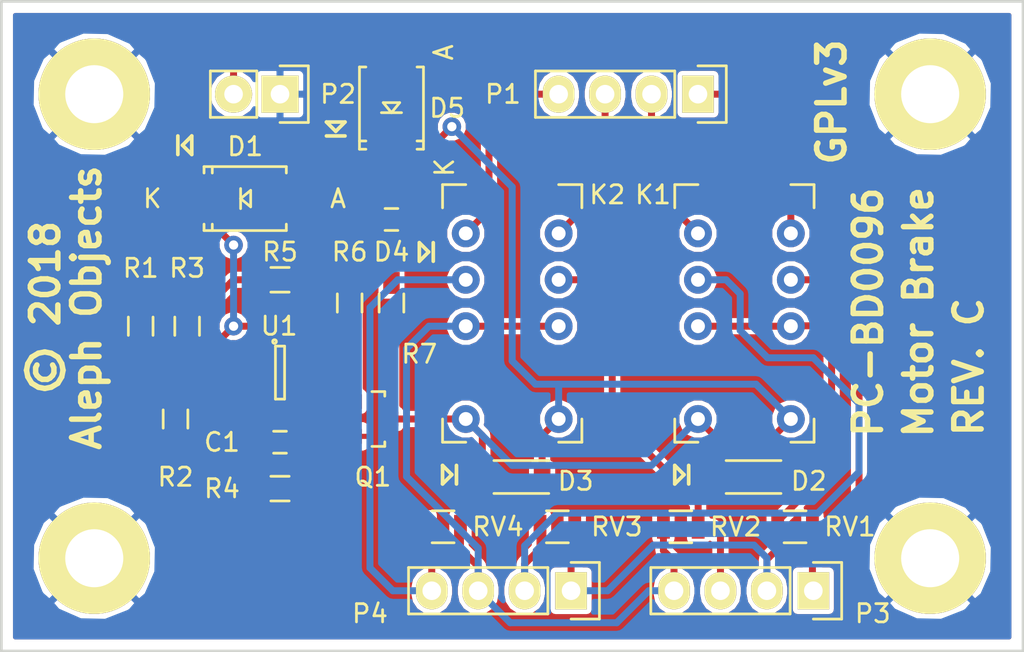
<source format=kicad_pcb>
(kicad_pcb (version 4) (host pcbnew 4.0.5+dfsg1-4)

  (general
    (links 57)
    (no_connects 0)
    (area 50.854 77.39954 111.706001 116.033333)
    (thickness 1.6)
    (drawings 30)
    (tracks 168)
    (zones 0)
    (modules 31)
    (nets 20)
  )

  (page A4)
  (layers
    (0 F.Cu signal)
    (31 B.Cu signal hide)
    (32 B.Adhes user)
    (33 F.Adhes user)
    (34 B.Paste user)
    (35 F.Paste user)
    (36 B.SilkS user)
    (37 F.SilkS user)
    (38 B.Mask user)
    (39 F.Mask user)
    (40 Dwgs.User user)
    (41 Cmts.User user)
    (42 Eco1.User user)
    (43 Eco2.User user)
    (44 Edge.Cuts user)
    (45 Margin user)
    (46 B.CrtYd user)
    (47 F.CrtYd user)
    (48 B.Fab user)
    (49 F.Fab user hide)
  )

  (setup
    (last_trace_width 0.381)
    (trace_clearance 0.2)
    (zone_clearance 0.254)
    (zone_45_only no)
    (trace_min 0.2)
    (segment_width 0.2)
    (edge_width 0.15)
    (via_size 1.016)
    (via_drill 0.508)
    (via_min_size 1.016)
    (via_min_drill 0.508)
    (uvia_size 0.3)
    (uvia_drill 0.1)
    (uvias_allowed no)
    (uvia_min_size 0)
    (uvia_min_drill 0)
    (pcb_text_width 0.3)
    (pcb_text_size 1.5 1.5)
    (mod_edge_width 0.15)
    (mod_text_size 1 1)
    (mod_text_width 0.15)
    (pad_size 1.524 1.524)
    (pad_drill 0.762)
    (pad_to_mask_clearance 0.2)
    (aux_axis_origin 0 0)
    (visible_elements FFFFFF7F)
    (pcbplotparams
      (layerselection 0x010e8_80000001)
      (usegerberextensions false)
      (excludeedgelayer true)
      (linewidth 0.100000)
      (plotframeref false)
      (viasonmask false)
      (mode 1)
      (useauxorigin false)
      (hpglpennumber 1)
      (hpglpenspeed 20)
      (hpglpendiameter 15)
      (hpglpenoverlay 2)
      (psnegative false)
      (psa4output false)
      (plotreference true)
      (plotvalue true)
      (plotinvisibletext false)
      (padsonsilk false)
      (subtractmaskfromsilk false)
      (outputformat 1)
      (mirror false)
      (drillshape 0)
      (scaleselection 1)
      (outputdirectory Z_Brake_Gerbers_Rev_C/))
  )

  (net 0 "")
  (net 1 "Net-(C1-Pad1)")
  (net 2 "Net-(C1-Pad2)")
  (net 3 "Net-(D1-Pad1)")
  (net 4 GND)
  (net 5 +24V)
  (net 6 "Net-(D2-Pad2)")
  (net 7 "Net-(D4-Pad2)")
  (net 8 "Net-(K1-Pad10)")
  (net 9 "Net-(K1-Pad9)")
  (net 10 "Net-(K1-Pad8)")
  (net 11 "Net-(K1-Pad4)")
  (net 12 "Net-(K1-Pad5)")
  (net 13 "Net-(K2-Pad10)")
  (net 14 "Net-(K2-Pad9)")
  (net 15 "Net-(K2-Pad8)")
  (net 16 "Net-(K2-Pad4)")
  (net 17 "Net-(K2-Pad5)")
  (net 18 "Net-(Q1-Pad1)")
  (net 19 VDD)

  (net_class Default "This is the default net class."
    (clearance 0.2)
    (trace_width 0.381)
    (via_dia 1.016)
    (via_drill 0.508)
    (uvia_dia 0.3)
    (uvia_drill 0.1)
    (add_net +24V)
    (add_net GND)
    (add_net "Net-(C1-Pad1)")
    (add_net "Net-(C1-Pad2)")
    (add_net "Net-(D1-Pad1)")
    (add_net "Net-(D2-Pad2)")
    (add_net "Net-(D4-Pad2)")
    (add_net "Net-(K1-Pad10)")
    (add_net "Net-(K1-Pad4)")
    (add_net "Net-(K1-Pad5)")
    (add_net "Net-(K1-Pad8)")
    (add_net "Net-(K1-Pad9)")
    (add_net "Net-(K2-Pad10)")
    (add_net "Net-(K2-Pad4)")
    (add_net "Net-(K2-Pad5)")
    (add_net "Net-(K2-Pad8)")
    (add_net "Net-(K2-Pad9)")
    (add_net "Net-(Q1-Pad1)")
    (add_net VDD)
  )

  (net_class STD_Signal ""
    (clearance 0.2)
    (trace_width 0.3048)
    (via_dia 1.016)
    (via_drill 0.508)
    (uvia_dia 0.3)
    (uvia_drill 0.1)
  )

  (module "AO Parts:EC2_Relay" (layer F.Cu) (tedit 5A60B19A) (tstamp 5A2850D7)
    (at 93.98 96.52 90)
    (path /5A25BAB4)
    (fp_text reference K1 (at 7.2 -5 180) (layer F.SilkS)
      (effects (font (size 1 1) (thickness 0.15)))
    )
    (fp_text value EC2-24NU (at 0 -5.08 90) (layer F.Fab) hide
      (effects (font (size 1 1) (thickness 0.15)))
    )
    (fp_line (start -6.35 -2.54) (end -6.35 -3.81) (layer F.SilkS) (width 0.15))
    (fp_line (start -6.35 -3.81) (end -5.08 -3.81) (layer F.SilkS) (width 0.15))
    (fp_line (start -5.08 3.81) (end -6.35 3.81) (layer F.SilkS) (width 0.15))
    (fp_line (start -6.35 3.81) (end -6.35 2.54) (layer F.SilkS) (width 0.15))
    (fp_line (start 7.75 2.54) (end 7.75 3.81) (layer F.SilkS) (width 0.15))
    (fp_line (start 7.75 3.81) (end 6.48 3.81) (layer F.SilkS) (width 0.15))
    (fp_line (start 6.48 -3.81) (end 7.75 -3.81) (layer F.SilkS) (width 0.15))
    (fp_line (start 7.75 -3.81) (end 7.75 -2.54) (layer F.SilkS) (width 0.15))
    (pad 10 thru_hole circle (at 0 -2.54 90) (size 1.524 1.524) (drill 0.762) (layers *.Cu *.Mask)
      (net 8 "Net-(K1-Pad10)"))
    (pad 9 thru_hole circle (at 2.54 -2.54 90) (size 1.524 1.524) (drill 0.762) (layers *.Cu *.Mask)
      (net 9 "Net-(K1-Pad9)"))
    (pad 8 thru_hole circle (at 5.08 -2.54 90) (size 1.524 1.524) (drill 0.762) (layers *.Cu *.Mask)
      (net 10 "Net-(K1-Pad8)"))
    (pad 12 thru_hole circle (at -5.08 -2.54 90) (size 1.524 1.524) (drill 0.762) (layers *.Cu *.Mask)
      (net 6 "Net-(D2-Pad2)"))
    (pad 1 thru_hole circle (at -5.08 2.54 90) (size 1.524 1.524) (drill 0.762) (layers *.Cu *.Mask)
      (net 19 VDD))
    (pad 3 thru_hole circle (at 0 2.54 90) (size 1.524 1.524) (drill 0.762) (layers *.Cu *.Mask)
      (net 8 "Net-(K1-Pad10)"))
    (pad 4 thru_hole circle (at 2.54 2.54 90) (size 1.524 1.524) (drill 0.762) (layers *.Cu *.Mask)
      (net 11 "Net-(K1-Pad4)"))
    (pad 5 thru_hole circle (at 5.08 2.54 90) (size 1.524 1.524) (drill 0.762) (layers *.Cu *.Mask)
      (net 12 "Net-(K1-Pad5)"))
  )

  (module "AO Parts:EC2_Relay" (layer F.Cu) (tedit 5A60B129) (tstamp 5A2850EB)
    (at 81.28 96.52 90)
    (path /5A25BC43)
    (fp_text reference K2 (at 7.2 5.2 180) (layer F.SilkS)
      (effects (font (size 1 1) (thickness 0.15)))
    )
    (fp_text value EC2-24NU (at 0 -5.08 90) (layer F.Fab) hide
      (effects (font (size 1 1) (thickness 0.15)))
    )
    (fp_line (start -6.35 -2.54) (end -6.35 -3.81) (layer F.SilkS) (width 0.15))
    (fp_line (start -6.35 -3.81) (end -5.08 -3.81) (layer F.SilkS) (width 0.15))
    (fp_line (start -5.08 3.81) (end -6.35 3.81) (layer F.SilkS) (width 0.15))
    (fp_line (start -6.35 3.81) (end -6.35 2.54) (layer F.SilkS) (width 0.15))
    (fp_line (start 7.75 2.54) (end 7.75 3.81) (layer F.SilkS) (width 0.15))
    (fp_line (start 7.75 3.81) (end 6.48 3.81) (layer F.SilkS) (width 0.15))
    (fp_line (start 6.48 -3.81) (end 7.75 -3.81) (layer F.SilkS) (width 0.15))
    (fp_line (start 7.75 -3.81) (end 7.75 -2.54) (layer F.SilkS) (width 0.15))
    (pad 10 thru_hole circle (at 0 -2.54 90) (size 1.524 1.524) (drill 0.762) (layers *.Cu *.Mask)
      (net 13 "Net-(K2-Pad10)"))
    (pad 9 thru_hole circle (at 2.54 -2.54 90) (size 1.524 1.524) (drill 0.762) (layers *.Cu *.Mask)
      (net 14 "Net-(K2-Pad9)"))
    (pad 8 thru_hole circle (at 5.08 -2.54 90) (size 1.524 1.524) (drill 0.762) (layers *.Cu *.Mask)
      (net 15 "Net-(K2-Pad8)"))
    (pad 12 thru_hole circle (at -5.08 -2.54 90) (size 1.524 1.524) (drill 0.762) (layers *.Cu *.Mask)
      (net 6 "Net-(D2-Pad2)"))
    (pad 1 thru_hole circle (at -5.08 2.54 90) (size 1.524 1.524) (drill 0.762) (layers *.Cu *.Mask)
      (net 19 VDD))
    (pad 3 thru_hole circle (at 0 2.54 90) (size 1.524 1.524) (drill 0.762) (layers *.Cu *.Mask)
      (net 13 "Net-(K2-Pad10)"))
    (pad 4 thru_hole circle (at 2.54 2.54 90) (size 1.524 1.524) (drill 0.762) (layers *.Cu *.Mask)
      (net 16 "Net-(K2-Pad4)"))
    (pad 5 thru_hole circle (at 5.08 2.54 90) (size 1.524 1.524) (drill 0.762) (layers *.Cu *.Mask)
      (net 17 "Net-(K2-Pad5)"))
  )

  (module Capacitors_SMD:C_0603_HandSoldering (layer F.Cu) (tedit 5A298C4E) (tstamp 5A2850AB)
    (at 68.58 102.87 180)
    (descr "Capacitor SMD 0603, hand soldering")
    (tags "capacitor 0603")
    (path /5A256C88)
    (attr smd)
    (fp_text reference C1 (at 3.175 0 180) (layer F.SilkS)
      (effects (font (size 1 1) (thickness 0.15)))
    )
    (fp_text value 0.22uF (at 0 1.9 180) (layer F.Fab) hide
      (effects (font (size 1 1) (thickness 0.15)))
    )
    (fp_line (start 0.35 0.6) (end -0.35 0.6) (layer F.SilkS) (width 0.15))
    (fp_line (start -0.35 -0.6) (end 0.35 -0.6) (layer F.SilkS) (width 0.15))
    (fp_line (start 1.85 -0.75) (end 1.85 0.75) (layer F.CrtYd) (width 0.05))
    (fp_line (start -1.85 -0.75) (end -1.85 0.75) (layer F.CrtYd) (width 0.05))
    (fp_line (start -1.85 0.75) (end 1.85 0.75) (layer F.CrtYd) (width 0.05))
    (fp_line (start -1.85 -0.75) (end 1.85 -0.75) (layer F.CrtYd) (width 0.05))
    (fp_line (start -0.8 -0.4) (end 0.8 -0.4) (layer F.Fab) (width 0.15))
    (fp_line (start 0.8 -0.4) (end 0.8 0.4) (layer F.Fab) (width 0.15))
    (fp_line (start 0.8 0.4) (end -0.8 0.4) (layer F.Fab) (width 0.15))
    (fp_line (start -0.8 0.4) (end -0.8 -0.4) (layer F.Fab) (width 0.15))
    (pad 1 smd rect (at -0.95 0 180) (size 1.2 0.75) (layers F.Cu F.Paste F.Mask)
      (net 1 "Net-(C1-Pad1)"))
    (pad 2 smd rect (at 0.95 0 180) (size 1.2 0.75) (layers F.Cu F.Paste F.Mask)
      (net 2 "Net-(C1-Pad2)"))
    (model Capacitors_SMD.3dshapes/C_0603_HandSoldering.wrl
      (at (xyz 0 0 0))
      (scale (xyz 1 1 1))
      (rotate (xyz 0 0 0))
    )
  )

  (module Diodes_SMD:SMA_Handsoldering (layer F.Cu) (tedit 5A299AE6) (tstamp 5A2850B1)
    (at 66.675 89.535)
    (descr "Diode SMA Handsoldering")
    (tags "Diode SMA Handsoldering")
    (path /5A256D6B)
    (attr smd)
    (fp_text reference D1 (at 0 -2.85) (layer F.SilkS)
      (effects (font (size 1 1) (thickness 0.15)))
    )
    (fp_text value "10.0 V ZENER" (at 0.05 4.4) (layer F.Fab) hide
      (effects (font (size 1 1) (thickness 0.15)))
    )
    (fp_line (start -2.25044 -1.75006) (end 2.25044 -1.75006) (layer F.SilkS) (width 0.15))
    (fp_line (start -2.25044 1.75006) (end 2.25044 1.75006) (layer F.SilkS) (width 0.15))
    (fp_line (start 2.25044 -1.75006) (end 2.25044 -1.39954) (layer F.SilkS) (width 0.15))
    (fp_line (start -2.25044 -1.75006) (end -2.25044 -1.39954) (layer F.SilkS) (width 0.15))
    (fp_line (start -2.25044 1.75006) (end -2.25044 1.39954) (layer F.SilkS) (width 0.15))
    (fp_line (start 2.25044 1.75006) (end 2.25044 1.39954) (layer F.SilkS) (width 0.15))
    (fp_line (start -1.79914 -1.75006) (end -1.79914 -1.39954) (layer F.SilkS) (width 0.15))
    (fp_line (start -1.79914 1.75006) (end -1.79914 1.39954) (layer F.SilkS) (width 0.15))
    (fp_text user A (at 5.08 0) (layer F.SilkS)
      (effects (font (size 1 1) (thickness 0.15)))
    )
    (fp_text user K (at -5.08 0) (layer F.SilkS)
      (effects (font (size 1 1) (thickness 0.15)))
    )
    (fp_line (start -0.25 -0.55) (end -0.25 0.55) (layer F.SilkS) (width 0.15))
    (fp_line (start 0.3 0.45) (end -0.25 0) (layer F.SilkS) (width 0.15))
    (fp_line (start 0.3 -0.45) (end 0.3 0.45) (layer F.SilkS) (width 0.15))
    (fp_line (start -0.25 0) (end 0.3 -0.45) (layer F.SilkS) (width 0.15))
    (fp_line (start -4.5 2) (end -4.5 -2) (layer F.CrtYd) (width 0.05))
    (fp_line (start 4.5 2) (end -4.5 2) (layer F.CrtYd) (width 0.05))
    (fp_line (start 4.5 -2) (end 4.5 2) (layer F.CrtYd) (width 0.05))
    (fp_line (start -4.5 -2) (end 4.5 -2) (layer F.CrtYd) (width 0.05))
    (pad 1 smd rect (at -2.49936 0) (size 3.50012 1.80086) (layers F.Cu F.Paste F.Mask)
      (net 3 "Net-(D1-Pad1)"))
    (pad 2 smd rect (at 2.49936 0) (size 3.50012 1.80086) (layers F.Cu F.Paste F.Mask)
      (net 4 GND))
    (model Diodes_SMD.3dshapes/SMA_Handsoldering.wrl
      (at (xyz 0 0 0))
      (scale (xyz 0.3937 0.3937 0.3937))
      (rotate (xyz 0 0 180))
    )
  )

  (module Diodes_SMD:SOD-123 (layer F.Cu) (tedit 5B4E0AE5) (tstamp 5A2850B7)
    (at 93.98 104.775 180)
    (descr SOD-123)
    (tags SOD-123)
    (path /5A25CBCD)
    (attr smd)
    (fp_text reference D2 (at -3.52 -0.225 180) (layer F.SilkS)
      (effects (font (size 1 1) (thickness 0.15)))
    )
    (fp_text value D_Schottky_ALT (at 0 2.1 180) (layer F.Fab) hide
      (effects (font (size 1 1) (thickness 0.15)))
    )
    (fp_line (start -2 -0.9) (end 1 -0.9) (layer F.SilkS) (width 0.15))
    (fp_line (start -2 0.9) (end 1 0.9) (layer F.SilkS) (width 0.15))
    (fp_line (start -2.25 -1.05) (end -2.25 1.05) (layer F.CrtYd) (width 0.05))
    (fp_line (start 2.25 1.05) (end -2.25 1.05) (layer F.CrtYd) (width 0.05))
    (fp_line (start 2.25 -1.05) (end 2.25 1.05) (layer F.CrtYd) (width 0.05))
    (fp_line (start -2.25 -1.05) (end 2.25 -1.05) (layer F.CrtYd) (width 0.05))
    (fp_line (start -1.35 -0.8) (end 1.35 -0.8) (layer F.Fab) (width 0.15))
    (fp_line (start 1.35 -0.8) (end 1.35 0.8) (layer F.Fab) (width 0.15))
    (fp_line (start 1.35 0.8) (end -1.35 0.8) (layer F.Fab) (width 0.15))
    (fp_line (start -1.35 0.8) (end -1.35 -0.8) (layer F.Fab) (width 0.15))
    (fp_line (start -0.75 0) (end -0.35 0) (layer F.Fab) (width 0.15))
    (fp_line (start -0.35 0) (end -0.35 -0.55) (layer F.Fab) (width 0.15))
    (fp_line (start -0.35 0) (end -0.35 0.55) (layer F.Fab) (width 0.15))
    (fp_line (start -0.35 0) (end 0.25 -0.4) (layer F.Fab) (width 0.15))
    (fp_line (start 0.25 -0.4) (end 0.25 0.4) (layer F.Fab) (width 0.15))
    (fp_line (start 0.25 0.4) (end -0.35 0) (layer F.Fab) (width 0.15))
    (fp_line (start 0.25 0) (end 0.75 0) (layer F.Fab) (width 0.15))
    (pad 1 smd rect (at -1.635 0 180) (size 0.91 1.22) (layers F.Cu F.Paste F.Mask)
      (net 19 VDD))
    (pad 2 smd rect (at 1.635 0 180) (size 0.91 1.22) (layers F.Cu F.Paste F.Mask)
      (net 6 "Net-(D2-Pad2)"))
    (model ${KISYS3DMOD}/Diodes_SMD.3dshapes/SOD-123.wrl
      (at (xyz 0 0 0))
      (scale (xyz 1 1 1))
      (rotate (xyz 0 0 0))
    )
  )

  (module Diodes_SMD:SOD-123 (layer F.Cu) (tedit 5B4E0AD5) (tstamp 5A2850BD)
    (at 81.28 104.775 180)
    (descr SOD-123)
    (tags SOD-123)
    (path /5A25CC1A)
    (attr smd)
    (fp_text reference D3 (at -3.47 -0.225 180) (layer F.SilkS)
      (effects (font (size 1 1) (thickness 0.15)))
    )
    (fp_text value D_Schottky_ALT (at 0 2.1 180) (layer F.Fab) hide
      (effects (font (size 1 1) (thickness 0.15)))
    )
    (fp_line (start -2 -0.9) (end 1 -0.9) (layer F.SilkS) (width 0.15))
    (fp_line (start -2 0.9) (end 1 0.9) (layer F.SilkS) (width 0.15))
    (fp_line (start -2.25 -1.05) (end -2.25 1.05) (layer F.CrtYd) (width 0.05))
    (fp_line (start 2.25 1.05) (end -2.25 1.05) (layer F.CrtYd) (width 0.05))
    (fp_line (start 2.25 -1.05) (end 2.25 1.05) (layer F.CrtYd) (width 0.05))
    (fp_line (start -2.25 -1.05) (end 2.25 -1.05) (layer F.CrtYd) (width 0.05))
    (fp_line (start -1.35 -0.8) (end 1.35 -0.8) (layer F.Fab) (width 0.15))
    (fp_line (start 1.35 -0.8) (end 1.35 0.8) (layer F.Fab) (width 0.15))
    (fp_line (start 1.35 0.8) (end -1.35 0.8) (layer F.Fab) (width 0.15))
    (fp_line (start -1.35 0.8) (end -1.35 -0.8) (layer F.Fab) (width 0.15))
    (fp_line (start -0.75 0) (end -0.35 0) (layer F.Fab) (width 0.15))
    (fp_line (start -0.35 0) (end -0.35 -0.55) (layer F.Fab) (width 0.15))
    (fp_line (start -0.35 0) (end -0.35 0.55) (layer F.Fab) (width 0.15))
    (fp_line (start -0.35 0) (end 0.25 -0.4) (layer F.Fab) (width 0.15))
    (fp_line (start 0.25 -0.4) (end 0.25 0.4) (layer F.Fab) (width 0.15))
    (fp_line (start 0.25 0.4) (end -0.35 0) (layer F.Fab) (width 0.15))
    (fp_line (start 0.25 0) (end 0.75 0) (layer F.Fab) (width 0.15))
    (pad 1 smd rect (at -1.635 0 180) (size 0.91 1.22) (layers F.Cu F.Paste F.Mask)
      (net 19 VDD))
    (pad 2 smd rect (at 1.635 0 180) (size 0.91 1.22) (layers F.Cu F.Paste F.Mask)
      (net 6 "Net-(D2-Pad2)"))
    (model ${KISYS3DMOD}/Diodes_SMD.3dshapes/SOD-123.wrl
      (at (xyz 0 0 0))
      (scale (xyz 1 1 1))
      (rotate (xyz 0 0 0))
    )
  )

  (module Capacitors_SMD:C_0603_HandSoldering (layer F.Cu) (tedit 5A68A16F) (tstamp 5A2850C3)
    (at 74.676 90.678)
    (descr "Capacitor SMD 0603, hand soldering")
    (tags "capacitor 0603")
    (path /5A282358)
    (attr smd)
    (fp_text reference D4 (at 0 1.778) (layer F.SilkS)
      (effects (font (size 1 1) (thickness 0.15)))
    )
    (fp_text value LED_ALT (at 0 1.9) (layer F.Fab) hide
      (effects (font (size 1 1) (thickness 0.15)))
    )
    (fp_line (start 0.35 0.6) (end -0.35 0.6) (layer F.SilkS) (width 0.15))
    (fp_line (start -0.35 -0.6) (end 0.35 -0.6) (layer F.SilkS) (width 0.15))
    (fp_line (start 1.85 -0.75) (end 1.85 0.75) (layer F.CrtYd) (width 0.05))
    (fp_line (start -1.85 -0.75) (end -1.85 0.75) (layer F.CrtYd) (width 0.05))
    (fp_line (start -1.85 0.75) (end 1.85 0.75) (layer F.CrtYd) (width 0.05))
    (fp_line (start -1.85 -0.75) (end 1.85 -0.75) (layer F.CrtYd) (width 0.05))
    (fp_line (start -0.8 -0.4) (end 0.8 -0.4) (layer F.Fab) (width 0.15))
    (fp_line (start 0.8 -0.4) (end 0.8 0.4) (layer F.Fab) (width 0.15))
    (fp_line (start 0.8 0.4) (end -0.8 0.4) (layer F.Fab) (width 0.15))
    (fp_line (start -0.8 0.4) (end -0.8 -0.4) (layer F.Fab) (width 0.15))
    (pad 1 smd rect (at -0.95 0) (size 1.2 0.75) (layers F.Cu F.Paste F.Mask)
      (net 19 VDD))
    (pad 2 smd rect (at 0.95 0) (size 1.2 0.75) (layers F.Cu F.Paste F.Mask)
      (net 7 "Net-(D4-Pad2)"))
    (model Capacitors_SMD.3dshapes/C_0603_HandSoldering.wrl
      (at (xyz 0 0 0))
      (scale (xyz 1 1 1))
      (rotate (xyz 0 0 0))
    )
  )

  (module TO_SOT_Packages_SMD:SOT-23 (layer F.Cu) (tedit 5A299DF1) (tstamp 5A285110)
    (at 73.66 101.6 270)
    (descr "SOT-23, Standard")
    (tags SOT-23)
    (path /5A28155C)
    (attr smd)
    (fp_text reference Q1 (at 3.175 0 360) (layer F.SilkS)
      (effects (font (size 1 1) (thickness 0.15)))
    )
    (fp_text value 2N7002 (at 0 2.3 270) (layer F.Fab) hide
      (effects (font (size 1 1) (thickness 0.15)))
    )
    (fp_line (start 1.49982 -0.65024) (end 1.49982 0.0508) (layer F.SilkS) (width 0.15))
    (fp_line (start 1.29916 -0.65024) (end 1.49982 -0.65024) (layer F.SilkS) (width 0.15))
    (fp_line (start -1.49982 -0.65024) (end -1.2509 -0.65024) (layer F.SilkS) (width 0.15))
    (fp_line (start -1.49982 0.0508) (end -1.49982 -0.65024) (layer F.SilkS) (width 0.15))
    (fp_line (start 1.29916 -0.65024) (end 1.2509 -0.65024) (layer F.SilkS) (width 0.15))
    (fp_line (start -1.65 1.6) (end -1.65 -1.6) (layer F.CrtYd) (width 0.05))
    (fp_line (start 1.65 1.6) (end -1.65 1.6) (layer F.CrtYd) (width 0.05))
    (fp_line (start 1.65 -1.6) (end 1.65 1.6) (layer F.CrtYd) (width 0.05))
    (fp_line (start -1.65 -1.6) (end 1.65 -1.6) (layer F.CrtYd) (width 0.05))
    (pad 1 smd rect (at -0.95 1.00076 270) (size 0.8001 0.8001) (layers F.Cu F.Paste F.Mask)
      (net 18 "Net-(Q1-Pad1)"))
    (pad 2 smd rect (at 0.95 1.00076 270) (size 0.8001 0.8001) (layers F.Cu F.Paste F.Mask)
      (net 4 GND))
    (pad 3 smd rect (at 0 -0.99822 270) (size 0.8001 0.8001) (layers F.Cu F.Paste F.Mask)
      (net 6 "Net-(D2-Pad2)"))
    (model TO_SOT_Packages_SMD.3dshapes/SOT-23.wrl
      (at (xyz 0 0 0))
      (scale (xyz 1 1 1))
      (rotate (xyz 0 0 0))
    )
  )

  (module Resistors_SMD:R_0603_HandSoldering (layer F.Cu) (tedit 5A299DE1) (tstamp 5A285116)
    (at 60.96 96.52 270)
    (descr "Resistor SMD 0603, hand soldering")
    (tags "resistor 0603")
    (path /5A2841D0)
    (attr smd)
    (fp_text reference R1 (at -3.175 0 360) (layer F.SilkS)
      (effects (font (size 1 1) (thickness 0.15)))
    )
    (fp_text value 12.6k (at 0 1.9 270) (layer F.Fab) hide
      (effects (font (size 1 1) (thickness 0.15)))
    )
    (fp_line (start -0.5 -0.675) (end 0.5 -0.675) (layer F.SilkS) (width 0.15))
    (fp_line (start 0.5 0.675) (end -0.5 0.675) (layer F.SilkS) (width 0.15))
    (fp_line (start 2 -0.8) (end 2 0.8) (layer F.CrtYd) (width 0.05))
    (fp_line (start -2 -0.8) (end -2 0.8) (layer F.CrtYd) (width 0.05))
    (fp_line (start -2 0.8) (end 2 0.8) (layer F.CrtYd) (width 0.05))
    (fp_line (start -2 -0.8) (end 2 -0.8) (layer F.CrtYd) (width 0.05))
    (pad 1 smd rect (at -1.1 0 270) (size 1.2 0.9) (layers F.Cu F.Paste F.Mask)
      (net 19 VDD))
    (pad 2 smd rect (at 1.1 0 270) (size 1.2 0.9) (layers F.Cu F.Paste F.Mask)
      (net 2 "Net-(C1-Pad2)"))
    (model Resistors_SMD.3dshapes/R_0603_HandSoldering.wrl
      (at (xyz 0 0 0))
      (scale (xyz 1 1 1))
      (rotate (xyz 0 0 0))
    )
  )

  (module Resistors_SMD:R_0603_HandSoldering (layer F.Cu) (tedit 5A299DEA) (tstamp 5A28511C)
    (at 62.865 101.6 90)
    (descr "Resistor SMD 0603, hand soldering")
    (tags "resistor 0603")
    (path /5A284279)
    (attr smd)
    (fp_text reference R2 (at -3.175 0 180) (layer F.SilkS)
      (effects (font (size 1 1) (thickness 0.15)))
    )
    (fp_text value 10k (at 0 1.9 90) (layer F.Fab) hide
      (effects (font (size 1 1) (thickness 0.15)))
    )
    (fp_line (start -0.5 -0.675) (end 0.5 -0.675) (layer F.SilkS) (width 0.15))
    (fp_line (start 0.5 0.675) (end -0.5 0.675) (layer F.SilkS) (width 0.15))
    (fp_line (start 2 -0.8) (end 2 0.8) (layer F.CrtYd) (width 0.05))
    (fp_line (start -2 -0.8) (end -2 0.8) (layer F.CrtYd) (width 0.05))
    (fp_line (start -2 0.8) (end 2 0.8) (layer F.CrtYd) (width 0.05))
    (fp_line (start -2 -0.8) (end 2 -0.8) (layer F.CrtYd) (width 0.05))
    (pad 1 smd rect (at -1.1 0 90) (size 1.2 0.9) (layers F.Cu F.Paste F.Mask)
      (net 2 "Net-(C1-Pad2)"))
    (pad 2 smd rect (at 1.1 0 90) (size 1.2 0.9) (layers F.Cu F.Paste F.Mask)
      (net 4 GND))
    (model Resistors_SMD.3dshapes/R_0603_HandSoldering.wrl
      (at (xyz 0 0 0))
      (scale (xyz 1 1 1))
      (rotate (xyz 0 0 0))
    )
  )

  (module Resistors_SMD:R_0603_HandSoldering (layer F.Cu) (tedit 5A299DDE) (tstamp 5A285122)
    (at 63.5 96.52 270)
    (descr "Resistor SMD 0603, hand soldering")
    (tags "resistor 0603")
    (path /5A2840E3)
    (attr smd)
    (fp_text reference R3 (at -3.175 0 360) (layer F.SilkS)
      (effects (font (size 1 1) (thickness 0.15)))
    )
    (fp_text value 10k (at 0 1.9 270) (layer F.Fab) hide
      (effects (font (size 1 1) (thickness 0.15)))
    )
    (fp_line (start -0.5 -0.675) (end 0.5 -0.675) (layer F.SilkS) (width 0.15))
    (fp_line (start 0.5 0.675) (end -0.5 0.675) (layer F.SilkS) (width 0.15))
    (fp_line (start 2 -0.8) (end 2 0.8) (layer F.CrtYd) (width 0.05))
    (fp_line (start -2 -0.8) (end -2 0.8) (layer F.CrtYd) (width 0.05))
    (fp_line (start -2 0.8) (end 2 0.8) (layer F.CrtYd) (width 0.05))
    (fp_line (start -2 -0.8) (end 2 -0.8) (layer F.CrtYd) (width 0.05))
    (pad 1 smd rect (at -1.1 0 270) (size 1.2 0.9) (layers F.Cu F.Paste F.Mask)
      (net 19 VDD))
    (pad 2 smd rect (at 1.1 0 270) (size 1.2 0.9) (layers F.Cu F.Paste F.Mask)
      (net 3 "Net-(D1-Pad1)"))
    (model Resistors_SMD.3dshapes/R_0603_HandSoldering.wrl
      (at (xyz 0 0 0))
      (scale (xyz 1 1 1))
      (rotate (xyz 0 0 0))
    )
  )

  (module Resistors_SMD:R_0603_HandSoldering (layer F.Cu) (tedit 5A298C4B) (tstamp 5A285128)
    (at 68.58 105.41 180)
    (descr "Resistor SMD 0603, hand soldering")
    (tags "resistor 0603")
    (path /5A283C18)
    (attr smd)
    (fp_text reference R4 (at 3.175 0 180) (layer F.SilkS)
      (effects (font (size 1 1) (thickness 0.15)))
    )
    (fp_text value 100k (at 0 1.9 180) (layer F.Fab) hide
      (effects (font (size 1 1) (thickness 0.15)))
    )
    (fp_line (start -0.5 -0.675) (end 0.5 -0.675) (layer F.SilkS) (width 0.15))
    (fp_line (start 0.5 0.675) (end -0.5 0.675) (layer F.SilkS) (width 0.15))
    (fp_line (start 2 -0.8) (end 2 0.8) (layer F.CrtYd) (width 0.05))
    (fp_line (start -2 -0.8) (end -2 0.8) (layer F.CrtYd) (width 0.05))
    (fp_line (start -2 0.8) (end 2 0.8) (layer F.CrtYd) (width 0.05))
    (fp_line (start -2 -0.8) (end 2 -0.8) (layer F.CrtYd) (width 0.05))
    (pad 1 smd rect (at -1.1 0 180) (size 1.2 0.9) (layers F.Cu F.Paste F.Mask)
      (net 1 "Net-(C1-Pad1)"))
    (pad 2 smd rect (at 1.1 0 180) (size 1.2 0.9) (layers F.Cu F.Paste F.Mask)
      (net 2 "Net-(C1-Pad2)"))
    (model Resistors_SMD.3dshapes/R_0603_HandSoldering.wrl
      (at (xyz 0 0 0))
      (scale (xyz 1 1 1))
      (rotate (xyz 0 0 0))
    )
  )

  (module Resistors_SMD:R_0603_HandSoldering (layer F.Cu) (tedit 5A6107E6) (tstamp 5A28512E)
    (at 68.58 93.98)
    (descr "Resistor SMD 0603, hand soldering")
    (tags "resistor 0603")
    (path /5A285833)
    (attr smd)
    (fp_text reference R5 (at 0 -1.524) (layer F.SilkS)
      (effects (font (size 1 1) (thickness 0.15)))
    )
    (fp_text value 10k (at 0 1.9) (layer F.Fab) hide
      (effects (font (size 1 1) (thickness 0.15)))
    )
    (fp_line (start -0.5 -0.675) (end 0.5 -0.675) (layer F.SilkS) (width 0.15))
    (fp_line (start 0.5 0.675) (end -0.5 0.675) (layer F.SilkS) (width 0.15))
    (fp_line (start 2 -0.8) (end 2 0.8) (layer F.CrtYd) (width 0.05))
    (fp_line (start -2 -0.8) (end -2 0.8) (layer F.CrtYd) (width 0.05))
    (fp_line (start -2 0.8) (end 2 0.8) (layer F.CrtYd) (width 0.05))
    (fp_line (start -2 -0.8) (end 2 -0.8) (layer F.CrtYd) (width 0.05))
    (pad 1 smd rect (at -1.1 0) (size 1.2 0.9) (layers F.Cu F.Paste F.Mask)
      (net 19 VDD))
    (pad 2 smd rect (at 1.1 0) (size 1.2 0.9) (layers F.Cu F.Paste F.Mask)
      (net 1 "Net-(C1-Pad1)"))
    (model Resistors_SMD.3dshapes/R_0603_HandSoldering.wrl
      (at (xyz 0 0 0))
      (scale (xyz 1 1 1))
      (rotate (xyz 0 0 0))
    )
  )

  (module Resistors_SMD:R_0603_HandSoldering (layer F.Cu) (tedit 5A6107EA) (tstamp 5A285134)
    (at 72.39 95.25 90)
    (descr "Resistor SMD 0603, hand soldering")
    (tags "resistor 0603")
    (path /5A2833C8)
    (attr smd)
    (fp_text reference R6 (at 2.794 0 180) (layer F.SilkS)
      (effects (font (size 1 1) (thickness 0.15)))
    )
    (fp_text value 10k (at 0 1.9 90) (layer F.Fab) hide
      (effects (font (size 1 1) (thickness 0.15)))
    )
    (fp_line (start -0.5 -0.675) (end 0.5 -0.675) (layer F.SilkS) (width 0.15))
    (fp_line (start 0.5 0.675) (end -0.5 0.675) (layer F.SilkS) (width 0.15))
    (fp_line (start 2 -0.8) (end 2 0.8) (layer F.CrtYd) (width 0.05))
    (fp_line (start -2 -0.8) (end -2 0.8) (layer F.CrtYd) (width 0.05))
    (fp_line (start -2 0.8) (end 2 0.8) (layer F.CrtYd) (width 0.05))
    (fp_line (start -2 -0.8) (end 2 -0.8) (layer F.CrtYd) (width 0.05))
    (pad 1 smd rect (at -1.1 0 90) (size 1.2 0.9) (layers F.Cu F.Paste F.Mask)
      (net 18 "Net-(Q1-Pad1)"))
    (pad 2 smd rect (at 1.1 0 90) (size 1.2 0.9) (layers F.Cu F.Paste F.Mask)
      (net 1 "Net-(C1-Pad1)"))
    (model Resistors_SMD.3dshapes/R_0603_HandSoldering.wrl
      (at (xyz 0 0 0))
      (scale (xyz 1 1 1))
      (rotate (xyz 0 0 0))
    )
  )

  (module Resistors_SMD:R_0603_HandSoldering (layer F.Cu) (tedit 5A6912C7) (tstamp 5A28513A)
    (at 74.676 95.25 270)
    (descr "Resistor SMD 0603, hand soldering")
    (tags "resistor 0603")
    (path /5A282435)
    (attr smd)
    (fp_text reference R7 (at 2.794 -1.524 360) (layer F.SilkS)
      (effects (font (size 1 1) (thickness 0.15)))
    )
    (fp_text value 3.3k (at 0 1.9 270) (layer F.Fab) hide
      (effects (font (size 1 1) (thickness 0.15)))
    )
    (fp_line (start -0.5 -0.675) (end 0.5 -0.675) (layer F.SilkS) (width 0.15))
    (fp_line (start 0.5 0.675) (end -0.5 0.675) (layer F.SilkS) (width 0.15))
    (fp_line (start 2 -0.8) (end 2 0.8) (layer F.CrtYd) (width 0.05))
    (fp_line (start -2 -0.8) (end -2 0.8) (layer F.CrtYd) (width 0.05))
    (fp_line (start -2 0.8) (end 2 0.8) (layer F.CrtYd) (width 0.05))
    (fp_line (start -2 -0.8) (end 2 -0.8) (layer F.CrtYd) (width 0.05))
    (pad 1 smd rect (at -1.1 0 270) (size 1.2 0.9) (layers F.Cu F.Paste F.Mask)
      (net 7 "Net-(D4-Pad2)"))
    (pad 2 smd rect (at 1.1 0 270) (size 1.2 0.9) (layers F.Cu F.Paste F.Mask)
      (net 6 "Net-(D2-Pad2)"))
    (model Resistors_SMD.3dshapes/R_0603_HandSoldering.wrl
      (at (xyz 0 0 0))
      (scale (xyz 1 1 1))
      (rotate (xyz 0 0 0))
    )
  )

  (module TO_SOT_Packages_SMD:SOT-23-5 (layer F.Cu) (tedit 5A298BA5) (tstamp 5A285143)
    (at 68.58 99.06)
    (descr "5-pin SOT23 package")
    (tags SOT-23-5)
    (path /5A280FF5)
    (attr smd)
    (fp_text reference U1 (at -0.05 -2.55) (layer F.SilkS)
      (effects (font (size 1 1) (thickness 0.15)))
    )
    (fp_text value LM397 (at -0.05 2.35) (layer F.Fab) hide
      (effects (font (size 1 1) (thickness 0.15)))
    )
    (fp_line (start -0.25 -1.45) (end -0.25 1.45) (layer F.SilkS) (width 0.15))
    (fp_line (start -0.25 1.45) (end 0.25 1.45) (layer F.SilkS) (width 0.15))
    (fp_line (start 0.25 1.45) (end 0.25 -1.45) (layer F.SilkS) (width 0.15))
    (fp_line (start 0.25 -1.45) (end -0.25 -1.45) (layer F.SilkS) (width 0.15))
    (fp_circle (center -0.3 -1.7) (end -0.2 -1.7) (layer F.SilkS) (width 0.15))
    (fp_line (start -1.8 1.6) (end -1.8 -1.6) (layer F.CrtYd) (width 0.05))
    (fp_line (start 1.8 1.6) (end -1.8 1.6) (layer F.CrtYd) (width 0.05))
    (fp_line (start 1.8 -1.6) (end 1.8 1.6) (layer F.CrtYd) (width 0.05))
    (fp_line (start -1.8 -1.6) (end 1.8 -1.6) (layer F.CrtYd) (width 0.05))
    (pad 1 smd rect (at -1.1 -0.95) (size 1.06 0.65) (layers F.Cu F.Paste F.Mask)
      (net 3 "Net-(D1-Pad1)"))
    (pad 2 smd rect (at -1.1 0) (size 1.06 0.65) (layers F.Cu F.Paste F.Mask)
      (net 4 GND))
    (pad 3 smd rect (at -1.1 0.95) (size 1.06 0.65) (layers F.Cu F.Paste F.Mask)
      (net 2 "Net-(C1-Pad2)"))
    (pad 4 smd rect (at 1.1 0.95) (size 1.06 0.65) (layers F.Cu F.Paste F.Mask)
      (net 1 "Net-(C1-Pad1)"))
    (pad 5 smd rect (at 1.1 -0.95) (size 1.06 0.65) (layers F.Cu F.Paste F.Mask)
      (net 19 VDD))
    (model TO_SOT_Packages_SMD.3dshapes/SOT-23-5.wrl
      (at (xyz 0 0 0))
      (scale (xyz 1 1 1))
      (rotate (xyz 0 0 0))
    )
  )

  (module Pin_Headers:Pin_Header_Straight_1x04 (layer F.Cu) (tedit 5A2984E0) (tstamp 5A286128)
    (at 91.44 83.82 270)
    (descr "Through hole pin header")
    (tags "pin header")
    (path /5A25BCC2)
    (fp_text reference P1 (at 0 10.668 360) (layer F.SilkS)
      (effects (font (size 1 1) (thickness 0.15)))
    )
    (fp_text value CONN_01X04 (at 0 -3.1 270) (layer F.Fab) hide
      (effects (font (size 1 1) (thickness 0.15)))
    )
    (fp_line (start -1.55 -1.55) (end 1.55 -1.55) (layer F.SilkS) (width 0.15))
    (fp_line (start -1.55 0) (end -1.55 -1.55) (layer F.SilkS) (width 0.15))
    (fp_line (start 1.27 1.27) (end -1.27 1.27) (layer F.SilkS) (width 0.15))
    (fp_line (start -1.27 8.89) (end 1.27 8.89) (layer F.SilkS) (width 0.15))
    (fp_line (start 1.55 -1.55) (end 1.55 0) (layer F.SilkS) (width 0.15))
    (fp_line (start 1.27 1.27) (end 1.27 8.89) (layer F.SilkS) (width 0.15))
    (fp_line (start -1.27 1.27) (end -1.27 8.89) (layer F.SilkS) (width 0.15))
    (fp_line (start -1.75 9.4) (end 1.75 9.4) (layer F.CrtYd) (width 0.05))
    (fp_line (start -1.75 -1.75) (end 1.75 -1.75) (layer F.CrtYd) (width 0.05))
    (fp_line (start 1.75 -1.75) (end 1.75 9.4) (layer F.CrtYd) (width 0.05))
    (fp_line (start -1.75 -1.75) (end -1.75 9.4) (layer F.CrtYd) (width 0.05))
    (pad 1 thru_hole rect (at 0 0 270) (size 2.032 1.7272) (drill 1.016) (layers *.Cu *.Mask F.SilkS)
      (net 12 "Net-(K1-Pad5)"))
    (pad 2 thru_hole oval (at 0 2.54 270) (size 2.032 1.7272) (drill 1.016) (layers *.Cu *.Mask F.SilkS)
      (net 10 "Net-(K1-Pad8)"))
    (pad 3 thru_hole oval (at 0 5.08 270) (size 2.032 1.7272) (drill 1.016) (layers *.Cu *.Mask F.SilkS)
      (net 17 "Net-(K2-Pad5)"))
    (pad 4 thru_hole oval (at 0 7.62 270) (size 2.032 1.7272) (drill 1.016) (layers *.Cu *.Mask F.SilkS)
      (net 15 "Net-(K2-Pad8)"))
    (model Pin_Headers.3dshapes/Pin_Header_Straight_1x04.wrl
      (at (xyz 0 -0.15 0))
      (scale (xyz 1 1 1))
      (rotate (xyz 0 0 90))
    )
  )

  (module Pin_Headers:Pin_Header_Straight_1x02 (layer F.Cu) (tedit 5A298999) (tstamp 5A28612F)
    (at 68.58 83.82 270)
    (descr "Through hole pin header")
    (tags "pin header")
    (path /5A281286)
    (fp_text reference P2 (at 0 -3.175 360) (layer F.SilkS)
      (effects (font (size 1 1) (thickness 0.15)))
    )
    (fp_text value CONN_01X02 (at 0 -3.1 270) (layer F.Fab) hide
      (effects (font (size 1 1) (thickness 0.15)))
    )
    (fp_line (start -1.27 3.81) (end 1.27 3.81) (layer F.SilkS) (width 0.15))
    (fp_line (start -1.27 1.27) (end -1.27 3.81) (layer F.SilkS) (width 0.15))
    (fp_line (start -1.55 -1.55) (end 1.55 -1.55) (layer F.SilkS) (width 0.15))
    (fp_line (start -1.55 0) (end -1.55 -1.55) (layer F.SilkS) (width 0.15))
    (fp_line (start 1.27 1.27) (end -1.27 1.27) (layer F.SilkS) (width 0.15))
    (fp_line (start -1.75 4.3) (end 1.75 4.3) (layer F.CrtYd) (width 0.05))
    (fp_line (start -1.75 -1.75) (end 1.75 -1.75) (layer F.CrtYd) (width 0.05))
    (fp_line (start 1.75 -1.75) (end 1.75 4.3) (layer F.CrtYd) (width 0.05))
    (fp_line (start -1.75 -1.75) (end -1.75 4.3) (layer F.CrtYd) (width 0.05))
    (fp_line (start 1.55 -1.55) (end 1.55 0) (layer F.SilkS) (width 0.15))
    (fp_line (start 1.27 1.27) (end 1.27 3.81) (layer F.SilkS) (width 0.15))
    (pad 1 thru_hole rect (at 0 0 270) (size 2.032 2.032) (drill 1.016) (layers *.Cu *.Mask F.SilkS)
      (net 4 GND))
    (pad 2 thru_hole oval (at 0 2.54 270) (size 2.032 2.032) (drill 1.016) (layers *.Cu *.Mask F.SilkS)
      (net 5 +24V))
    (model Pin_Headers.3dshapes/Pin_Header_Straight_1x02.wrl
      (at (xyz 0 -0.05 0))
      (scale (xyz 1 1 1))
      (rotate (xyz 0 0 90))
    )
  )

  (module Pin_Headers:Pin_Header_Straight_1x04 (layer F.Cu) (tedit 5B4E0B3E) (tstamp 5A286134)
    (at 97.75 111 270)
    (descr "Through hole pin header")
    (tags "pin header")
    (path /5A25BD67)
    (fp_text reference P3 (at 1.25 -3.25 360) (layer F.SilkS)
      (effects (font (size 1 1) (thickness 0.15)))
    )
    (fp_text value CONN_01X04 (at 0 -3.1 270) (layer F.Fab) hide
      (effects (font (size 1 1) (thickness 0.15)))
    )
    (fp_line (start -1.55 -1.55) (end 1.55 -1.55) (layer F.SilkS) (width 0.15))
    (fp_line (start -1.55 0) (end -1.55 -1.55) (layer F.SilkS) (width 0.15))
    (fp_line (start 1.27 1.27) (end -1.27 1.27) (layer F.SilkS) (width 0.15))
    (fp_line (start -1.27 8.89) (end 1.27 8.89) (layer F.SilkS) (width 0.15))
    (fp_line (start 1.55 -1.55) (end 1.55 0) (layer F.SilkS) (width 0.15))
    (fp_line (start 1.27 1.27) (end 1.27 8.89) (layer F.SilkS) (width 0.15))
    (fp_line (start -1.27 1.27) (end -1.27 8.89) (layer F.SilkS) (width 0.15))
    (fp_line (start -1.75 9.4) (end 1.75 9.4) (layer F.CrtYd) (width 0.05))
    (fp_line (start -1.75 -1.75) (end 1.75 -1.75) (layer F.CrtYd) (width 0.05))
    (fp_line (start 1.75 -1.75) (end 1.75 9.4) (layer F.CrtYd) (width 0.05))
    (fp_line (start -1.75 -1.75) (end -1.75 9.4) (layer F.CrtYd) (width 0.05))
    (pad 1 thru_hole rect (at 0 0 270) (size 2.032 1.7272) (drill 1.016) (layers *.Cu *.Mask F.SilkS)
      (net 11 "Net-(K1-Pad4)"))
    (pad 2 thru_hole oval (at 0 2.54 270) (size 2.032 1.7272) (drill 1.016) (layers *.Cu *.Mask F.SilkS)
      (net 8 "Net-(K1-Pad10)"))
    (pad 3 thru_hole oval (at 0 5.08 270) (size 2.032 1.7272) (drill 1.016) (layers *.Cu *.Mask F.SilkS)
      (net 16 "Net-(K2-Pad4)"))
    (pad 4 thru_hole oval (at 0 7.62 270) (size 2.032 1.7272) (drill 1.016) (layers *.Cu *.Mask F.SilkS)
      (net 13 "Net-(K2-Pad10)"))
    (model Pin_Headers.3dshapes/Pin_Header_Straight_1x04.wrl
      (at (xyz 0 -0.15 0))
      (scale (xyz 1 1 1))
      (rotate (xyz 0 0 90))
    )
  )

  (module Pin_Headers:Pin_Header_Straight_1x04 (layer F.Cu) (tedit 5B4E0B4B) (tstamp 5A28613B)
    (at 84.5 111 270)
    (descr "Through hole pin header")
    (tags "pin header")
    (path /5A25BDE2)
    (fp_text reference P4 (at 1.25 11 360) (layer F.SilkS)
      (effects (font (size 1 1) (thickness 0.15)))
    )
    (fp_text value CONN_01X04 (at 0 -3.1 270) (layer F.Fab) hide
      (effects (font (size 1 1) (thickness 0.15)))
    )
    (fp_line (start -1.55 -1.55) (end 1.55 -1.55) (layer F.SilkS) (width 0.15))
    (fp_line (start -1.55 0) (end -1.55 -1.55) (layer F.SilkS) (width 0.15))
    (fp_line (start 1.27 1.27) (end -1.27 1.27) (layer F.SilkS) (width 0.15))
    (fp_line (start -1.27 8.89) (end 1.27 8.89) (layer F.SilkS) (width 0.15))
    (fp_line (start 1.55 -1.55) (end 1.55 0) (layer F.SilkS) (width 0.15))
    (fp_line (start 1.27 1.27) (end 1.27 8.89) (layer F.SilkS) (width 0.15))
    (fp_line (start -1.27 1.27) (end -1.27 8.89) (layer F.SilkS) (width 0.15))
    (fp_line (start -1.75 9.4) (end 1.75 9.4) (layer F.CrtYd) (width 0.05))
    (fp_line (start -1.75 -1.75) (end 1.75 -1.75) (layer F.CrtYd) (width 0.05))
    (fp_line (start 1.75 -1.75) (end 1.75 9.4) (layer F.CrtYd) (width 0.05))
    (fp_line (start -1.75 -1.75) (end -1.75 9.4) (layer F.CrtYd) (width 0.05))
    (pad 1 thru_hole rect (at 0 0 270) (size 2.032 1.7272) (drill 1.016) (layers *.Cu *.Mask F.SilkS)
      (net 8 "Net-(K1-Pad10)"))
    (pad 2 thru_hole oval (at 0 2.54 270) (size 2.032 1.7272) (drill 1.016) (layers *.Cu *.Mask F.SilkS)
      (net 9 "Net-(K1-Pad9)"))
    (pad 3 thru_hole oval (at 0 5.08 270) (size 2.032 1.7272) (drill 1.016) (layers *.Cu *.Mask F.SilkS)
      (net 13 "Net-(K2-Pad10)"))
    (pad 4 thru_hole oval (at 0 7.62 270) (size 2.032 1.7272) (drill 1.016) (layers *.Cu *.Mask F.SilkS)
      (net 14 "Net-(K2-Pad9)"))
    (model Pin_Headers.3dshapes/Pin_Header_Straight_1x04.wrl
      (at (xyz 0 -0.15 0))
      (scale (xyz 1 1 1))
      (rotate (xyz 0 0 90))
    )
  )

  (module "AO Parts:MOUNT_HOLE" (layer F.Cu) (tedit 55116EF0) (tstamp 5A298448)
    (at 58.42 83.82)
    (path /5A299CC8)
    (fp_text reference MH1 (at 0 -5.00126) (layer F.SilkS) hide
      (effects (font (thickness 0.3048)))
    )
    (fp_text value CONN_01X01 (at 0 5.00126) (layer F.SilkS) hide
      (effects (font (thickness 0.3048)))
    )
    (pad 1 thru_hole circle (at 0 0) (size 6.096 6.096) (drill 3.175) (layers *.Cu *.Mask F.SilkS)
      (net 4 GND))
  )

  (module "AO Parts:MOUNT_HOLE" (layer F.Cu) (tedit 55116EF0) (tstamp 5A29844D)
    (at 104.14 83.82)
    (path /5A299F19)
    (fp_text reference MH2 (at 0 -5.00126) (layer F.SilkS) hide
      (effects (font (thickness 0.3048)))
    )
    (fp_text value CONN_01X01 (at 0 5.00126) (layer F.SilkS) hide
      (effects (font (thickness 0.3048)))
    )
    (pad 1 thru_hole circle (at 0 0) (size 6.096 6.096) (drill 3.175) (layers *.Cu *.Mask F.SilkS)
      (net 4 GND))
  )

  (module "AO Parts:MOUNT_HOLE" (layer F.Cu) (tedit 55116EF0) (tstamp 5A298452)
    (at 58.42 109.22)
    (path /5A299FA8)
    (fp_text reference MH3 (at 0 -5.00126) (layer F.SilkS) hide
      (effects (font (thickness 0.3048)))
    )
    (fp_text value CONN_01X01 (at 0 5.00126) (layer F.SilkS) hide
      (effects (font (thickness 0.3048)))
    )
    (pad 1 thru_hole circle (at 0 0) (size 6.096 6.096) (drill 3.175) (layers *.Cu *.Mask F.SilkS)
      (net 4 GND))
  )

  (module "AO Parts:MOUNT_HOLE" (layer F.Cu) (tedit 55116EF0) (tstamp 5A298457)
    (at 104.14 109.22)
    (path /5A299FF7)
    (fp_text reference MH4 (at 0 -5.00126) (layer F.SilkS) hide
      (effects (font (thickness 0.3048)))
    )
    (fp_text value CONN_01X01 (at 0 5.00126) (layer F.SilkS) hide
      (effects (font (thickness 0.3048)))
    )
    (pad 1 thru_hole circle (at 0 0) (size 6.096 6.096) (drill 3.175) (layers *.Cu *.Mask F.SilkS)
      (net 4 GND))
  )

  (module Diodes_SMD:SMA_Handsoldering (layer F.Cu) (tedit 5A6108A5) (tstamp 5A610630)
    (at 74.676 84.582 90)
    (descr "Diode SMA Handsoldering")
    (tags "Diode SMA Handsoldering")
    (path /5A610DDD)
    (attr smd)
    (fp_text reference D5 (at 0 3.048 180) (layer F.SilkS)
      (effects (font (size 1 1) (thickness 0.15)))
    )
    (fp_text value D_ALT (at 0.05 4.4 90) (layer F.Fab) hide
      (effects (font (size 1 1) (thickness 0.15)))
    )
    (fp_line (start -2.25044 -1.75006) (end 2.25044 -1.75006) (layer F.SilkS) (width 0.15))
    (fp_line (start -2.25044 1.75006) (end 2.25044 1.75006) (layer F.SilkS) (width 0.15))
    (fp_line (start 2.25044 -1.75006) (end 2.25044 -1.39954) (layer F.SilkS) (width 0.15))
    (fp_line (start -2.25044 -1.75006) (end -2.25044 -1.39954) (layer F.SilkS) (width 0.15))
    (fp_line (start -2.25044 1.75006) (end -2.25044 1.39954) (layer F.SilkS) (width 0.15))
    (fp_line (start 2.25044 1.75006) (end 2.25044 1.39954) (layer F.SilkS) (width 0.15))
    (fp_line (start -1.79914 -1.75006) (end -1.79914 -1.39954) (layer F.SilkS) (width 0.15))
    (fp_line (start -1.79914 1.75006) (end -1.79914 1.39954) (layer F.SilkS) (width 0.15))
    (fp_text user A (at 3.05 2.85 90) (layer F.SilkS)
      (effects (font (size 1 1) (thickness 0.15)))
    )
    (fp_text user K (at -3.25 2.9 90) (layer F.SilkS)
      (effects (font (size 1 1) (thickness 0.15)))
    )
    (fp_line (start -0.25 -0.55) (end -0.25 0.55) (layer F.SilkS) (width 0.15))
    (fp_line (start 0.3 0.45) (end -0.25 0) (layer F.SilkS) (width 0.15))
    (fp_line (start 0.3 -0.45) (end 0.3 0.45) (layer F.SilkS) (width 0.15))
    (fp_line (start -0.25 0) (end 0.3 -0.45) (layer F.SilkS) (width 0.15))
    (fp_line (start -4.5 2) (end -4.5 -2) (layer F.CrtYd) (width 0.05))
    (fp_line (start 4.5 2) (end -4.5 2) (layer F.CrtYd) (width 0.05))
    (fp_line (start 4.5 -2) (end 4.5 2) (layer F.CrtYd) (width 0.05))
    (fp_line (start -4.5 -2) (end 4.5 -2) (layer F.CrtYd) (width 0.05))
    (pad 1 smd rect (at -2.49936 0 90) (size 3.50012 1.80086) (layers F.Cu F.Paste F.Mask)
      (net 19 VDD))
    (pad 2 smd rect (at 2.49936 0 90) (size 3.50012 1.80086) (layers F.Cu F.Paste F.Mask)
      (net 5 +24V))
    (model Diodes_SMD.3dshapes/SMA_Handsoldering.wrl
      (at (xyz 0 0 0))
      (scale (xyz 0.3937 0.3937 0.3937))
      (rotate (xyz 0 0 180))
    )
  )

  (module Resistors_SMD:R_0805 (layer F.Cu) (tedit 5B4E0B2C) (tstamp 5B281731)
    (at 96.75 107.5 180)
    (descr "Resistor SMD 0805, reflow soldering, Vishay (see dcrcw.pdf)")
    (tags "resistor 0805")
    (path /5B2814B5)
    (attr smd)
    (fp_text reference RV1 (at -3 0 180) (layer F.SilkS)
      (effects (font (size 1 1) (thickness 0.15)))
    )
    (fp_text value M2012C390 (at 0 2.1 180) (layer F.Fab) hide
      (effects (font (size 1 1) (thickness 0.15)))
    )
    (fp_line (start -0.6 -0.875) (end 0.6 -0.875) (layer F.SilkS) (width 0.15))
    (fp_line (start 0.6 0.875) (end -0.6 0.875) (layer F.SilkS) (width 0.15))
    (fp_line (start 1.6 -1) (end 1.6 1) (layer F.CrtYd) (width 0.05))
    (fp_line (start -1.6 -1) (end -1.6 1) (layer F.CrtYd) (width 0.05))
    (fp_line (start -1.6 1) (end 1.6 1) (layer F.CrtYd) (width 0.05))
    (fp_line (start -1.6 -1) (end 1.6 -1) (layer F.CrtYd) (width 0.05))
    (pad 1 smd rect (at -0.95 0 180) (size 0.7 1.3) (layers F.Cu F.Paste F.Mask)
      (net 11 "Net-(K1-Pad4)"))
    (pad 2 smd rect (at 0.95 0 180) (size 0.7 1.3) (layers F.Cu F.Paste F.Mask)
      (net 8 "Net-(K1-Pad10)"))
    (model Resistors_SMD.3dshapes/R_0805.wrl
      (at (xyz 0 0 0))
      (scale (xyz 1 1 1))
      (rotate (xyz 0 0 0))
    )
  )

  (module Resistors_SMD:R_0805 (layer F.Cu) (tedit 5B4E0CD7) (tstamp 5B281737)
    (at 90.5 107.5 180)
    (descr "Resistor SMD 0805, reflow soldering, Vishay (see dcrcw.pdf)")
    (tags "resistor 0805")
    (path /5B281638)
    (attr smd)
    (fp_text reference RV2 (at -3 0 180) (layer F.SilkS)
      (effects (font (size 1 1) (thickness 0.15)))
    )
    (fp_text value M2012C390 (at 0 2.1 180) (layer F.Fab) hide
      (effects (font (size 1 1) (thickness 0.15)))
    )
    (fp_line (start -0.6 -0.875) (end 0.6 -0.875) (layer F.SilkS) (width 0.15))
    (fp_line (start 0.6 0.875) (end -0.6 0.875) (layer F.SilkS) (width 0.15))
    (fp_line (start 1.6 -1) (end 1.6 1) (layer F.CrtYd) (width 0.05))
    (fp_line (start -1.6 -1) (end -1.6 1) (layer F.CrtYd) (width 0.05))
    (fp_line (start -1.6 1) (end 1.6 1) (layer F.CrtYd) (width 0.05))
    (fp_line (start -1.6 -1) (end 1.6 -1) (layer F.CrtYd) (width 0.05))
    (pad 1 smd rect (at -0.95 0 180) (size 0.7 1.3) (layers F.Cu F.Paste F.Mask)
      (net 16 "Net-(K2-Pad4)"))
    (pad 2 smd rect (at 0.95 0 180) (size 0.7 1.3) (layers F.Cu F.Paste F.Mask)
      (net 13 "Net-(K2-Pad10)"))
    (model Resistors_SMD.3dshapes/R_0805.wrl
      (at (xyz 0 0 0))
      (scale (xyz 1 1 1))
      (rotate (xyz 0 0 0))
    )
  )

  (module Resistors_SMD:R_0805 (layer F.Cu) (tedit 5B282CD8) (tstamp 5B28173D)
    (at 83.75 107.5 180)
    (descr "Resistor SMD 0805, reflow soldering, Vishay (see dcrcw.pdf)")
    (tags "resistor 0805")
    (path /5B281699)
    (attr smd)
    (fp_text reference RV3 (at -3.25 0 360) (layer F.SilkS)
      (effects (font (size 1 1) (thickness 0.15)))
    )
    (fp_text value M2012C390 (at 0 2.1 180) (layer F.Fab) hide
      (effects (font (size 1 1) (thickness 0.15)))
    )
    (fp_line (start -0.6 -0.875) (end 0.6 -0.875) (layer F.SilkS) (width 0.15))
    (fp_line (start 0.6 0.875) (end -0.6 0.875) (layer F.SilkS) (width 0.15))
    (fp_line (start 1.6 -1) (end 1.6 1) (layer F.CrtYd) (width 0.05))
    (fp_line (start -1.6 -1) (end -1.6 1) (layer F.CrtYd) (width 0.05))
    (fp_line (start -1.6 1) (end 1.6 1) (layer F.CrtYd) (width 0.05))
    (fp_line (start -1.6 -1) (end 1.6 -1) (layer F.CrtYd) (width 0.05))
    (pad 1 smd rect (at -0.95 0 180) (size 0.7 1.3) (layers F.Cu F.Paste F.Mask)
      (net 8 "Net-(K1-Pad10)"))
    (pad 2 smd rect (at 0.95 0 180) (size 0.7 1.3) (layers F.Cu F.Paste F.Mask)
      (net 9 "Net-(K1-Pad9)"))
    (model Resistors_SMD.3dshapes/R_0805.wrl
      (at (xyz 0 0 0))
      (scale (xyz 1 1 1))
      (rotate (xyz 0 0 0))
    )
  )

  (module Resistors_SMD:R_0805 (layer F.Cu) (tedit 5B4E0CCC) (tstamp 5B281743)
    (at 77.5 107.5 180)
    (descr "Resistor SMD 0805, reflow soldering, Vishay (see dcrcw.pdf)")
    (tags "resistor 0805")
    (path /5B281A22)
    (attr smd)
    (fp_text reference RV4 (at -3 0 180) (layer F.SilkS)
      (effects (font (size 1 1) (thickness 0.15)))
    )
    (fp_text value M2012C390 (at 0 2.1 180) (layer F.Fab) hide
      (effects (font (size 1 1) (thickness 0.15)))
    )
    (fp_line (start -0.6 -0.875) (end 0.6 -0.875) (layer F.SilkS) (width 0.15))
    (fp_line (start 0.6 0.875) (end -0.6 0.875) (layer F.SilkS) (width 0.15))
    (fp_line (start 1.6 -1) (end 1.6 1) (layer F.CrtYd) (width 0.05))
    (fp_line (start -1.6 -1) (end -1.6 1) (layer F.CrtYd) (width 0.05))
    (fp_line (start -1.6 1) (end 1.6 1) (layer F.CrtYd) (width 0.05))
    (fp_line (start -1.6 -1) (end 1.6 -1) (layer F.CrtYd) (width 0.05))
    (pad 1 smd rect (at -0.95 0 180) (size 0.7 1.3) (layers F.Cu F.Paste F.Mask)
      (net 13 "Net-(K2-Pad10)"))
    (pad 2 smd rect (at 0.95 0 180) (size 0.7 1.3) (layers F.Cu F.Paste F.Mask)
      (net 14 "Net-(K2-Pad9)"))
    (model Resistors_SMD.3dshapes/R_0805.wrl
      (at (xyz 0 0 0))
      (scale (xyz 1 1 1))
      (rotate (xyz 0 0 0))
    )
  )

  (module Fiducials:Fiducial_1mm_Dia_2.54mm_Outer_CopperTop (layer F.Cu) (tedit 5B4E14FD) (tstamp 5B5196C4)
    (at 106 90)
    (descr "Circular Fiducial, 1mm bare copper top; 2.54mm keepout")
    (tags marker)
    (attr virtual)
    (fp_text reference REF** (at 3.4 0.7) (layer F.SilkS) hide
      (effects (font (size 1 1) (thickness 0.15)))
    )
    (fp_text value Fiducial_1mm_Dia_2.54mm_Outer_CopperTop (at 0 -1.8) (layer F.Fab) hide
      (effects (font (size 1 1) (thickness 0.15)))
    )
    (fp_circle (center 0 0) (end 1.55 0) (layer F.CrtYd) (width 0.05))
    (pad ~ smd circle (at 0 0) (size 1 1) (layers F.Cu F.Mask)
      (solder_mask_margin 0.77) (clearance 0.77))
  )

  (module Fiducials:Fiducial_1mm_Dia_2.54mm_Outer_CopperTop (layer F.Cu) (tedit 5B4E152F) (tstamp 5B5196DC)
    (at 56 104)
    (descr "Circular Fiducial, 1mm bare copper top; 2.54mm keepout")
    (tags marker)
    (attr virtual)
    (fp_text reference REF** (at 3.4 0.7) (layer F.SilkS) hide
      (effects (font (size 1 1) (thickness 0.15)))
    )
    (fp_text value Fiducial_1mm_Dia_2.54mm_Outer_CopperTop (at 0 -1.8) (layer F.Fab) hide
      (effects (font (size 1 1) (thickness 0.15)))
    )
    (fp_circle (center 0 0) (end 1.55 0) (layer F.CrtYd) (width 0.05))
    (pad ~ smd circle (at 0 0) (size 1 1) (layers F.Cu F.Mask)
      (solder_mask_margin 0.77) (clearance 0.77))
  )

  (gr_text "Aleph Objects" (at 58 95.5 90) (layer F.SilkS)
    (effects (font (size 1.5 1.5) (thickness 0.3)))
  )
  (gr_line (start 78.232 104.14) (end 78.232 105.156) (angle 90) (layer F.SilkS) (width 0.2))
  (gr_line (start 77.47 105.156) (end 77.978 104.648) (angle 90) (layer F.SilkS) (width 0.2))
  (gr_line (start 77.47 104.14) (end 77.47 105.156) (angle 90) (layer F.SilkS) (width 0.2))
  (gr_line (start 77.978 104.648) (end 77.47 104.14) (angle 90) (layer F.SilkS) (width 0.2))
  (gr_line (start 90.17 105.156) (end 90.678 104.648) (angle 90) (layer F.SilkS) (width 0.2))
  (gr_line (start 90.17 104.14) (end 90.17 105.156) (angle 90) (layer F.SilkS) (width 0.2))
  (gr_line (start 90.678 104.648) (end 90.17 104.14) (angle 90) (layer F.SilkS) (width 0.2))
  (gr_line (start 90.932 104.14) (end 90.932 105.156) (angle 90) (layer F.SilkS) (width 0.2))
  (gr_line (start 76.962 91.948) (end 76.962 92.964) (angle 90) (layer F.SilkS) (width 0.2))
  (gr_line (start 76.708 92.456) (end 76.2 91.948) (angle 90) (layer F.SilkS) (width 0.2))
  (gr_line (start 76.2 92.964) (end 76.708 92.456) (angle 90) (layer F.SilkS) (width 0.2))
  (gr_line (start 76.2 91.948) (end 76.2 92.964) (angle 90) (layer F.SilkS) (width 0.2))
  (gr_line (start 63.754 87.122) (end 63.246 86.614) (angle 90) (layer F.SilkS) (width 0.2))
  (gr_line (start 63.754 86.106) (end 63.754 87.122) (angle 90) (layer F.SilkS) (width 0.2))
  (gr_line (start 63.246 86.614) (end 63.754 86.106) (angle 90) (layer F.SilkS) (width 0.2))
  (gr_line (start 72.136 86.106) (end 71.12 86.106) (angle 90) (layer F.SilkS) (width 0.2))
  (gr_line (start 71.628 85.852) (end 71.12 85.344) (angle 90) (layer F.SilkS) (width 0.2))
  (gr_line (start 72.136 85.344) (end 71.628 85.852) (angle 90) (layer F.SilkS) (width 0.2))
  (gr_line (start 71.12 85.344) (end 72.136 85.344) (angle 90) (layer F.SilkS) (width 0.2))
  (gr_line (start 62.992 86.106) (end 62.992 87.122) (angle 90) (layer F.SilkS) (width 0.2))
  (gr_text PC-BD0096 (at 100.75 95.75 90) (layer F.SilkS)
    (effects (font (size 1.5 1.5) (thickness 0.3)))
  )
  (gr_text "REV. C" (at 106.25 98.75 90) (layer F.SilkS)
    (effects (font (size 1.5 1.5) (thickness 0.3)))
  )
  (gr_text GPLv3 (at 98.75 84.25 90) (layer F.SilkS)
    (effects (font (size 1.5 1.5) (thickness 0.3)))
  )
  (gr_text "© 2018" (at 55.75 95.5 90) (layer F.SilkS)
    (effects (font (size 1.5 1.5) (thickness 0.3)))
  )
  (gr_text "Motor Brake" (at 103.5 95.75 90) (layer F.SilkS)
    (effects (font (size 1.5 1.5) (thickness 0.3)))
  )
  (gr_line (start 53.34 114.3) (end 53.34 78.74) (angle 90) (layer Edge.Cuts) (width 0.15))
  (gr_line (start 109.22 114.3) (end 53.34 114.3) (angle 90) (layer Edge.Cuts) (width 0.15))
  (gr_line (start 109.22 78.74) (end 109.22 114.3) (angle 90) (layer Edge.Cuts) (width 0.15))
  (gr_line (start 53.34 78.74) (end 109.22 78.74) (angle 90) (layer Edge.Cuts) (width 0.15))

  (segment (start 71.12 96.52) (end 69.85 95.25) (width 0.381) (layer F.Cu) (net 1))
  (segment (start 71.12 96.52) (end 71.12 99.695) (width 0.381) (layer F.Cu) (net 1) (tstamp 5A299CF1))
  (segment (start 71.12 99.695) (end 70.805 100.01) (width 0.381) (layer F.Cu) (net 1) (tstamp 5A299CF4))
  (segment (start 69.68 100.01) (end 70.805 100.01) (width 0.381) (layer F.Cu) (net 1) (tstamp 5A299CF8))
  (segment (start 69.85 95.25) (end 69.85 94.15) (width 0.381) (layer F.Cu) (net 1) (tstamp 5A299D39))
  (segment (start 69.85 94.15) (end 69.68 93.98) (width 0.381) (layer F.Cu) (net 1) (tstamp 5A299D3A))
  (segment (start 69.68 93.98) (end 72.22 93.98) (width 0.381) (layer F.Cu) (net 1))
  (segment (start 72.22 93.98) (end 72.39 94.15) (width 0.381) (layer F.Cu) (net 1) (tstamp 5A299CBE))
  (segment (start 69.68 100.01) (end 69.68 102.72) (width 0.381) (layer F.Cu) (net 1))
  (segment (start 69.68 102.72) (end 69.68 105.41) (width 0.381) (layer F.Cu) (net 1) (tstamp 5A298CB1))
  (segment (start 62.865 102.7) (end 61.425 102.7) (width 0.381) (layer F.Cu) (net 2))
  (segment (start 60.96 102.235) (end 60.96 97.62) (width 0.381) (layer F.Cu) (net 2) (tstamp 5A299D5E))
  (segment (start 61.425 102.7) (end 60.96 102.235) (width 0.381) (layer F.Cu) (net 2) (tstamp 5A299D5C))
  (segment (start 67.63 102.87) (end 63.035 102.87) (width 0.381) (layer F.Cu) (net 2))
  (segment (start 63.035 102.87) (end 62.865 102.7) (width 0.381) (layer F.Cu) (net 2) (tstamp 5A298CB7))
  (segment (start 67.48 100.01) (end 67.48 102.72) (width 0.381) (layer F.Cu) (net 2))
  (segment (start 67.48 102.72) (end 67.48 105.41) (width 0.381) (layer F.Cu) (net 2) (tstamp 5A298CB4))
  (segment (start 67.48 98.11) (end 67.48 96.69) (width 0.381) (layer F.Cu) (net 3))
  (segment (start 67.31 96.52) (end 66.04 96.52) (width 0.381) (layer F.Cu) (net 3) (tstamp 5A29A78D))
  (segment (start 67.48 96.69) (end 67.31 96.52) (width 0.381) (layer F.Cu) (net 3) (tstamp 5A29A780))
  (segment (start 66.04 96.52) (end 64.94 97.62) (width 0.381) (layer F.Cu) (net 3) (tstamp 5A29A791))
  (segment (start 64.94 97.62) (end 63.5 97.62) (width 0.381) (layer F.Cu) (net 3) (tstamp 5A29A797))
  (via (at 66.04 96.52) (size 1.016) (drill 0.508) (layers F.Cu B.Cu) (net 3))
  (segment (start 66.04 96.52) (end 66.04 92.075) (width 0.381) (layer B.Cu) (net 3) (tstamp 5A299DB5))
  (via (at 66.04 92.075) (size 1.016) (drill 0.508) (layers F.Cu B.Cu) (net 3))
  (segment (start 66.04 92.075) (end 65.405 91.44) (width 0.381) (layer F.Cu) (net 3) (tstamp 5A299DBF))
  (segment (start 65.405 91.44) (end 64.77 91.44) (width 0.381) (layer F.Cu) (net 3) (tstamp 5A299DC0))
  (segment (start 64.77 91.44) (end 64.17564 90.84564) (width 0.381) (layer F.Cu) (net 3) (tstamp 5A299DC7))
  (segment (start 64.17564 90.84564) (end 64.17564 89.535) (width 0.381) (layer F.Cu) (net 3) (tstamp 5A299DC9))
  (segment (start 69.17436 84.41436) (end 68.58 83.82) (width 0.381) (layer F.Cu) (net 4) (tstamp 5A299BCA))
  (segment (start 74.676 82.08264) (end 72.43064 82.08264) (width 0.381) (layer F.Cu) (net 5))
  (segment (start 66.04 81.788) (end 66.04 83.82) (width 0.381) (layer F.Cu) (net 5) (tstamp 5A610CD5))
  (segment (start 66.802 81.026) (end 66.04 81.788) (width 0.381) (layer F.Cu) (net 5) (tstamp 5A610CD2))
  (segment (start 71.374 81.026) (end 66.802 81.026) (width 0.381) (layer F.Cu) (net 5) (tstamp 5A610CC7))
  (segment (start 72.43064 82.08264) (end 71.374 81.026) (width 0.381) (layer F.Cu) (net 5) (tstamp 5A610CC3))
  (segment (start 74.65822 101.6) (end 74.65822 96.36778) (width 0.381) (layer F.Cu) (net 6))
  (segment (start 74.65822 96.36778) (end 74.676 96.35) (width 0.381) (layer F.Cu) (net 6) (tstamp 5A610E9B))
  (segment (start 74.676 101.58222) (end 74.65822 101.6) (width 0.381) (layer F.Cu) (net 6) (tstamp 5A610813))
  (segment (start 74.65822 101.6) (end 76.2 101.6) (width 0.381) (layer F.Cu) (net 6))
  (segment (start 76.2 101.6) (end 78.74 101.6) (width 0.381) (layer F.Cu) (net 6) (tstamp 5A60B8B2))
  (segment (start 91.44 101.6) (end 88.9 104.14) (width 0.381) (layer B.Cu) (net 6))
  (segment (start 81.28 104.14) (end 78.74 101.6) (width 0.381) (layer B.Cu) (net 6) (tstamp 5A60B883))
  (segment (start 88.9 104.14) (end 81.28 104.14) (width 0.381) (layer B.Cu) (net 6) (tstamp 5A60B878))
  (segment (start 79.645 104.775) (end 79.645 102.505) (width 0.381) (layer F.Cu) (net 6))
  (segment (start 79.645 102.505) (end 78.74 101.6) (width 0.381) (layer F.Cu) (net 6) (tstamp 5A60B6F4))
  (segment (start 92.345 104.775) (end 92.345 102.505) (width 0.381) (layer F.Cu) (net 6))
  (segment (start 92.345 102.505) (end 91.44 101.6) (width 0.381) (layer F.Cu) (net 6) (tstamp 5A60B6BB))
  (segment (start 75.626 90.678) (end 75.626 91.76) (width 0.381) (layer F.Cu) (net 7))
  (segment (start 74.676 92.71) (end 74.676 94.15) (width 0.381) (layer F.Cu) (net 7) (tstamp 5A610EA8))
  (segment (start 75.626 91.76) (end 74.676 92.71) (width 0.381) (layer F.Cu) (net 7) (tstamp 5A610EA4))
  (segment (start 84.5 111) (end 86.5 111) (width 0.381) (layer B.Cu) (net 8))
  (segment (start 95.21 109.21) (end 95.21 111) (width 0.381) (layer B.Cu) (net 8) (tstamp 5B4E0FFC))
  (segment (start 94.5 108.5) (end 95.21 109.21) (width 0.381) (layer B.Cu) (net 8) (tstamp 5B4E0FFB))
  (segment (start 89 108.5) (end 94.5 108.5) (width 0.381) (layer B.Cu) (net 8) (tstamp 5B4E0FF4))
  (segment (start 86.5 111) (end 89 108.5) (width 0.381) (layer B.Cu) (net 8) (tstamp 5B4E0FEE))
  (segment (start 95.8 107.5) (end 95.8 107.2) (width 0.381) (layer F.Cu) (net 8))
  (segment (start 95.8 107.2) (end 98.75 104.25) (width 0.381) (layer F.Cu) (net 8) (tstamp 5B4E0F36))
  (segment (start 98 96.5) (end 96.54 96.5) (width 0.381) (layer F.Cu) (net 8) (tstamp 5B4E0F48))
  (segment (start 98.75 97.25) (end 98 96.5) (width 0.381) (layer F.Cu) (net 8) (tstamp 5B4E0F46))
  (segment (start 98.75 104.25) (end 98.75 97.25) (width 0.381) (layer F.Cu) (net 8) (tstamp 5B4E0F3D))
  (segment (start 96.54 96.5) (end 96.52 96.52) (width 0.381) (layer F.Cu) (net 8) (tstamp 5B4E0F4A))
  (segment (start 95.8 107.5) (end 95.8 108.7) (width 0.381) (layer F.Cu) (net 8))
  (segment (start 95.8 108.7) (end 95.21 109.29) (width 0.381) (layer F.Cu) (net 8) (tstamp 5B4E0DEC))
  (segment (start 95.21 109.29) (end 95.21 111) (width 0.381) (layer F.Cu) (net 8) (tstamp 5B4E0DEE))
  (segment (start 84.7 107.5) (end 84.7 109.3) (width 0.381) (layer F.Cu) (net 8))
  (segment (start 84.5 109.5) (end 84.5 111) (width 0.381) (layer F.Cu) (net 8) (tstamp 5B4E0DA1))
  (segment (start 84.7 109.3) (end 84.5 109.5) (width 0.381) (layer F.Cu) (net 8) (tstamp 5B4E0D9E))
  (segment (start 96.52 96.52) (end 91.44 96.52) (width 0.381) (layer F.Cu) (net 8))
  (segment (start 81.96 111) (end 81.96 108.54) (width 0.381) (layer B.Cu) (net 9))
  (segment (start 92.98 93.98) (end 91.44 93.98) (width 0.381) (layer B.Cu) (net 9) (tstamp 5B4E0FDF))
  (segment (start 93.75 94.75) (end 92.98 93.98) (width 0.381) (layer B.Cu) (net 9) (tstamp 5B4E0FDE))
  (segment (start 93.75 96.75) (end 93.75 94.75) (width 0.381) (layer B.Cu) (net 9) (tstamp 5B4E0FDB))
  (segment (start 95.25 98.25) (end 93.75 96.75) (width 0.381) (layer B.Cu) (net 9) (tstamp 5B4E0FD9))
  (segment (start 97.75 98.25) (end 95.25 98.25) (width 0.381) (layer B.Cu) (net 9) (tstamp 5B4E0FD5))
  (segment (start 100.25 100.75) (end 97.75 98.25) (width 0.381) (layer B.Cu) (net 9) (tstamp 5B4E0FCB))
  (segment (start 100.25 104.5) (end 100.25 100.75) (width 0.381) (layer B.Cu) (net 9) (tstamp 5B4E0FC9))
  (segment (start 98 106.75) (end 100.25 104.5) (width 0.381) (layer B.Cu) (net 9) (tstamp 5B4E0FC7))
  (segment (start 83.75 106.75) (end 98 106.75) (width 0.381) (layer B.Cu) (net 9) (tstamp 5B4E0FC3))
  (segment (start 81.96 108.54) (end 83.75 106.75) (width 0.381) (layer B.Cu) (net 9) (tstamp 5B4E0FBB))
  (segment (start 82.8 107.5) (end 82.8 108.7) (width 0.381) (layer F.Cu) (net 9))
  (segment (start 81.96 109.54) (end 81.96 111) (width 0.381) (layer F.Cu) (net 9) (tstamp 5B4E0D97))
  (segment (start 82.8 108.7) (end 81.96 109.54) (width 0.381) (layer F.Cu) (net 9) (tstamp 5B4E0D94))
  (segment (start 88.9 83.82) (end 88.9 88.9) (width 0.381) (layer F.Cu) (net 10))
  (segment (start 88.9 88.9) (end 91.44 91.44) (width 0.381) (layer F.Cu) (net 10) (tstamp 5A60B6FC))
  (segment (start 97.7 107.5) (end 99.25 107.5) (width 0.381) (layer F.Cu) (net 11))
  (segment (start 98.73 93.98) (end 96.52 93.98) (width 0.381) (layer F.Cu) (net 11) (tstamp 5B4E0F5F))
  (segment (start 100.25 95.5) (end 98.73 93.98) (width 0.381) (layer F.Cu) (net 11) (tstamp 5B4E0F5C))
  (segment (start 100.25 106.5) (end 100.25 95.5) (width 0.381) (layer F.Cu) (net 11) (tstamp 5B4E0F59))
  (segment (start 99.25 107.5) (end 100.25 106.5) (width 0.381) (layer F.Cu) (net 11) (tstamp 5B4E0F55))
  (segment (start 97.7 107.5) (end 97.7 110.95) (width 0.381) (layer F.Cu) (net 11))
  (segment (start 97.7 110.95) (end 97.75 111) (width 0.381) (layer F.Cu) (net 11) (tstamp 5B4E0DF5))
  (segment (start 91.44 83.82) (end 93.98 83.82) (width 0.381) (layer F.Cu) (net 12))
  (segment (start 96.52 86.36) (end 96.52 91.44) (width 0.381) (layer F.Cu) (net 12) (tstamp 5A60B6F8))
  (segment (start 93.98 83.82) (end 96.52 86.36) (width 0.381) (layer F.Cu) (net 12) (tstamp 5A60B6F7))
  (segment (start 90.13 111) (end 88.75 111) (width 0.381) (layer B.Cu) (net 13))
  (segment (start 81.17 112.75) (end 79.42 111) (width 0.381) (layer B.Cu) (net 13) (tstamp 5B4E0EE5))
  (segment (start 87 112.75) (end 81.17 112.75) (width 0.381) (layer B.Cu) (net 13) (tstamp 5B4E0EE1))
  (segment (start 88.75 111) (end 87 112.75) (width 0.381) (layer B.Cu) (net 13) (tstamp 5B4E0EDC))
  (segment (start 78.74 96.52) (end 76.73 96.52) (width 0.381) (layer B.Cu) (net 13))
  (segment (start 76.73 96.52) (end 75.5 97.75) (width 0.381) (layer B.Cu) (net 13) (tstamp 5B4E0E55))
  (segment (start 75.5 97.75) (end 75.5 104.75) (width 0.381) (layer B.Cu) (net 13) (tstamp 5B4E0E60))
  (segment (start 75.5 104.75) (end 79.42 108.67) (width 0.381) (layer B.Cu) (net 13) (tstamp 5B4E0E68))
  (segment (start 79.42 108.67) (end 79.42 111) (width 0.381) (layer B.Cu) (net 13) (tstamp 5B4E0E6D))
  (segment (start 89.55 107.5) (end 89.55 108.8) (width 0.381) (layer F.Cu) (net 13))
  (segment (start 90.13 109.38) (end 90.13 111) (width 0.381) (layer F.Cu) (net 13) (tstamp 5B4E0DB4))
  (segment (start 89.55 108.8) (end 90.13 109.38) (width 0.381) (layer F.Cu) (net 13) (tstamp 5B4E0DB2))
  (segment (start 78.45 107.5) (end 78.45 108.7) (width 0.381) (layer F.Cu) (net 13))
  (segment (start 79.42 109.67) (end 79.42 111) (width 0.381) (layer F.Cu) (net 13) (tstamp 5B4E0D83))
  (segment (start 78.45 108.7) (end 79.42 109.67) (width 0.381) (layer F.Cu) (net 13) (tstamp 5B4E0D7D))
  (segment (start 83.82 96.52) (end 81.28 96.52) (width 0.381) (layer F.Cu) (net 13))
  (segment (start 81.28 96.52) (end 78.74 96.52) (width 0.381) (layer F.Cu) (net 13) (tstamp 5A60B8FC))
  (segment (start 78.74 93.98) (end 75.02 93.98) (width 0.381) (layer B.Cu) (net 14))
  (segment (start 74.75 111) (end 76.88 111) (width 0.381) (layer B.Cu) (net 14) (tstamp 5B4E0E43))
  (segment (start 73.5 109.75) (end 74.75 111) (width 0.381) (layer B.Cu) (net 14) (tstamp 5B4E0E41))
  (segment (start 73.5 95.5) (end 73.5 109.75) (width 0.381) (layer B.Cu) (net 14) (tstamp 5B4E0E3F))
  (segment (start 75.02 93.98) (end 73.5 95.5) (width 0.381) (layer B.Cu) (net 14) (tstamp 5B4E0E38))
  (segment (start 76.55 107.5) (end 76.55 109.05) (width 0.381) (layer F.Cu) (net 14))
  (segment (start 76.88 109.38) (end 76.88 111) (width 0.381) (layer F.Cu) (net 14) (tstamp 5B4E0D6F))
  (segment (start 76.55 109.05) (end 76.88 109.38) (width 0.381) (layer F.Cu) (net 14) (tstamp 5B4E0D6A))
  (segment (start 83.82 83.82) (end 81.28 83.82) (width 0.381) (layer F.Cu) (net 15))
  (segment (start 80.01 90.17) (end 78.74 91.44) (width 0.381) (layer F.Cu) (net 15) (tstamp 5A60B71C))
  (segment (start 80.01 85.09) (end 80.01 90.17) (width 0.381) (layer F.Cu) (net 15) (tstamp 5A60B70F))
  (segment (start 81.28 83.82) (end 80.01 85.09) (width 0.381) (layer F.Cu) (net 15) (tstamp 5A60B704))
  (segment (start 91.45 107.5) (end 91.45 106.2) (width 0.381) (layer F.Cu) (net 16))
  (segment (start 85.73 93.98) (end 83.82 93.98) (width 0.381) (layer F.Cu) (net 16) (tstamp 5B4E0F1B))
  (segment (start 86.75 95) (end 85.73 93.98) (width 0.381) (layer F.Cu) (net 16) (tstamp 5B4E0F1A))
  (segment (start 86.75 101.5) (end 86.75 95) (width 0.381) (layer F.Cu) (net 16) (tstamp 5B4E0F15))
  (segment (start 91.45 106.2) (end 86.75 101.5) (width 0.381) (layer F.Cu) (net 16) (tstamp 5B4E0F0D))
  (segment (start 91.45 107.5) (end 92.25 107.5) (width 0.381) (layer F.Cu) (net 16))
  (segment (start 92.67 107.92) (end 92.67 111) (width 0.381) (layer F.Cu) (net 16) (tstamp 5B4E0DD8))
  (segment (start 92.25 107.5) (end 92.67 107.92) (width 0.381) (layer F.Cu) (net 16) (tstamp 5B4E0DD5))
  (segment (start 86.36 83.82) (end 86.36 88.9) (width 0.381) (layer F.Cu) (net 17))
  (segment (start 86.36 88.9) (end 83.82 91.44) (width 0.381) (layer F.Cu) (net 17) (tstamp 5A60B700))
  (segment (start 72.65924 100.65) (end 72.65924 96.61924) (width 0.381) (layer F.Cu) (net 18))
  (segment (start 72.65924 96.61924) (end 72.39 96.35) (width 0.381) (layer F.Cu) (net 18) (tstamp 5A299CC7))
  (segment (start 69.68 98.11) (end 69.68 96.35) (width 0.381) (layer F.Cu) (net 19))
  (segment (start 69.68 96.35) (end 69.215 95.885) (width 0.381) (layer F.Cu) (net 19) (tstamp 5A299B15))
  (segment (start 69.215 95.885) (end 67.945 95.885) (width 0.381) (layer F.Cu) (net 19) (tstamp 5A299B16))
  (segment (start 67.945 95.885) (end 67.48 95.42) (width 0.381) (layer F.Cu) (net 19) (tstamp 5A299B17))
  (segment (start 74.676 87.08136) (end 72.93864 87.08136) (width 0.381) (layer F.Cu) (net 19))
  (segment (start 72.136 87.884) (end 72.136 92.456) (width 0.381) (layer F.Cu) (net 19) (tstamp 5A610DA9))
  (segment (start 72.93864 87.08136) (end 72.136 87.884) (width 0.381) (layer F.Cu) (net 19) (tstamp 5A610DA0))
  (segment (start 67.48 93.98) (end 67.48 93.048) (width 0.381) (layer F.Cu) (net 19))
  (segment (start 67.48 93.048) (end 68.072 92.456) (width 0.381) (layer F.Cu) (net 19) (tstamp 5A610D92))
  (segment (start 68.072 92.456) (end 68.834 92.456) (width 0.381) (layer F.Cu) (net 19) (tstamp 5A610D96))
  (segment (start 72.136 92.456) (end 68.834 92.456) (width 0.381) (layer F.Cu) (net 19) (tstamp 5A610DB5))
  (segment (start 73.726 91.882) (end 73.152 92.456) (width 0.381) (layer F.Cu) (net 19) (tstamp 5A610D62))
  (segment (start 73.726 91.882) (end 73.726 90.678) (width 0.381) (layer F.Cu) (net 19))
  (segment (start 73.152 92.456) (end 72.136 92.456) (width 0.381) (layer F.Cu) (net 19) (tstamp 5A610D7B))
  (segment (start 74.676 87.08136) (end 76.49464 87.08136) (width 0.381) (layer F.Cu) (net 19))
  (segment (start 81.28 98.425) (end 82.55 99.695) (width 0.381) (layer B.Cu) (net 19) (tstamp 5A60BA1F))
  (segment (start 82.55 99.695) (end 83.82 99.695) (width 0.381) (layer B.Cu) (net 19) (tstamp 5A60BA20))
  (segment (start 81.28 88.9) (end 81.28 98.425) (width 0.381) (layer B.Cu) (net 19) (tstamp 5A610D37))
  (segment (start 77.978 85.598) (end 81.28 88.9) (width 0.381) (layer B.Cu) (net 19) (tstamp 5A610D36))
  (via (at 77.978 85.598) (size 1.016) (drill 0.508) (layers F.Cu B.Cu) (net 19))
  (segment (start 76.49464 87.08136) (end 77.978 85.598) (width 0.381) (layer F.Cu) (net 19) (tstamp 5A610D26))
  (segment (start 83.82 101.6) (end 83.82 99.695) (width 0.381) (layer B.Cu) (net 19))
  (segment (start 96.52 101.6) (end 94.615 99.695) (width 0.381) (layer B.Cu) (net 19))
  (segment (start 94.615 99.695) (end 83.82 99.695) (width 0.381) (layer B.Cu) (net 19) (tstamp 5A60B7D8))
  (segment (start 82.915 104.775) (end 82.915 102.505) (width 0.381) (layer F.Cu) (net 19))
  (segment (start 82.915 102.505) (end 83.82 101.6) (width 0.381) (layer F.Cu) (net 19) (tstamp 5A60B6F1))
  (segment (start 95.615 104.775) (end 95.615 102.505) (width 0.381) (layer F.Cu) (net 19))
  (segment (start 95.615 102.505) (end 96.52 101.6) (width 0.381) (layer F.Cu) (net 19) (tstamp 5A60B6B6))
  (segment (start 67.48 95.42) (end 67.48 93.98) (width 0.381) (layer F.Cu) (net 19) (tstamp 5A299B18))
  (segment (start 63.5 95.42) (end 64.6 95.42) (width 0.381) (layer F.Cu) (net 19))
  (segment (start 66.04 93.98) (end 67.48 93.98) (width 0.381) (layer F.Cu) (net 19) (tstamp 5A2988FF))
  (segment (start 64.6 95.42) (end 66.04 93.98) (width 0.381) (layer F.Cu) (net 19) (tstamp 5A2988F2))
  (segment (start 63.5 95.42) (end 60.96 95.42) (width 0.381) (layer F.Cu) (net 19))

  (zone (net 4) (net_name GND) (layer F.Cu) (tstamp 5A29A077) (hatch edge 0.508)
    (connect_pads (clearance 0.254))
    (min_thickness 0.254)
    (fill yes (arc_segments 16) (thermal_gap 0.381) (thermal_bridge_width 0.2794))
    (polygon
      (pts
        (xy 108.585 113.665) (xy 53.975 113.665) (xy 53.975 79.375) (xy 108.585 79.375)
      )
    )
    (filled_polygon
      (pts
        (xy 108.458 113.538) (xy 54.102 113.538) (xy 54.102 111.702894) (xy 55.955066 111.702894) (xy 56.299174 112.160673)
        (xy 57.585959 112.748432) (xy 58.999719 112.79902) (xy 60.325222 112.304734) (xy 60.540826 112.160673) (xy 60.884934 111.702894)
        (xy 58.42 109.237961) (xy 55.955066 111.702894) (xy 54.102 111.702894) (xy 54.102 109.799719) (xy 54.84098 109.799719)
        (xy 55.335266 111.125222) (xy 55.479327 111.340826) (xy 55.937106 111.684934) (xy 58.402039 109.22) (xy 58.437961 109.22)
        (xy 60.902894 111.684934) (xy 61.360673 111.340826) (xy 61.598462 110.820231) (xy 75.6354 110.820231) (xy 75.6354 111.179769)
        (xy 75.73014 111.656057) (xy 75.999935 112.059834) (xy 76.403712 112.329629) (xy 76.88 112.424369) (xy 77.356288 112.329629)
        (xy 77.760065 112.059834) (xy 78.02986 111.656057) (xy 78.1246 111.179769) (xy 78.1246 110.820231) (xy 78.02986 110.343943)
        (xy 77.760065 109.940166) (xy 77.4515 109.73399) (xy 77.4515 109.38) (xy 77.407997 109.161296) (xy 77.284112 108.975888)
        (xy 77.284109 108.975886) (xy 77.1215 108.813277) (xy 77.1215 108.460219) (xy 77.170865 108.428454) (xy 77.257859 108.301134)
        (xy 77.288464 108.15) (xy 77.288464 106.85) (xy 77.711536 106.85) (xy 77.711536 108.15) (xy 77.738103 108.29119)
        (xy 77.821546 108.420865) (xy 77.8785 108.45978) (xy 77.8785 108.699995) (xy 77.878499 108.7) (xy 77.908735 108.852003)
        (xy 77.922003 108.918704) (xy 77.960212 108.975888) (xy 78.045888 109.104112) (xy 78.744954 109.803177) (xy 78.539935 109.940166)
        (xy 78.27014 110.343943) (xy 78.1754 110.820231) (xy 78.1754 111.179769) (xy 78.27014 111.656057) (xy 78.539935 112.059834)
        (xy 78.943712 112.329629) (xy 79.42 112.424369) (xy 79.896288 112.329629) (xy 80.300065 112.059834) (xy 80.56986 111.656057)
        (xy 80.6646 111.179769) (xy 80.6646 110.820231) (xy 80.7154 110.820231) (xy 80.7154 111.179769) (xy 80.81014 111.656057)
        (xy 81.079935 112.059834) (xy 81.483712 112.329629) (xy 81.96 112.424369) (xy 82.436288 112.329629) (xy 82.840065 112.059834)
        (xy 83.10986 111.656057) (xy 83.2046 111.179769) (xy 83.2046 110.820231) (xy 83.10986 110.343943) (xy 82.869354 109.984)
        (xy 83.247936 109.984) (xy 83.247936 112.016) (xy 83.274503 112.15719) (xy 83.357946 112.286865) (xy 83.485266 112.373859)
        (xy 83.6364 112.404464) (xy 85.3636 112.404464) (xy 85.50479 112.377897) (xy 85.634465 112.294454) (xy 85.721459 112.167134)
        (xy 85.752064 112.016) (xy 85.752064 109.984) (xy 85.725497 109.84281) (xy 85.642054 109.713135) (xy 85.514734 109.626141)
        (xy 85.3636 109.595536) (xy 85.17666 109.595536) (xy 85.227997 109.518704) (xy 85.227998 109.518703) (xy 85.271501 109.3)
        (xy 85.2715 109.299995) (xy 85.2715 108.460219) (xy 85.320865 108.428454) (xy 85.407859 108.301134) (xy 85.438464 108.15)
        (xy 85.438464 106.85) (xy 88.811536 106.85) (xy 88.811536 108.15) (xy 88.838103 108.29119) (xy 88.921546 108.420865)
        (xy 88.9785 108.45978) (xy 88.9785 108.799995) (xy 88.978499 108.8) (xy 89.00406 108.9285) (xy 89.022003 109.018704)
        (xy 89.11728 109.161297) (xy 89.145888 109.204112) (xy 89.5585 109.616723) (xy 89.5585 109.73399) (xy 89.249935 109.940166)
        (xy 88.98014 110.343943) (xy 88.8854 110.820231) (xy 88.8854 111.179769) (xy 88.98014 111.656057) (xy 89.249935 112.059834)
        (xy 89.653712 112.329629) (xy 90.13 112.424369) (xy 90.606288 112.329629) (xy 91.010065 112.059834) (xy 91.27986 111.656057)
        (xy 91.3746 111.179769) (xy 91.3746 110.820231) (xy 91.27986 110.343943) (xy 91.010065 109.940166) (xy 90.7015 109.73399)
        (xy 90.7015 109.380005) (xy 90.701501 109.38) (xy 90.657997 109.161297) (xy 90.657997 109.161296) (xy 90.534112 108.975888)
        (xy 90.534109 108.975886) (xy 90.1215 108.563276) (xy 90.1215 108.460219) (xy 90.170865 108.428454) (xy 90.257859 108.301134)
        (xy 90.288464 108.15) (xy 90.288464 106.85) (xy 90.261897 106.70881) (xy 90.178454 106.579135) (xy 90.051134 106.492141)
        (xy 89.9 106.461536) (xy 89.2 106.461536) (xy 89.05881 106.488103) (xy 88.929135 106.571546) (xy 88.842141 106.698866)
        (xy 88.811536 106.85) (xy 85.438464 106.85) (xy 85.411897 106.70881) (xy 85.328454 106.579135) (xy 85.201134 106.492141)
        (xy 85.05 106.461536) (xy 84.35 106.461536) (xy 84.20881 106.488103) (xy 84.079135 106.571546) (xy 83.992141 106.698866)
        (xy 83.961536 106.85) (xy 83.961536 108.15) (xy 83.988103 108.29119) (xy 84.071546 108.420865) (xy 84.1285 108.45978)
        (xy 84.1285 109.063276) (xy 84.095888 109.095888) (xy 83.972003 109.281296) (xy 83.972003 109.281297) (xy 83.928499 109.5)
        (xy 83.9285 109.500005) (xy 83.9285 109.595536) (xy 83.6364 109.595536) (xy 83.49521 109.622103) (xy 83.365535 109.705546)
        (xy 83.278541 109.832866) (xy 83.247936 109.984) (xy 82.869354 109.984) (xy 82.840065 109.940166) (xy 82.557117 109.751106)
        (xy 83.204109 109.104114) (xy 83.204112 109.104112) (xy 83.327997 108.918704) (xy 83.3715 108.7) (xy 83.3715 108.460219)
        (xy 83.420865 108.428454) (xy 83.507859 108.301134) (xy 83.538464 108.15) (xy 83.538464 106.85) (xy 83.511897 106.70881)
        (xy 83.428454 106.579135) (xy 83.301134 106.492141) (xy 83.15 106.461536) (xy 82.45 106.461536) (xy 82.30881 106.488103)
        (xy 82.179135 106.571546) (xy 82.092141 106.698866) (xy 82.061536 106.85) (xy 82.061536 108.15) (xy 82.088103 108.29119)
        (xy 82.171546 108.420865) (xy 82.2285 108.45978) (xy 82.2285 108.463277) (xy 81.555888 109.135888) (xy 81.432003 109.321296)
        (xy 81.432003 109.321297) (xy 81.388499 109.54) (xy 81.3885 109.540005) (xy 81.3885 109.73399) (xy 81.079935 109.940166)
        (xy 80.81014 110.343943) (xy 80.7154 110.820231) (xy 80.6646 110.820231) (xy 80.56986 110.343943) (xy 80.300065 109.940166)
        (xy 79.9915 109.73399) (xy 79.9915 109.670005) (xy 79.991501 109.67) (xy 79.947997 109.451297) (xy 79.947997 109.451296)
        (xy 79.824112 109.265888) (xy 79.824109 109.265886) (xy 79.0215 108.463276) (xy 79.0215 108.460219) (xy 79.070865 108.428454)
        (xy 79.157859 108.301134) (xy 79.188464 108.15) (xy 79.188464 106.85) (xy 79.161897 106.70881) (xy 79.078454 106.579135)
        (xy 78.951134 106.492141) (xy 78.8 106.461536) (xy 78.1 106.461536) (xy 77.95881 106.488103) (xy 77.829135 106.571546)
        (xy 77.742141 106.698866) (xy 77.711536 106.85) (xy 77.288464 106.85) (xy 77.261897 106.70881) (xy 77.178454 106.579135)
        (xy 77.051134 106.492141) (xy 76.9 106.461536) (xy 76.2 106.461536) (xy 76.05881 106.488103) (xy 75.929135 106.571546)
        (xy 75.842141 106.698866) (xy 75.811536 106.85) (xy 75.811536 108.15) (xy 75.838103 108.29119) (xy 75.921546 108.420865)
        (xy 75.9785 108.45978) (xy 75.9785 109.049995) (xy 75.978499 109.05) (xy 76.000638 109.161296) (xy 76.022003 109.268704)
        (xy 76.090689 109.3715) (xy 76.145888 109.454112) (xy 76.3085 109.616724) (xy 76.3085 109.73399) (xy 75.999935 109.940166)
        (xy 75.73014 110.343943) (xy 75.6354 110.820231) (xy 61.598462 110.820231) (xy 61.948432 110.054041) (xy 61.99902 108.640281)
        (xy 61.504734 107.314778) (xy 61.360673 107.099174) (xy 60.902894 106.755066) (xy 58.437961 109.22) (xy 58.402039 109.22)
        (xy 55.937106 106.755066) (xy 55.479327 107.099174) (xy 54.891568 108.385959) (xy 54.84098 109.799719) (xy 54.102 109.799719)
        (xy 54.102 106.737106) (xy 55.955066 106.737106) (xy 58.42 109.202039) (xy 60.884934 106.737106) (xy 60.540826 106.279327)
        (xy 59.254041 105.691568) (xy 57.840281 105.64098) (xy 56.514778 106.135266) (xy 56.299174 106.279327) (xy 55.955066 106.737106)
        (xy 54.102 106.737106) (xy 54.102 104.276661) (xy 54.602758 104.276661) (xy 54.81499 104.790303) (xy 55.20763 105.183629)
        (xy 55.7209 105.396757) (xy 56.276661 105.397242) (xy 56.790303 105.18501) (xy 57.183629 104.79237) (xy 57.396757 104.2791)
        (xy 57.397242 103.723339) (xy 57.18501 103.209697) (xy 56.79237 102.816371) (xy 56.2791 102.603243) (xy 55.723339 102.602758)
        (xy 55.209697 102.81499) (xy 54.816371 103.20763) (xy 54.603243 103.7209) (xy 54.602758 104.276661) (xy 54.102 104.276661)
        (xy 54.102 94.82) (xy 60.121536 94.82) (xy 60.121536 96.02) (xy 60.148103 96.16119) (xy 60.231546 96.290865)
        (xy 60.358866 96.377859) (xy 60.51 96.408464) (xy 61.41 96.408464) (xy 61.55119 96.381897) (xy 61.680865 96.298454)
        (xy 61.767859 96.171134) (xy 61.798464 96.02) (xy 61.798464 95.9915) (xy 62.661536 95.9915) (xy 62.661536 96.02)
        (xy 62.688103 96.16119) (xy 62.771546 96.290865) (xy 62.898866 96.377859) (xy 63.05 96.408464) (xy 63.95 96.408464)
        (xy 64.09119 96.381897) (xy 64.220865 96.298454) (xy 64.307859 96.171134) (xy 64.338464 96.02) (xy 64.338464 95.9915)
        (xy 64.599995 95.9915) (xy 64.6 95.991501) (xy 64.782418 95.955215) (xy 64.818704 95.947997) (xy 65.004112 95.824112)
        (xy 66.276723 94.5515) (xy 66.514398 94.5515) (xy 66.518103 94.57119) (xy 66.601546 94.700865) (xy 66.728866 94.787859)
        (xy 66.88 94.818464) (xy 66.9085 94.818464) (xy 66.9085 95.419995) (xy 66.908499 95.42) (xy 66.929982 95.527997)
        (xy 66.952003 95.638704) (xy 67.026368 95.75) (xy 67.075888 95.824112) (xy 67.200276 95.9485) (xy 66.725637 95.9485)
        (xy 66.544236 95.766782) (xy 66.217609 95.631154) (xy 65.863943 95.630846) (xy 65.53708 95.765903) (xy 65.286782 96.015764)
        (xy 65.151154 96.342391) (xy 65.150929 96.600848) (xy 64.703276 97.0485) (xy 64.338464 97.0485) (xy 64.338464 97.02)
        (xy 64.311897 96.87881) (xy 64.228454 96.749135) (xy 64.101134 96.662141) (xy 63.95 96.631536) (xy 63.05 96.631536)
        (xy 62.90881 96.658103) (xy 62.779135 96.741546) (xy 62.692141 96.868866) (xy 62.661536 97.02) (xy 62.661536 98.22)
        (xy 62.688103 98.36119) (xy 62.771546 98.490865) (xy 62.898866 98.577859) (xy 63.05 98.608464) (xy 63.95 98.608464)
        (xy 64.09119 98.581897) (xy 64.220865 98.498454) (xy 64.307859 98.371134) (xy 64.338464 98.22) (xy 64.338464 98.1915)
        (xy 64.939995 98.1915) (xy 64.94 98.191501) (xy 65.122418 98.155215) (xy 65.158704 98.147997) (xy 65.344112 98.024112)
        (xy 65.959293 97.40893) (xy 66.216057 97.409154) (xy 66.54292 97.274097) (xy 66.725836 97.0915) (xy 66.9085 97.0915)
        (xy 66.9085 97.404345) (xy 66.80881 97.423103) (xy 66.679135 97.506546) (xy 66.592141 97.633866) (xy 66.561536 97.785)
        (xy 66.561536 98.405044) (xy 66.519339 98.447241) (xy 66.442 98.633952) (xy 66.442 98.9203) (xy 66.569 99.0473)
        (xy 67.4673 99.0473) (xy 67.4673 99.0273) (xy 67.4927 99.0273) (xy 67.4927 99.0473) (xy 68.391 99.0473)
        (xy 68.518 98.9203) (xy 68.518 98.633952) (xy 68.440661 98.447241) (xy 68.398464 98.405044) (xy 68.398464 97.785)
        (xy 68.371897 97.64381) (xy 68.288454 97.514135) (xy 68.161134 97.427141) (xy 68.0515 97.40494) (xy 68.0515 96.69)
        (xy 68.007997 96.471296) (xy 67.998111 96.4565) (xy 68.978276 96.4565) (xy 69.1085 96.586723) (xy 69.1085 97.404345)
        (xy 69.00881 97.423103) (xy 68.879135 97.506546) (xy 68.792141 97.633866) (xy 68.761536 97.785) (xy 68.761536 98.435)
        (xy 68.788103 98.57619) (xy 68.871546 98.705865) (xy 68.998866 98.792859) (xy 69.15 98.823464) (xy 70.21 98.823464)
        (xy 70.35119 98.796897) (xy 70.480865 98.713454) (xy 70.5485 98.614467) (xy 70.5485 99.4385) (xy 70.504132 99.4385)
        (xy 70.488454 99.414135) (xy 70.361134 99.327141) (xy 70.21 99.296536) (xy 69.15 99.296536) (xy 69.00881 99.323103)
        (xy 68.879135 99.406546) (xy 68.792141 99.533866) (xy 68.761536 99.685) (xy 68.761536 100.335) (xy 68.788103 100.47619)
        (xy 68.871546 100.605865) (xy 68.998866 100.692859) (xy 69.1085 100.71506) (xy 69.1085 102.106536) (xy 68.93 102.106536)
        (xy 68.78881 102.133103) (xy 68.659135 102.216546) (xy 68.57902 102.333798) (xy 68.508454 102.224135) (xy 68.381134 102.137141)
        (xy 68.23 102.106536) (xy 68.0515 102.106536) (xy 68.0515 100.715655) (xy 68.15119 100.696897) (xy 68.280865 100.613454)
        (xy 68.367859 100.486134) (xy 68.398464 100.335) (xy 68.398464 99.714956) (xy 68.440661 99.672759) (xy 68.518 99.486048)
        (xy 68.518 99.1997) (xy 68.391 99.0727) (xy 67.4927 99.0727) (xy 67.4927 99.0927) (xy 67.4673 99.0927)
        (xy 67.4673 99.0727) (xy 66.569 99.0727) (xy 66.442 99.1997) (xy 66.442 99.486048) (xy 66.519339 99.672759)
        (xy 66.561536 99.714956) (xy 66.561536 100.335) (xy 66.588103 100.47619) (xy 66.671546 100.605865) (xy 66.798866 100.692859)
        (xy 66.9085 100.71506) (xy 66.9085 102.129398) (xy 66.88881 102.133103) (xy 66.759135 102.216546) (xy 66.703138 102.2985)
        (xy 63.703464 102.2985) (xy 63.703464 102.1) (xy 63.676897 101.95881) (xy 63.593454 101.829135) (xy 63.466134 101.742141)
        (xy 63.315 101.711536) (xy 62.415 101.711536) (xy 62.27381 101.738103) (xy 62.144135 101.821546) (xy 62.057141 101.948866)
        (xy 62.026536 102.1) (xy 62.026536 102.1285) (xy 61.661723 102.1285) (xy 61.5315 101.998276) (xy 61.5315 100.6397)
        (xy 61.907 100.6397) (xy 61.907 101.201047) (xy 61.984338 101.387758) (xy 62.127241 101.530661) (xy 62.313952 101.608)
        (xy 62.7253 101.608) (xy 62.8523 101.481) (xy 62.8523 100.5127) (xy 62.8777 100.5127) (xy 62.8777 101.481)
        (xy 63.0047 101.608) (xy 63.416048 101.608) (xy 63.602759 101.530661) (xy 63.745662 101.387758) (xy 63.823 101.201047)
        (xy 63.823 100.6397) (xy 63.696 100.5127) (xy 62.8777 100.5127) (xy 62.8523 100.5127) (xy 62.034 100.5127)
        (xy 61.907 100.6397) (xy 61.5315 100.6397) (xy 61.5315 99.798953) (xy 61.907 99.798953) (xy 61.907 100.3603)
        (xy 62.034 100.4873) (xy 62.8523 100.4873) (xy 62.8523 99.519) (xy 62.8777 99.519) (xy 62.8777 100.4873)
        (xy 63.696 100.4873) (xy 63.823 100.3603) (xy 63.823 99.798953) (xy 63.745662 99.612242) (xy 63.602759 99.469339)
        (xy 63.416048 99.392) (xy 63.0047 99.392) (xy 62.8777 99.519) (xy 62.8523 99.519) (xy 62.7253 99.392)
        (xy 62.313952 99.392) (xy 62.127241 99.469339) (xy 61.984338 99.612242) (xy 61.907 99.798953) (xy 61.5315 99.798953)
        (xy 61.5315 98.585602) (xy 61.55119 98.581897) (xy 61.680865 98.498454) (xy 61.767859 98.371134) (xy 61.798464 98.22)
        (xy 61.798464 97.02) (xy 61.771897 96.87881) (xy 61.688454 96.749135) (xy 61.561134 96.662141) (xy 61.41 96.631536)
        (xy 60.51 96.631536) (xy 60.36881 96.658103) (xy 60.239135 96.741546) (xy 60.152141 96.868866) (xy 60.121536 97.02)
        (xy 60.121536 98.22) (xy 60.148103 98.36119) (xy 60.231546 98.490865) (xy 60.358866 98.577859) (xy 60.3885 98.58386)
        (xy 60.3885 102.234995) (xy 60.388499 102.235) (xy 60.412948 102.357909) (xy 60.432003 102.453704) (xy 60.509411 102.569554)
        (xy 60.555888 102.639112) (xy 61.020886 103.104109) (xy 61.020888 103.104112) (xy 61.206296 103.227997) (xy 61.425 103.2715)
        (xy 62.026536 103.2715) (xy 62.026536 103.3) (xy 62.053103 103.44119) (xy 62.136546 103.570865) (xy 62.263866 103.657859)
        (xy 62.415 103.688464) (xy 63.315 103.688464) (xy 63.45619 103.661897) (xy 63.585865 103.578454) (xy 63.672859 103.451134)
        (xy 63.67481 103.4415) (xy 66.703694 103.4415) (xy 66.751546 103.515865) (xy 66.878866 103.602859) (xy 66.9085 103.60886)
        (xy 66.9085 104.571536) (xy 66.88 104.571536) (xy 66.73881 104.598103) (xy 66.609135 104.681546) (xy 66.522141 104.808866)
        (xy 66.491536 104.96) (xy 66.491536 105.86) (xy 66.518103 106.00119) (xy 66.601546 106.130865) (xy 66.728866 106.217859)
        (xy 66.88 106.248464) (xy 68.08 106.248464) (xy 68.22119 106.221897) (xy 68.350865 106.138454) (xy 68.437859 106.011134)
        (xy 68.468464 105.86) (xy 68.468464 104.96) (xy 68.441897 104.81881) (xy 68.358454 104.689135) (xy 68.231134 104.602141)
        (xy 68.08 104.571536) (xy 68.0515 104.571536) (xy 68.0515 103.633464) (xy 68.23 103.633464) (xy 68.37119 103.606897)
        (xy 68.500865 103.523454) (xy 68.58098 103.406202) (xy 68.651546 103.515865) (xy 68.778866 103.602859) (xy 68.93 103.633464)
        (xy 69.1085 103.633464) (xy 69.1085 104.571536) (xy 69.08 104.571536) (xy 68.93881 104.598103) (xy 68.809135 104.681546)
        (xy 68.722141 104.808866) (xy 68.691536 104.96) (xy 68.691536 105.86) (xy 68.718103 106.00119) (xy 68.801546 106.130865)
        (xy 68.928866 106.217859) (xy 69.08 106.248464) (xy 70.28 106.248464) (xy 70.42119 106.221897) (xy 70.550865 106.138454)
        (xy 70.637859 106.011134) (xy 70.668464 105.86) (xy 70.668464 104.96) (xy 70.641897 104.81881) (xy 70.558454 104.689135)
        (xy 70.431134 104.602141) (xy 70.28 104.571536) (xy 70.2515 104.571536) (xy 70.2515 103.610602) (xy 70.27119 103.606897)
        (xy 70.400865 103.523454) (xy 70.487859 103.396134) (xy 70.518464 103.245) (xy 70.518464 102.6897) (xy 71.75119 102.6897)
        (xy 71.75119 103.051097) (xy 71.828528 103.237808) (xy 71.971431 103.380711) (xy 72.158142 103.45805) (xy 72.51954 103.45805)
        (xy 72.64654 103.33105) (xy 72.64654 102.5627) (xy 72.67194 102.5627) (xy 72.67194 103.33105) (xy 72.79894 103.45805)
        (xy 73.160338 103.45805) (xy 73.347049 103.380711) (xy 73.489952 103.237808) (xy 73.56729 103.051097) (xy 73.56729 102.6897)
        (xy 73.44029 102.5627) (xy 72.67194 102.5627) (xy 72.64654 102.5627) (xy 71.87819 102.5627) (xy 71.75119 102.6897)
        (xy 70.518464 102.6897) (xy 70.518464 102.495) (xy 70.491897 102.35381) (xy 70.408454 102.224135) (xy 70.281134 102.137141)
        (xy 70.2515 102.13114) (xy 70.2515 102.048903) (xy 71.75119 102.048903) (xy 71.75119 102.4103) (xy 71.87819 102.5373)
        (xy 72.64654 102.5373) (xy 72.64654 101.76895) (xy 72.67194 101.76895) (xy 72.67194 102.5373) (xy 73.44029 102.5373)
        (xy 73.56729 102.4103) (xy 73.56729 102.048903) (xy 73.489952 101.862192) (xy 73.347049 101.719289) (xy 73.160338 101.64195)
        (xy 72.79894 101.64195) (xy 72.67194 101.76895) (xy 72.64654 101.76895) (xy 72.51954 101.64195) (xy 72.158142 101.64195)
        (xy 71.971431 101.719289) (xy 71.828528 101.862192) (xy 71.75119 102.048903) (xy 70.2515 102.048903) (xy 70.2515 100.715655)
        (xy 70.35119 100.696897) (xy 70.480865 100.613454) (xy 70.502698 100.5815) (xy 70.804995 100.5815) (xy 70.805 100.581501)
        (xy 70.987418 100.545215) (xy 71.023704 100.537997) (xy 71.209112 100.414112) (xy 71.524109 100.099114) (xy 71.524112 100.099112)
        (xy 71.647997 99.913704) (xy 71.6915 99.695) (xy 71.6915 97.241332) (xy 71.788866 97.307859) (xy 71.94 97.338464)
        (xy 72.08774 97.338464) (xy 72.08774 99.907525) (xy 71.988325 99.971496) (xy 71.901331 100.098816) (xy 71.870726 100.24995)
        (xy 71.870726 101.05005) (xy 71.897293 101.19124) (xy 71.980736 101.320915) (xy 72.108056 101.407909) (xy 72.25919 101.438514)
        (xy 73.05929 101.438514) (xy 73.20048 101.411947) (xy 73.330155 101.328504) (xy 73.417149 101.201184) (xy 73.447754 101.05005)
        (xy 73.447754 100.24995) (xy 73.421187 100.10876) (xy 73.337744 99.979085) (xy 73.23074 99.905972) (xy 73.23074 96.619245)
        (xy 73.230741 96.61924) (xy 73.228464 96.607793) (xy 73.228464 95.75) (xy 73.837536 95.75) (xy 73.837536 96.95)
        (xy 73.864103 97.09119) (xy 73.947546 97.220865) (xy 74.074866 97.307859) (xy 74.08672 97.310259) (xy 74.08672 100.857525)
        (xy 73.987305 100.921496) (xy 73.900311 101.048816) (xy 73.869706 101.19995) (xy 73.869706 102.00005) (xy 73.896273 102.14124)
        (xy 73.979716 102.270915) (xy 74.107036 102.357909) (xy 74.25817 102.388514) (xy 75.05827 102.388514) (xy 75.19946 102.361947)
        (xy 75.329135 102.278504) (xy 75.402248 102.1715) (xy 77.739411 102.1715) (xy 77.770446 102.246612) (xy 78.091697 102.568423)
        (xy 78.511646 102.742801) (xy 78.966359 102.743198) (xy 79.043218 102.711441) (xy 79.0735 102.741723) (xy 79.0735 103.798457)
        (xy 79.04881 103.803103) (xy 78.919135 103.886546) (xy 78.832141 104.013866) (xy 78.801536 104.165) (xy 78.801536 105.385)
        (xy 78.828103 105.52619) (xy 78.911546 105.655865) (xy 79.038866 105.742859) (xy 79.19 105.773464) (xy 80.1 105.773464)
        (xy 80.24119 105.746897) (xy 80.370865 105.663454) (xy 80.457859 105.536134) (xy 80.488464 105.385) (xy 80.488464 104.165)
        (xy 82.071536 104.165) (xy 82.071536 105.385) (xy 82.098103 105.52619) (xy 82.181546 105.655865) (xy 82.308866 105.742859)
        (xy 82.46 105.773464) (xy 83.37 105.773464) (xy 83.51119 105.746897) (xy 83.640865 105.663454) (xy 83.727859 105.536134)
        (xy 83.758464 105.385) (xy 83.758464 104.165) (xy 83.731897 104.02381) (xy 83.648454 103.894135) (xy 83.521134 103.807141)
        (xy 83.4865 103.800128) (xy 83.4865 102.741724) (xy 83.516589 102.711635) (xy 83.591646 102.742801) (xy 84.046359 102.743198)
        (xy 84.466612 102.569554) (xy 84.788423 102.248303) (xy 84.962801 101.828354) (xy 84.963198 101.373641) (xy 84.789554 100.953388)
        (xy 84.468303 100.631577) (xy 84.048354 100.457199) (xy 83.593641 100.456802) (xy 83.173388 100.630446) (xy 82.851577 100.951697)
        (xy 82.677199 101.371646) (xy 82.676802 101.826359) (xy 82.708559 101.903217) (xy 82.510888 102.100888) (xy 82.387003 102.286296)
        (xy 82.381117 102.315888) (xy 82.343499 102.505) (xy 82.3435 102.505005) (xy 82.3435 103.798457) (xy 82.31881 103.803103)
        (xy 82.189135 103.886546) (xy 82.102141 104.013866) (xy 82.071536 104.165) (xy 80.488464 104.165) (xy 80.461897 104.02381)
        (xy 80.378454 103.894135) (xy 80.251134 103.807141) (xy 80.2165 103.800128) (xy 80.2165 102.505) (xy 80.172997 102.286296)
        (xy 80.049112 102.100888) (xy 80.049109 102.100886) (xy 79.851635 101.903411) (xy 79.882801 101.828354) (xy 79.883198 101.373641)
        (xy 79.709554 100.953388) (xy 79.388303 100.631577) (xy 78.968354 100.457199) (xy 78.513641 100.456802) (xy 78.093388 100.630446)
        (xy 77.771577 100.951697) (xy 77.739686 101.0285) (xy 75.400695 101.0285) (xy 75.336724 100.929085) (xy 75.22972 100.855972)
        (xy 75.22972 97.318948) (xy 75.26719 97.311897) (xy 75.396865 97.228454) (xy 75.483859 97.101134) (xy 75.514464 96.95)
        (xy 75.514464 96.746359) (xy 77.596802 96.746359) (xy 77.770446 97.166612) (xy 78.091697 97.488423) (xy 78.511646 97.662801)
        (xy 78.966359 97.663198) (xy 79.386612 97.489554) (xy 79.708423 97.168303) (xy 79.740314 97.0915) (xy 82.819411 97.0915)
        (xy 82.850446 97.166612) (xy 83.171697 97.488423) (xy 83.591646 97.662801) (xy 84.046359 97.663198) (xy 84.466612 97.489554)
        (xy 84.788423 97.168303) (xy 84.962801 96.748354) (xy 84.963198 96.293641) (xy 84.789554 95.873388) (xy 84.468303 95.551577)
        (xy 84.048354 95.377199) (xy 83.593641 95.376802) (xy 83.173388 95.550446) (xy 82.851577 95.871697) (xy 82.819686 95.9485)
        (xy 79.740589 95.9485) (xy 79.709554 95.873388) (xy 79.388303 95.551577) (xy 78.968354 95.377199) (xy 78.513641 95.376802)
        (xy 78.093388 95.550446) (xy 77.771577 95.871697) (xy 77.597199 96.291646) (xy 77.596802 96.746359) (xy 75.514464 96.746359)
        (xy 75.514464 95.75) (xy 75.487897 95.60881) (xy 75.404454 95.479135) (xy 75.277134 95.392141) (xy 75.126 95.361536)
        (xy 74.226 95.361536) (xy 74.08481 95.388103) (xy 73.955135 95.471546) (xy 73.868141 95.598866) (xy 73.837536 95.75)
        (xy 73.228464 95.75) (xy 73.201897 95.60881) (xy 73.118454 95.479135) (xy 72.991134 95.392141) (xy 72.84 95.361536)
        (xy 71.94 95.361536) (xy 71.79881 95.388103) (xy 71.669135 95.471546) (xy 71.582141 95.598866) (xy 71.551536 95.75)
        (xy 71.551536 96.156931) (xy 71.524112 96.115888) (xy 71.524109 96.115886) (xy 70.4215 95.013276) (xy 70.4215 94.791698)
        (xy 70.550865 94.708454) (xy 70.637859 94.581134) (xy 70.64386 94.5515) (xy 71.551536 94.5515) (xy 71.551536 94.75)
        (xy 71.578103 94.89119) (xy 71.661546 95.020865) (xy 71.788866 95.107859) (xy 71.94 95.138464) (xy 72.84 95.138464)
        (xy 72.98119 95.111897) (xy 73.110865 95.028454) (xy 73.197859 94.901134) (xy 73.228464 94.75) (xy 73.228464 93.55)
        (xy 73.201897 93.40881) (xy 73.118454 93.279135) (xy 72.991134 93.192141) (xy 72.84 93.161536) (xy 71.94 93.161536)
        (xy 71.79881 93.188103) (xy 71.669135 93.271546) (xy 71.582141 93.398866) (xy 71.58019 93.4085) (xy 70.645602 93.4085)
        (xy 70.641897 93.38881) (xy 70.558454 93.259135) (xy 70.431134 93.172141) (xy 70.28 93.141536) (xy 69.08 93.141536)
        (xy 68.93881 93.168103) (xy 68.809135 93.251546) (xy 68.722141 93.378866) (xy 68.691536 93.53) (xy 68.691536 94.43)
        (xy 68.718103 94.57119) (xy 68.801546 94.700865) (xy 68.928866 94.787859) (xy 69.08 94.818464) (xy 69.2785 94.818464)
        (xy 69.2785 95.249995) (xy 69.278499 95.25) (xy 69.294267 95.329267) (xy 69.215 95.313499) (xy 69.214995 95.3135)
        (xy 68.181723 95.3135) (xy 68.0515 95.183276) (xy 68.0515 94.818464) (xy 68.08 94.818464) (xy 68.22119 94.791897)
        (xy 68.350865 94.708454) (xy 68.437859 94.581134) (xy 68.468464 94.43) (xy 68.468464 93.53) (xy 68.441897 93.38881)
        (xy 68.358454 93.259135) (xy 68.231134 93.172141) (xy 68.175374 93.160849) (xy 68.308723 93.0275) (xy 73.151995 93.0275)
        (xy 73.152 93.027501) (xy 73.334418 92.991215) (xy 73.370704 92.983997) (xy 73.556112 92.860112) (xy 74.130109 92.286114)
        (xy 74.130112 92.286112) (xy 74.253997 92.100704) (xy 74.253998 92.100703) (xy 74.297501 91.882) (xy 74.2975 91.881995)
        (xy 74.2975 91.441464) (xy 74.326 91.441464) (xy 74.46719 91.414897) (xy 74.596865 91.331454) (xy 74.67698 91.214202)
        (xy 74.747546 91.323865) (xy 74.874866 91.410859) (xy 75.026 91.441464) (xy 75.0545 91.441464) (xy 75.0545 91.523277)
        (xy 74.271888 92.305888) (xy 74.148003 92.491296) (xy 74.148003 92.491297) (xy 74.104499 92.71) (xy 74.1045 92.710005)
        (xy 74.1045 93.184398) (xy 74.08481 93.188103) (xy 73.955135 93.271546) (xy 73.868141 93.398866) (xy 73.837536 93.55)
        (xy 73.837536 94.75) (xy 73.864103 94.89119) (xy 73.947546 95.020865) (xy 74.074866 95.107859) (xy 74.226 95.138464)
        (xy 75.126 95.138464) (xy 75.26719 95.111897) (xy 75.396865 95.028454) (xy 75.483859 94.901134) (xy 75.514464 94.75)
        (xy 75.514464 94.206359) (xy 77.596802 94.206359) (xy 77.770446 94.626612) (xy 78.091697 94.948423) (xy 78.511646 95.122801)
        (xy 78.966359 95.123198) (xy 79.386612 94.949554) (xy 79.708423 94.628303) (xy 79.882801 94.208354) (xy 79.882802 94.206359)
        (xy 82.676802 94.206359) (xy 82.850446 94.626612) (xy 83.171697 94.948423) (xy 83.591646 95.122801) (xy 84.046359 95.123198)
        (xy 84.466612 94.949554) (xy 84.788423 94.628303) (xy 84.820314 94.5515) (xy 85.493276 94.5515) (xy 86.1785 95.236723)
        (xy 86.1785 101.499995) (xy 86.178499 101.5) (xy 86.211022 101.663499) (xy 86.222003 101.718704) (xy 86.296962 101.830888)
        (xy 86.345888 101.904112) (xy 90.8785 106.436723) (xy 90.8785 106.539781) (xy 90.829135 106.571546) (xy 90.742141 106.698866)
        (xy 90.711536 106.85) (xy 90.711536 108.15) (xy 90.738103 108.29119) (xy 90.821546 108.420865) (xy 90.948866 108.507859)
        (xy 91.1 108.538464) (xy 91.8 108.538464) (xy 91.94119 108.511897) (xy 92.070865 108.428454) (xy 92.0985 108.388009)
        (xy 92.0985 109.73399) (xy 91.789935 109.940166) (xy 91.52014 110.343943) (xy 91.4254 110.820231) (xy 91.4254 111.179769)
        (xy 91.52014 111.656057) (xy 91.789935 112.059834) (xy 92.193712 112.329629) (xy 92.67 112.424369) (xy 93.146288 112.329629)
        (xy 93.550065 112.059834) (xy 93.81986 111.656057) (xy 93.9146 111.179769) (xy 93.9146 110.820231) (xy 93.81986 110.343943)
        (xy 93.550065 109.940166) (xy 93.2415 109.73399) (xy 93.2415 107.920005) (xy 93.241501 107.92) (xy 93.197998 107.701297)
        (xy 93.133061 107.604112) (xy 93.074112 107.515888) (xy 93.074109 107.515886) (xy 92.654112 107.095888) (xy 92.468704 106.972003)
        (xy 92.432418 106.964785) (xy 92.25 106.928499) (xy 92.249995 106.9285) (xy 92.188464 106.9285) (xy 92.188464 106.85)
        (xy 92.161897 106.70881) (xy 92.078454 106.579135) (xy 92.0215 106.54022) (xy 92.0215 106.200005) (xy 92.021501 106.2)
        (xy 91.977998 105.981297) (xy 91.89695 105.86) (xy 91.854112 105.795888) (xy 91.854109 105.795886) (xy 91.81688 105.758657)
        (xy 91.89 105.773464) (xy 92.8 105.773464) (xy 92.94119 105.746897) (xy 93.070865 105.663454) (xy 93.157859 105.536134)
        (xy 93.188464 105.385) (xy 93.188464 104.165) (xy 94.771536 104.165) (xy 94.771536 105.385) (xy 94.798103 105.52619)
        (xy 94.881546 105.655865) (xy 95.008866 105.742859) (xy 95.16 105.773464) (xy 96.07 105.773464) (xy 96.21119 105.746897)
        (xy 96.340865 105.663454) (xy 96.427859 105.536134) (xy 96.458464 105.385) (xy 96.458464 104.165) (xy 96.431897 104.02381)
        (xy 96.348454 103.894135) (xy 96.221134 103.807141) (xy 96.1865 103.800128) (xy 96.1865 102.741724) (xy 96.216589 102.711635)
        (xy 96.291646 102.742801) (xy 96.746359 102.743198) (xy 97.166612 102.569554) (xy 97.488423 102.248303) (xy 97.662801 101.828354)
        (xy 97.663198 101.373641) (xy 97.489554 100.953388) (xy 97.168303 100.631577) (xy 96.748354 100.457199) (xy 96.293641 100.456802)
        (xy 95.873388 100.630446) (xy 95.551577 100.951697) (xy 95.377199 101.371646) (xy 95.376802 101.826359) (xy 95.408559 101.903217)
        (xy 95.210888 102.100888) (xy 95.087003 102.286296) (xy 95.081117 102.315888) (xy 95.043499 102.505) (xy 95.0435 102.505005)
        (xy 95.0435 103.798457) (xy 95.01881 103.803103) (xy 94.889135 103.886546) (xy 94.802141 104.013866) (xy 94.771536 104.165)
        (xy 93.188464 104.165) (xy 93.161897 104.02381) (xy 93.078454 103.894135) (xy 92.951134 103.807141) (xy 92.9165 103.800128)
        (xy 92.9165 102.505) (xy 92.872997 102.286296) (xy 92.749112 102.100888) (xy 92.749109 102.100886) (xy 92.551635 101.903411)
        (xy 92.582801 101.828354) (xy 92.583198 101.373641) (xy 92.409554 100.953388) (xy 92.088303 100.631577) (xy 91.668354 100.457199)
        (xy 91.213641 100.456802) (xy 90.793388 100.630446) (xy 90.471577 100.951697) (xy 90.297199 101.371646) (xy 90.296802 101.826359)
        (xy 90.470446 102.246612) (xy 90.791697 102.568423) (xy 91.211646 102.742801) (xy 91.666359 102.743198) (xy 91.743218 102.711441)
        (xy 91.7735 102.741723) (xy 91.7735 103.798457) (xy 91.74881 103.803103) (xy 91.619135 103.886546) (xy 91.532141 104.013866)
        (xy 91.501536 104.165) (xy 91.501536 105.385) (xy 91.515052 105.456829) (xy 87.3215 101.263276) (xy 87.3215 96.746359)
        (xy 90.296802 96.746359) (xy 90.470446 97.166612) (xy 90.791697 97.488423) (xy 91.211646 97.662801) (xy 91.666359 97.663198)
        (xy 92.086612 97.489554) (xy 92.408423 97.168303) (xy 92.440314 97.0915) (xy 95.519411 97.0915) (xy 95.550446 97.166612)
        (xy 95.871697 97.488423) (xy 96.291646 97.662801) (xy 96.746359 97.663198) (xy 97.166612 97.489554) (xy 97.488423 97.168303)
        (xy 97.528619 97.0715) (xy 97.763276 97.0715) (xy 98.1785 97.486723) (xy 98.1785 104.013276) (xy 95.73024 106.461536)
        (xy 95.45 106.461536) (xy 95.30881 106.488103) (xy 95.179135 106.571546) (xy 95.092141 106.698866) (xy 95.061536 106.85)
        (xy 95.061536 108.15) (xy 95.088103 108.29119) (xy 95.171546 108.420865) (xy 95.2285 108.45978) (xy 95.2285 108.463276)
        (xy 94.805888 108.885888) (xy 94.682003 109.071296) (xy 94.674785 109.107582) (xy 94.638499 109.29) (xy 94.6385 109.290005)
        (xy 94.6385 109.73399) (xy 94.329935 109.940166) (xy 94.06014 110.343943) (xy 93.9654 110.820231) (xy 93.9654 111.179769)
        (xy 94.06014 111.656057) (xy 94.329935 112.059834) (xy 94.733712 112.329629) (xy 95.21 112.424369) (xy 95.686288 112.329629)
        (xy 96.090065 112.059834) (xy 96.35986 111.656057) (xy 96.4546 111.179769) (xy 96.4546 110.820231) (xy 96.35986 110.343943)
        (xy 96.090065 109.940166) (xy 95.7815 109.73399) (xy 95.7815 109.526724) (xy 96.204112 109.104112) (xy 96.289788 108.975888)
        (xy 96.327997 108.918704) (xy 96.341265 108.852003) (xy 96.371501 108.7) (xy 96.3715 108.699995) (xy 96.3715 108.460219)
        (xy 96.420865 108.428454) (xy 96.507859 108.301134) (xy 96.538464 108.15) (xy 96.538464 107.26976) (xy 96.962377 106.845847)
        (xy 96.961536 106.85) (xy 96.961536 108.15) (xy 96.988103 108.29119) (xy 97.071546 108.420865) (xy 97.1285 108.45978)
        (xy 97.1285 109.595536) (xy 96.8864 109.595536) (xy 96.74521 109.622103) (xy 96.615535 109.705546) (xy 96.528541 109.832866)
        (xy 96.497936 109.984) (xy 96.497936 112.016) (xy 96.524503 112.15719) (xy 96.607946 112.286865) (xy 96.735266 112.373859)
        (xy 96.8864 112.404464) (xy 98.6136 112.404464) (xy 98.75479 112.377897) (xy 98.884465 112.294454) (xy 98.971459 112.167134)
        (xy 99.002064 112.016) (xy 99.002064 111.702894) (xy 101.675066 111.702894) (xy 102.019174 112.160673) (xy 103.305959 112.748432)
        (xy 104.719719 112.79902) (xy 106.045222 112.304734) (xy 106.260826 112.160673) (xy 106.604934 111.702894) (xy 104.14 109.237961)
        (xy 101.675066 111.702894) (xy 99.002064 111.702894) (xy 99.002064 109.984) (xy 98.975497 109.84281) (xy 98.947769 109.799719)
        (xy 100.56098 109.799719) (xy 101.055266 111.125222) (xy 101.199327 111.340826) (xy 101.657106 111.684934) (xy 104.122039 109.22)
        (xy 104.157961 109.22) (xy 106.622894 111.684934) (xy 107.080673 111.340826) (xy 107.668432 110.054041) (xy 107.71902 108.640281)
        (xy 107.224734 107.314778) (xy 107.080673 107.099174) (xy 106.622894 106.755066) (xy 104.157961 109.22) (xy 104.122039 109.22)
        (xy 101.657106 106.755066) (xy 101.199327 107.099174) (xy 100.611568 108.385959) (xy 100.56098 109.799719) (xy 98.947769 109.799719)
        (xy 98.892054 109.713135) (xy 98.764734 109.626141) (xy 98.6136 109.595536) (xy 98.2715 109.595536) (xy 98.2715 108.460219)
        (xy 98.320865 108.428454) (xy 98.407859 108.301134) (xy 98.438464 108.15) (xy 98.438464 108.0715) (xy 99.249995 108.0715)
        (xy 99.25 108.071501) (xy 99.432418 108.035215) (xy 99.468704 108.027997) (xy 99.654112 107.904112) (xy 100.654109 106.904114)
        (xy 100.654112 106.904112) (xy 100.765701 106.737106) (xy 101.675066 106.737106) (xy 104.14 109.202039) (xy 106.604934 106.737106)
        (xy 106.260826 106.279327) (xy 104.974041 105.691568) (xy 103.560281 105.64098) (xy 102.234778 106.135266) (xy 102.019174 106.279327)
        (xy 101.675066 106.737106) (xy 100.765701 106.737106) (xy 100.777997 106.718704) (xy 100.777998 106.718703) (xy 100.821501 106.5)
        (xy 100.8215 106.499995) (xy 100.8215 95.500005) (xy 100.821501 95.5) (xy 100.777998 95.281297) (xy 100.68256 95.138464)
        (xy 100.654112 95.095888) (xy 100.654109 95.095886) (xy 99.134112 93.575888) (xy 98.948704 93.452003) (xy 98.912418 93.444785)
        (xy 98.73 93.408499) (xy 98.729995 93.4085) (xy 97.520589 93.4085) (xy 97.489554 93.333388) (xy 97.168303 93.011577)
        (xy 96.748354 92.837199) (xy 96.293641 92.836802) (xy 95.873388 93.010446) (xy 95.551577 93.331697) (xy 95.377199 93.751646)
        (xy 95.376802 94.206359) (xy 95.550446 94.626612) (xy 95.871697 94.948423) (xy 96.291646 95.122801) (xy 96.746359 95.123198)
        (xy 97.166612 94.949554) (xy 97.488423 94.628303) (xy 97.520314 94.5515) (xy 98.493276 94.5515) (xy 99.6785 95.736723)
        (xy 99.6785 106.263277) (xy 99.013276 106.9285) (xy 98.438464 106.9285) (xy 98.438464 106.85) (xy 98.411897 106.70881)
        (xy 98.328454 106.579135) (xy 98.201134 106.492141) (xy 98.05 106.461536) (xy 97.35 106.461536) (xy 97.34592 106.462304)
        (xy 99.154112 104.654112) (xy 99.209287 104.571536) (xy 99.277997 104.468704) (xy 99.315712 104.2791) (xy 99.321501 104.25)
        (xy 99.3215 104.249995) (xy 99.3215 97.250005) (xy 99.321501 97.25) (xy 99.277997 97.031297) (xy 99.277997 97.031296)
        (xy 99.154112 96.845888) (xy 99.154109 96.845886) (xy 98.404112 96.095888) (xy 98.332053 96.04774) (xy 98.218704 95.972003)
        (xy 98.176801 95.963668) (xy 98 95.928499) (xy 97.999995 95.9285) (xy 97.512326 95.9285) (xy 97.489554 95.873388)
        (xy 97.168303 95.551577) (xy 96.748354 95.377199) (xy 96.293641 95.376802) (xy 95.873388 95.550446) (xy 95.551577 95.871697)
        (xy 95.519686 95.9485) (xy 92.440589 95.9485) (xy 92.409554 95.873388) (xy 92.088303 95.551577) (xy 91.668354 95.377199)
        (xy 91.213641 95.376802) (xy 90.793388 95.550446) (xy 90.471577 95.871697) (xy 90.297199 96.291646) (xy 90.296802 96.746359)
        (xy 87.3215 96.746359) (xy 87.3215 95.000005) (xy 87.321501 95) (xy 87.277997 94.781297) (xy 87.277997 94.781296)
        (xy 87.154112 94.595888) (xy 87.154109 94.595886) (xy 86.764583 94.206359) (xy 90.296802 94.206359) (xy 90.470446 94.626612)
        (xy 90.791697 94.948423) (xy 91.211646 95.122801) (xy 91.666359 95.123198) (xy 92.086612 94.949554) (xy 92.408423 94.628303)
        (xy 92.582801 94.208354) (xy 92.583198 93.753641) (xy 92.409554 93.333388) (xy 92.088303 93.011577) (xy 91.668354 92.837199)
        (xy 91.213641 92.836802) (xy 90.793388 93.010446) (xy 90.471577 93.331697) (xy 90.297199 93.751646) (xy 90.296802 94.206359)
        (xy 86.764583 94.206359) (xy 86.134112 93.575888) (xy 85.948704 93.452003) (xy 85.912418 93.444785) (xy 85.73 93.408499)
        (xy 85.729995 93.4085) (xy 84.820589 93.4085) (xy 84.789554 93.333388) (xy 84.468303 93.011577) (xy 84.048354 92.837199)
        (xy 83.593641 92.836802) (xy 83.173388 93.010446) (xy 82.851577 93.331697) (xy 82.677199 93.751646) (xy 82.676802 94.206359)
        (xy 79.882802 94.206359) (xy 79.883198 93.753641) (xy 79.709554 93.333388) (xy 79.388303 93.011577) (xy 78.968354 92.837199)
        (xy 78.513641 92.836802) (xy 78.093388 93.010446) (xy 77.771577 93.331697) (xy 77.597199 93.751646) (xy 77.596802 94.206359)
        (xy 75.514464 94.206359) (xy 75.514464 93.55) (xy 75.487897 93.40881) (xy 75.404454 93.279135) (xy 75.277134 93.192141)
        (xy 75.2475 93.18614) (xy 75.2475 92.946724) (xy 76.030109 92.164114) (xy 76.030112 92.164112) (xy 76.153997 91.978704)
        (xy 76.164082 91.928003) (xy 76.197501 91.76) (xy 76.1975 91.759995) (xy 76.1975 91.666359) (xy 77.596802 91.666359)
        (xy 77.770446 92.086612) (xy 78.091697 92.408423) (xy 78.511646 92.582801) (xy 78.966359 92.583198) (xy 79.386612 92.409554)
        (xy 79.708423 92.088303) (xy 79.882801 91.668354) (xy 79.882802 91.666359) (xy 82.676802 91.666359) (xy 82.850446 92.086612)
        (xy 83.171697 92.408423) (xy 83.591646 92.582801) (xy 84.046359 92.583198) (xy 84.466612 92.409554) (xy 84.788423 92.088303)
        (xy 84.962801 91.668354) (xy 84.963198 91.213641) (xy 84.931441 91.136783) (xy 86.764109 89.304114) (xy 86.764112 89.304112)
        (xy 86.887997 89.118704) (xy 86.9315 88.9) (xy 86.9315 85.08601) (xy 87.240065 84.879834) (xy 87.50986 84.476057)
        (xy 87.6046 83.999769) (xy 87.6046 83.640231) (xy 87.6554 83.640231) (xy 87.6554 83.999769) (xy 87.75014 84.476057)
        (xy 88.019935 84.879834) (xy 88.3285 85.08601) (xy 88.3285 88.899995) (xy 88.328499 88.9) (xy 88.349784 89.007003)
        (xy 88.372003 89.118704) (xy 88.439609 89.219884) (xy 88.495888 89.304112) (xy 90.328365 91.136589) (xy 90.297199 91.211646)
        (xy 90.296802 91.666359) (xy 90.470446 92.086612) (xy 90.791697 92.408423) (xy 91.211646 92.582801) (xy 91.666359 92.583198)
        (xy 92.086612 92.409554) (xy 92.408423 92.088303) (xy 92.582801 91.668354) (xy 92.583198 91.213641) (xy 92.409554 90.793388)
        (xy 92.088303 90.471577) (xy 91.668354 90.297199) (xy 91.213641 90.296802) (xy 91.136782 90.328559) (xy 89.4715 88.663276)
        (xy 89.4715 85.08601) (xy 89.780065 84.879834) (xy 90.04986 84.476057) (xy 90.1446 83.999769) (xy 90.1446 83.640231)
        (xy 90.04986 83.163943) (xy 89.809354 82.804) (xy 90.187936 82.804) (xy 90.187936 84.836) (xy 90.214503 84.97719)
        (xy 90.297946 85.106865) (xy 90.425266 85.193859) (xy 90.5764 85.224464) (xy 92.3036 85.224464) (xy 92.44479 85.197897)
        (xy 92.574465 85.114454) (xy 92.661459 84.987134) (xy 92.692064 84.836) (xy 92.692064 84.3915) (xy 93.743276 84.3915)
        (xy 95.9485 86.596723) (xy 95.9485 90.439411) (xy 95.873388 90.470446) (xy 95.551577 90.791697) (xy 95.377199 91.211646)
        (xy 95.376802 91.666359) (xy 95.550446 92.086612) (xy 95.871697 92.408423) (xy 96.291646 92.582801) (xy 96.746359 92.583198)
        (xy 97.166612 92.409554) (xy 97.488423 92.088303) (xy 97.662801 91.668354) (xy 97.663198 91.213641) (xy 97.489554 90.793388)
        (xy 97.168303 90.471577) (xy 97.0915 90.439686) (xy 97.0915 90.276661) (xy 104.602758 90.276661) (xy 104.81499 90.790303)
        (xy 105.20763 91.183629) (xy 105.7209 91.396757) (xy 106.276661 91.397242) (xy 106.790303 91.18501) (xy 107.183629 90.79237)
        (xy 107.396757 90.2791) (xy 107.397242 89.723339) (xy 107.18501 89.209697) (xy 106.79237 88.816371) (xy 106.2791 88.603243)
        (xy 105.723339 88.602758) (xy 105.209697 88.81499) (xy 104.816371 89.20763) (xy 104.603243 89.7209) (xy 104.602758 90.276661)
        (xy 97.0915 90.276661) (xy 97.0915 86.36) (xy 97.080141 86.302894) (xy 101.675066 86.302894) (xy 102.019174 86.760673)
        (xy 103.305959 87.348432) (xy 104.719719 87.39902) (xy 106.045222 86.904734) (xy 106.260826 86.760673) (xy 106.604934 86.302894)
        (xy 104.14 83.837961) (xy 101.675066 86.302894) (xy 97.080141 86.302894) (xy 97.047997 86.141296) (xy 96.924112 85.955888)
        (xy 96.924109 85.955886) (xy 95.367943 84.399719) (xy 100.56098 84.399719) (xy 101.055266 85.725222) (xy 101.199327 85.940826)
        (xy 101.657106 86.284934) (xy 104.122039 83.82) (xy 104.157961 83.82) (xy 106.622894 86.284934) (xy 107.080673 85.940826)
        (xy 107.668432 84.654041) (xy 107.71902 83.240281) (xy 107.224734 81.914778) (xy 107.080673 81.699174) (xy 106.622894 81.355066)
        (xy 104.157961 83.82) (xy 104.122039 83.82) (xy 101.657106 81.355066) (xy 101.199327 81.699174) (xy 100.611568 82.985959)
        (xy 100.56098 84.399719) (xy 95.367943 84.399719) (xy 94.384112 83.415888) (xy 94.198704 83.292003) (xy 94.162418 83.284785)
        (xy 93.98 83.248499) (xy 93.979995 83.2485) (xy 92.692064 83.2485) (xy 92.692064 82.804) (xy 92.665497 82.66281)
        (xy 92.582054 82.533135) (xy 92.454734 82.446141) (xy 92.3036 82.415536) (xy 90.5764 82.415536) (xy 90.43521 82.442103)
        (xy 90.305535 82.525546) (xy 90.218541 82.652866) (xy 90.187936 82.804) (xy 89.809354 82.804) (xy 89.780065 82.760166)
        (xy 89.376288 82.490371) (xy 88.9 82.395631) (xy 88.423712 82.490371) (xy 88.019935 82.760166) (xy 87.75014 83.163943)
        (xy 87.6554 83.640231) (xy 87.6046 83.640231) (xy 87.50986 83.163943) (xy 87.240065 82.760166) (xy 86.836288 82.490371)
        (xy 86.36 82.395631) (xy 85.883712 82.490371) (xy 85.479935 82.760166) (xy 85.21014 83.163943) (xy 85.1154 83.640231)
        (xy 85.1154 83.999769) (xy 85.21014 84.476057) (xy 85.479935 84.879834) (xy 85.7885 85.08601) (xy 85.7885 88.663277)
        (xy 84.123411 90.328365) (xy 84.048354 90.297199) (xy 83.593641 90.296802) (xy 83.173388 90.470446) (xy 82.851577 90.791697)
        (xy 82.677199 91.211646) (xy 82.676802 91.666359) (xy 79.882802 91.666359) (xy 79.883198 91.213641) (xy 79.851441 91.136783)
        (xy 80.414109 90.574114) (xy 80.414112 90.574112) (xy 80.537997 90.388704) (xy 80.556199 90.297199) (xy 80.581501 90.17)
        (xy 80.5815 90.169995) (xy 80.5815 85.326724) (xy 81.516723 84.3915) (xy 82.65332 84.3915) (xy 82.67014 84.476057)
        (xy 82.939935 84.879834) (xy 83.343712 85.149629) (xy 83.82 85.244369) (xy 84.296288 85.149629) (xy 84.700065 84.879834)
        (xy 84.96986 84.476057) (xy 85.0646 83.999769) (xy 85.0646 83.640231) (xy 84.96986 83.163943) (xy 84.700065 82.760166)
        (xy 84.296288 82.490371) (xy 83.82 82.395631) (xy 83.343712 82.490371) (xy 82.939935 82.760166) (xy 82.67014 83.163943)
        (xy 82.65332 83.2485) (xy 81.280005 83.2485) (xy 81.28 83.248499) (xy 81.097582 83.284785) (xy 81.061296 83.292003)
        (xy 80.875888 83.415888) (xy 80.875886 83.415891) (xy 79.605888 84.685888) (xy 79.482003 84.871296) (xy 79.482003 84.871297)
        (xy 79.438499 85.09) (xy 79.4385 85.090005) (xy 79.4385 89.933277) (xy 79.043411 90.328365) (xy 78.968354 90.297199)
        (xy 78.513641 90.296802) (xy 78.093388 90.470446) (xy 77.771577 90.791697) (xy 77.597199 91.211646) (xy 77.596802 91.666359)
        (xy 76.1975 91.666359) (xy 76.1975 91.441464) (xy 76.226 91.441464) (xy 76.36719 91.414897) (xy 76.496865 91.331454)
        (xy 76.583859 91.204134) (xy 76.614464 91.053) (xy 76.614464 90.303) (xy 76.587897 90.16181) (xy 76.504454 90.032135)
        (xy 76.377134 89.945141) (xy 76.226 89.914536) (xy 75.026 89.914536) (xy 74.88481 89.941103) (xy 74.755135 90.024546)
        (xy 74.67502 90.141798) (xy 74.604454 90.032135) (xy 74.477134 89.945141) (xy 74.326 89.914536) (xy 73.126 89.914536)
        (xy 72.98481 89.941103) (xy 72.855135 90.024546) (xy 72.768141 90.151866) (xy 72.737536 90.303) (xy 72.737536 91.053)
        (xy 72.764103 91.19419) (xy 72.847546 91.323865) (xy 72.974866 91.410859) (xy 73.126 91.441464) (xy 73.1545 91.441464)
        (xy 73.1545 91.645277) (xy 72.915276 91.8845) (xy 72.7075 91.8845) (xy 72.7075 88.120724) (xy 73.175363 87.65286)
        (xy 73.387106 87.65286) (xy 73.387106 88.83142) (xy 73.413673 88.97261) (xy 73.497116 89.102285) (xy 73.624436 89.189279)
        (xy 73.77557 89.219884) (xy 75.57643 89.219884) (xy 75.71762 89.193317) (xy 75.847295 89.109874) (xy 75.934289 88.982554)
        (xy 75.964894 88.83142) (xy 75.964894 87.65286) (xy 76.494635 87.65286) (xy 76.49464 87.652861) (xy 76.677058 87.616575)
        (xy 76.713344 87.609357) (xy 76.898752 87.485472) (xy 77.897293 86.48693) (xy 78.154057 86.487154) (xy 78.48092 86.352097)
        (xy 78.731218 86.102236) (xy 78.866846 85.775609) (xy 78.867154 85.421943) (xy 78.732097 85.09508) (xy 78.482236 84.844782)
        (xy 78.155609 84.709154) (xy 77.801943 84.708846) (xy 77.47508 84.843903) (xy 77.224782 85.093764) (xy 77.089154 85.420391)
        (xy 77.088929 85.678848) (xy 76.257916 86.50986) (xy 75.964894 86.50986) (xy 75.964894 85.3313) (xy 75.938327 85.19011)
        (xy 75.854884 85.060435) (xy 75.727564 84.973441) (xy 75.57643 84.942836) (xy 73.77557 84.942836) (xy 73.63438 84.969403)
        (xy 73.504705 85.052846) (xy 73.417711 85.180166) (xy 73.387106 85.3313) (xy 73.387106 86.50986) (xy 72.93864 86.50986)
        (xy 72.719936 86.553363) (xy 72.534528 86.677248) (xy 72.534526 86.677251) (xy 71.731888 87.479888) (xy 71.608003 87.665296)
        (xy 71.608003 87.665297) (xy 71.564499 87.884) (xy 71.5645 87.884005) (xy 71.5645 91.8845) (xy 68.072 91.8845)
        (xy 67.853296 91.928003) (xy 67.667888 92.051888) (xy 67.667886 92.051891) (xy 67.075888 92.643888) (xy 66.952003 92.829296)
        (xy 66.952003 92.829297) (xy 66.908499 93.048) (xy 66.9085 93.048005) (xy 66.9085 93.141536) (xy 66.88 93.141536)
        (xy 66.73881 93.168103) (xy 66.609135 93.251546) (xy 66.522141 93.378866) (xy 66.51614 93.4085) (xy 66.040005 93.4085)
        (xy 66.04 93.408499) (xy 65.821297 93.452002) (xy 65.759774 93.49311) (xy 65.635888 93.575888) (xy 65.635886 93.575891)
        (xy 64.363276 94.8485) (xy 64.338464 94.8485) (xy 64.338464 94.82) (xy 64.311897 94.67881) (xy 64.228454 94.549135)
        (xy 64.101134 94.462141) (xy 63.95 94.431536) (xy 63.05 94.431536) (xy 62.90881 94.458103) (xy 62.779135 94.541546)
        (xy 62.692141 94.668866) (xy 62.661536 94.82) (xy 62.661536 94.8485) (xy 61.798464 94.8485) (xy 61.798464 94.82)
        (xy 61.771897 94.67881) (xy 61.688454 94.549135) (xy 61.561134 94.462141) (xy 61.41 94.431536) (xy 60.51 94.431536)
        (xy 60.36881 94.458103) (xy 60.239135 94.541546) (xy 60.152141 94.668866) (xy 60.121536 94.82) (xy 54.102 94.82)
        (xy 54.102 88.63457) (xy 62.037116 88.63457) (xy 62.037116 90.43543) (xy 62.063683 90.57662) (xy 62.147126 90.706295)
        (xy 62.274446 90.793289) (xy 62.42558 90.823894) (xy 63.60414 90.823894) (xy 63.60414 90.845635) (xy 63.604139 90.84564)
        (xy 63.640425 91.028058) (xy 63.647643 91.064344) (xy 63.752515 91.221297) (xy 63.771528 91.249752) (xy 64.365888 91.844112)
        (xy 64.551296 91.967997) (xy 64.587582 91.975215) (xy 64.77 92.011501) (xy 64.770005 92.0115) (xy 65.151055 92.0115)
        (xy 65.150846 92.251057) (xy 65.285903 92.57792) (xy 65.535764 92.828218) (xy 65.862391 92.963846) (xy 66.216057 92.964154)
        (xy 66.54292 92.829097) (xy 66.793218 92.579236) (xy 66.928846 92.252609) (xy 66.929154 91.898943) (xy 66.794097 91.57208)
        (xy 66.544236 91.321782) (xy 66.217609 91.186154) (xy 65.959153 91.185929) (xy 65.809112 91.035888) (xy 65.623704 90.912003)
        (xy 65.587418 90.904785) (xy 65.405 90.868499) (xy 65.404995 90.8685) (xy 65.006724 90.8685) (xy 64.962118 90.823894)
        (xy 65.9257 90.823894) (xy 66.06689 90.797327) (xy 66.196565 90.713884) (xy 66.283559 90.586564) (xy 66.314164 90.43543)
        (xy 66.314164 89.6747) (xy 66.9163 89.6747) (xy 66.9163 90.536478) (xy 66.993639 90.723189) (xy 67.136542 90.866092)
        (xy 67.323253 90.94343) (xy 69.03466 90.94343) (xy 69.16166 90.81643) (xy 69.16166 89.5477) (xy 69.18706 89.5477)
        (xy 69.18706 90.81643) (xy 69.31406 90.94343) (xy 71.025467 90.94343) (xy 71.212178 90.866092) (xy 71.355081 90.723189)
        (xy 71.43242 90.536478) (xy 71.43242 89.6747) (xy 71.30542 89.5477) (xy 69.18706 89.5477) (xy 69.16166 89.5477)
        (xy 67.0433 89.5477) (xy 66.9163 89.6747) (xy 66.314164 89.6747) (xy 66.314164 88.63457) (xy 66.295151 88.533522)
        (xy 66.9163 88.533522) (xy 66.9163 89.3953) (xy 67.0433 89.5223) (xy 69.16166 89.5223) (xy 69.16166 88.25357)
        (xy 69.18706 88.25357) (xy 69.18706 89.5223) (xy 71.30542 89.5223) (xy 71.43242 89.3953) (xy 71.43242 88.533522)
        (xy 71.355081 88.346811) (xy 71.212178 88.203908) (xy 71.025467 88.12657) (xy 69.31406 88.12657) (xy 69.18706 88.25357)
        (xy 69.16166 88.25357) (xy 69.03466 88.12657) (xy 67.323253 88.12657) (xy 67.136542 88.203908) (xy 66.993639 88.346811)
        (xy 66.9163 88.533522) (xy 66.295151 88.533522) (xy 66.287597 88.49338) (xy 66.204154 88.363705) (xy 66.076834 88.276711)
        (xy 65.9257 88.246106) (xy 62.42558 88.246106) (xy 62.28439 88.272673) (xy 62.154715 88.356116) (xy 62.067721 88.483436)
        (xy 62.037116 88.63457) (xy 54.102 88.63457) (xy 54.102 86.302894) (xy 55.955066 86.302894) (xy 56.299174 86.760673)
        (xy 57.585959 87.348432) (xy 58.999719 87.39902) (xy 60.325222 86.904734) (xy 60.540826 86.760673) (xy 60.884934 86.302894)
        (xy 58.42 83.837961) (xy 55.955066 86.302894) (xy 54.102 86.302894) (xy 54.102 84.399719) (xy 54.84098 84.399719)
        (xy 55.335266 85.725222) (xy 55.479327 85.940826) (xy 55.937106 86.284934) (xy 58.402039 83.82) (xy 58.437961 83.82)
        (xy 60.902894 86.284934) (xy 61.360673 85.940826) (xy 61.948432 84.654041) (xy 61.979255 83.792631) (xy 64.643 83.792631)
        (xy 64.643 83.847369) (xy 64.74934 84.381978) (xy 65.052172 84.835197) (xy 65.505391 85.138029) (xy 66.04 85.244369)
        (xy 66.574609 85.138029) (xy 67.027828 84.835197) (xy 67.056 84.793035) (xy 67.056 84.937047) (xy 67.133338 85.123758)
        (xy 67.276241 85.266661) (xy 67.462952 85.344) (xy 68.4403 85.344) (xy 68.5673 85.217) (xy 68.5673 83.8327)
        (xy 68.5927 83.8327) (xy 68.5927 85.217) (xy 68.7197 85.344) (xy 69.697048 85.344) (xy 69.883759 85.266661)
        (xy 70.026662 85.123758) (xy 70.104 84.937047) (xy 70.104 83.9597) (xy 69.977 83.8327) (xy 68.5927 83.8327)
        (xy 68.5673 83.8327) (xy 68.5473 83.8327) (xy 68.5473 83.8073) (xy 68.5673 83.8073) (xy 68.5673 82.423)
        (xy 68.5927 82.423) (xy 68.5927 83.8073) (xy 69.977 83.8073) (xy 70.104 83.6803) (xy 70.104 82.702953)
        (xy 70.026662 82.516242) (xy 69.883759 82.373339) (xy 69.697048 82.296) (xy 68.7197 82.296) (xy 68.5927 82.423)
        (xy 68.5673 82.423) (xy 68.4403 82.296) (xy 67.462952 82.296) (xy 67.276241 82.373339) (xy 67.133338 82.516242)
        (xy 67.056 82.702953) (xy 67.056 82.846965) (xy 67.027828 82.804803) (xy 66.6115 82.526621) (xy 66.6115 82.024724)
        (xy 67.038723 81.5975) (xy 71.137276 81.5975) (xy 72.026526 82.486749) (xy 72.026528 82.486752) (xy 72.150414 82.56953)
        (xy 72.211937 82.610638) (xy 72.43064 82.654141) (xy 72.430645 82.65414) (xy 73.387106 82.65414) (xy 73.387106 83.8327)
        (xy 73.413673 83.97389) (xy 73.497116 84.103565) (xy 73.624436 84.190559) (xy 73.77557 84.221164) (xy 75.57643 84.221164)
        (xy 75.71762 84.194597) (xy 75.847295 84.111154) (xy 75.934289 83.983834) (xy 75.964894 83.8327) (xy 75.964894 81.337106)
        (xy 101.675066 81.337106) (xy 104.14 83.802039) (xy 106.604934 81.337106) (xy 106.260826 80.879327) (xy 104.974041 80.291568)
        (xy 103.560281 80.24098) (xy 102.234778 80.735266) (xy 102.019174 80.879327) (xy 101.675066 81.337106) (xy 75.964894 81.337106)
        (xy 75.964894 80.33258) (xy 75.938327 80.19139) (xy 75.854884 80.061715) (xy 75.727564 79.974721) (xy 75.57643 79.944116)
        (xy 73.77557 79.944116) (xy 73.63438 79.970683) (xy 73.504705 80.054126) (xy 73.417711 80.181446) (xy 73.387106 80.33258)
        (xy 73.387106 81.51114) (xy 72.667363 81.51114) (xy 71.778112 80.621888) (xy 71.592704 80.498003) (xy 71.556418 80.490785)
        (xy 71.374 80.454499) (xy 71.373995 80.4545) (xy 66.802005 80.4545) (xy 66.802 80.454499) (xy 66.583297 80.498002)
        (xy 66.583295 80.498003) (xy 66.583296 80.498003) (xy 66.397888 80.621888) (xy 66.397886 80.621891) (xy 65.635888 81.383888)
        (xy 65.512003 81.569296) (xy 65.512003 81.569297) (xy 65.468499 81.788) (xy 65.4685 81.788005) (xy 65.4685 82.526621)
        (xy 65.052172 82.804803) (xy 64.74934 83.258022) (xy 64.643 83.792631) (xy 61.979255 83.792631) (xy 61.99902 83.240281)
        (xy 61.504734 81.914778) (xy 61.360673 81.699174) (xy 60.902894 81.355066) (xy 58.437961 83.82) (xy 58.402039 83.82)
        (xy 55.937106 81.355066) (xy 55.479327 81.699174) (xy 54.891568 82.985959) (xy 54.84098 84.399719) (xy 54.102 84.399719)
        (xy 54.102 81.337106) (xy 55.955066 81.337106) (xy 58.42 83.802039) (xy 60.884934 81.337106) (xy 60.540826 80.879327)
        (xy 59.254041 80.291568) (xy 57.840281 80.24098) (xy 56.514778 80.735266) (xy 56.299174 80.879327) (xy 55.955066 81.337106)
        (xy 54.102 81.337106) (xy 54.102 79.502) (xy 108.458 79.502)
      )
    )
  )
  (zone (net 4) (net_name GND) (layer B.Cu) (tstamp 5A29A0A9) (hatch edge 0.508)
    (connect_pads (clearance 0.254))
    (min_thickness 0.254)
    (fill yes (arc_segments 16) (thermal_gap 0.254) (thermal_bridge_width 0.381))
    (polygon
      (pts
        (xy 108.585 113.665) (xy 53.975 113.665) (xy 53.975 79.375) (xy 108.585 79.375)
      )
    )
    (filled_polygon
      (pts
        (xy 108.458 113.538) (xy 54.102 113.538) (xy 54.102 111.669301) (xy 56.060501 111.669301) (xy 56.41671 112.085325)
        (xy 57.665714 112.633842) (xy 59.029552 112.662631) (xy 60.30059 112.167312) (xy 60.42329 112.085325) (xy 60.779499 111.669301)
        (xy 58.42 109.309803) (xy 56.060501 111.669301) (xy 54.102 111.669301) (xy 54.102 109.829552) (xy 54.977369 109.829552)
        (xy 55.472688 111.10059) (xy 55.554675 111.22329) (xy 55.970699 111.579499) (xy 58.330197 109.22) (xy 58.509803 109.22)
        (xy 60.869301 111.579499) (xy 61.285325 111.22329) (xy 61.833842 109.974286) (xy 61.862631 108.610448) (xy 61.367312 107.33941)
        (xy 61.285325 107.21671) (xy 60.869301 106.860501) (xy 58.509803 109.22) (xy 58.330197 109.22) (xy 55.970699 106.860501)
        (xy 55.554675 107.21671) (xy 55.006158 108.465714) (xy 54.977369 109.829552) (xy 54.102 109.829552) (xy 54.102 106.770699)
        (xy 56.060501 106.770699) (xy 58.42 109.130197) (xy 60.779499 106.770699) (xy 60.42329 106.354675) (xy 59.174286 105.806158)
        (xy 57.810448 105.777369) (xy 56.53941 106.272688) (xy 56.41671 106.354675) (xy 56.060501 106.770699) (xy 54.102 106.770699)
        (xy 54.102 92.251057) (xy 65.150846 92.251057) (xy 65.285903 92.57792) (xy 65.4685 92.760836) (xy 65.4685 95.834363)
        (xy 65.286782 96.015764) (xy 65.151154 96.342391) (xy 65.150846 96.696057) (xy 65.285903 97.02292) (xy 65.535764 97.273218)
        (xy 65.862391 97.408846) (xy 66.216057 97.409154) (xy 66.54292 97.274097) (xy 66.793218 97.024236) (xy 66.928846 96.697609)
        (xy 66.929154 96.343943) (xy 66.794097 96.01708) (xy 66.6115 95.834164) (xy 66.6115 95.5) (xy 72.928499 95.5)
        (xy 72.9285 95.500005) (xy 72.9285 109.749995) (xy 72.928499 109.75) (xy 72.944983 109.832866) (xy 72.972003 109.968704)
        (xy 73.095888 110.154112) (xy 74.345886 111.404109) (xy 74.345888 111.404112) (xy 74.531296 111.527997) (xy 74.567582 111.535215)
        (xy 74.75 111.571501) (xy 74.750005 111.5715) (xy 75.71332 111.5715) (xy 75.73014 111.656057) (xy 75.999935 112.059834)
        (xy 76.403712 112.329629) (xy 76.88 112.424369) (xy 77.356288 112.329629) (xy 77.760065 112.059834) (xy 78.02986 111.656057)
        (xy 78.1246 111.179769) (xy 78.1246 110.820231) (xy 78.02986 110.343943) (xy 77.760065 109.940166) (xy 77.356288 109.670371)
        (xy 76.88 109.575631) (xy 76.403712 109.670371) (xy 75.999935 109.940166) (xy 75.73014 110.343943) (xy 75.71332 110.4285)
        (xy 74.986723 110.4285) (xy 74.0715 109.513276) (xy 74.0715 97.75) (xy 74.928499 97.75) (xy 74.9285 97.750005)
        (xy 74.9285 104.749995) (xy 74.928499 104.75) (xy 74.959155 104.904112) (xy 74.972003 104.968704) (xy 75.040689 105.0715)
        (xy 75.095888 105.154112) (xy 78.8485 108.906723) (xy 78.8485 109.73399) (xy 78.539935 109.940166) (xy 78.27014 110.343943)
        (xy 78.1754 110.820231) (xy 78.1754 111.179769) (xy 78.27014 111.656057) (xy 78.539935 112.059834) (xy 78.943712 112.329629)
        (xy 79.42 112.424369) (xy 79.896288 112.329629) (xy 79.923334 112.311557) (xy 80.765886 113.154109) (xy 80.765888 113.154112)
        (xy 80.889774 113.23689) (xy 80.951297 113.277998) (xy 81.17 113.321501) (xy 81.170005 113.3215) (xy 86.999995 113.3215)
        (xy 87 113.321501) (xy 87.182418 113.285215) (xy 87.218704 113.277997) (xy 87.404112 113.154112) (xy 88.967203 111.59102)
        (xy 88.98014 111.656057) (xy 89.249935 112.059834) (xy 89.653712 112.329629) (xy 90.13 112.424369) (xy 90.606288 112.329629)
        (xy 91.010065 112.059834) (xy 91.27986 111.656057) (xy 91.3746 111.179769) (xy 91.3746 110.820231) (xy 91.4254 110.820231)
        (xy 91.4254 111.179769) (xy 91.52014 111.656057) (xy 91.789935 112.059834) (xy 92.193712 112.329629) (xy 92.67 112.424369)
        (xy 93.146288 112.329629) (xy 93.550065 112.059834) (xy 93.81986 111.656057) (xy 93.9146 111.179769) (xy 93.9146 110.820231)
        (xy 93.81986 110.343943) (xy 93.550065 109.940166) (xy 93.146288 109.670371) (xy 92.67 109.575631) (xy 92.193712 109.670371)
        (xy 91.789935 109.940166) (xy 91.52014 110.343943) (xy 91.4254 110.820231) (xy 91.3746 110.820231) (xy 91.27986 110.343943)
        (xy 91.010065 109.940166) (xy 90.606288 109.670371) (xy 90.13 109.575631) (xy 89.653712 109.670371) (xy 89.249935 109.940166)
        (xy 88.98014 110.343943) (xy 88.96332 110.4285) (xy 88.750005 110.4285) (xy 88.75 110.428499) (xy 88.531297 110.472002)
        (xy 88.531295 110.472003) (xy 88.531296 110.472003) (xy 88.345888 110.595888) (xy 88.345886 110.595891) (xy 86.763276 112.1785)
        (xy 85.713693 112.1785) (xy 85.721459 112.167134) (xy 85.752064 112.016) (xy 85.752064 111.5715) (xy 86.499995 111.5715)
        (xy 86.5 111.571501) (xy 86.682418 111.535215) (xy 86.718704 111.527997) (xy 86.904112 111.404112) (xy 86.904113 111.404111)
        (xy 89.236723 109.0715) (xy 94.263276 109.0715) (xy 94.6385 109.446723) (xy 94.6385 109.73399) (xy 94.329935 109.940166)
        (xy 94.06014 110.343943) (xy 93.9654 110.820231) (xy 93.9654 111.179769) (xy 94.06014 111.656057) (xy 94.329935 112.059834)
        (xy 94.733712 112.329629) (xy 95.21 112.424369) (xy 95.686288 112.329629) (xy 96.090065 112.059834) (xy 96.35986 111.656057)
        (xy 96.4546 111.179769) (xy 96.4546 110.820231) (xy 96.35986 110.343943) (xy 96.119354 109.984) (xy 96.497936 109.984)
        (xy 96.497936 112.016) (xy 96.524503 112.15719) (xy 96.607946 112.286865) (xy 96.735266 112.373859) (xy 96.8864 112.404464)
        (xy 98.6136 112.404464) (xy 98.75479 112.377897) (xy 98.884465 112.294454) (xy 98.971459 112.167134) (xy 99.002064 112.016)
        (xy 99.002064 111.669301) (xy 101.780501 111.669301) (xy 102.13671 112.085325) (xy 103.385714 112.633842) (xy 104.749552 112.662631)
        (xy 106.02059 112.167312) (xy 106.14329 112.085325) (xy 106.499499 111.669301) (xy 104.14 109.309803) (xy 101.780501 111.669301)
        (xy 99.002064 111.669301) (xy 99.002064 109.984) (xy 98.975497 109.84281) (xy 98.966966 109.829552) (xy 100.697369 109.829552)
        (xy 101.192688 111.10059) (xy 101.274675 111.22329) (xy 101.690699 111.579499) (xy 104.050197 109.22) (xy 104.229803 109.22)
        (xy 106.589301 111.579499) (xy 107.005325 111.22329) (xy 107.553842 109.974286) (xy 107.582631 108.610448) (xy 107.087312 107.33941)
        (xy 107.005325 107.21671) (xy 106.589301 106.860501) (xy 104.229803 109.22) (xy 104.050197 109.22) (xy 101.690699 106.860501)
        (xy 101.274675 107.21671) (xy 100.726158 108.465714) (xy 100.697369 109.829552) (xy 98.966966 109.829552) (xy 98.892054 109.713135)
        (xy 98.764734 109.626141) (xy 98.6136 109.595536) (xy 96.8864 109.595536) (xy 96.74521 109.622103) (xy 96.615535 109.705546)
        (xy 96.528541 109.832866) (xy 96.497936 109.984) (xy 96.119354 109.984) (xy 96.090065 109.940166) (xy 95.7815 109.73399)
        (xy 95.7815 109.210005) (xy 95.781501 109.21) (xy 95.737998 108.991297) (xy 95.669447 108.888703) (xy 95.614112 108.805888)
        (xy 95.614109 108.805886) (xy 94.904112 108.095888) (xy 94.718704 107.972003) (xy 94.682418 107.964785) (xy 94.5 107.928499)
        (xy 94.499995 107.9285) (xy 89.000005 107.9285) (xy 89 107.928499) (xy 88.817582 107.964785) (xy 88.781296 107.972003)
        (xy 88.595888 108.095888) (xy 88.595886 108.095891) (xy 86.263276 110.4285) (xy 85.752064 110.4285) (xy 85.752064 109.984)
        (xy 85.725497 109.84281) (xy 85.642054 109.713135) (xy 85.514734 109.626141) (xy 85.3636 109.595536) (xy 83.6364 109.595536)
        (xy 83.49521 109.622103) (xy 83.365535 109.705546) (xy 83.278541 109.832866) (xy 83.247936 109.984) (xy 83.247936 112.016)
        (xy 83.274503 112.15719) (xy 83.288216 112.1785) (xy 82.662469 112.1785) (xy 82.840065 112.059834) (xy 83.10986 111.656057)
        (xy 83.2046 111.179769) (xy 83.2046 110.820231) (xy 83.10986 110.343943) (xy 82.840065 109.940166) (xy 82.5315 109.73399)
        (xy 82.5315 108.776724) (xy 83.986723 107.3215) (xy 97.999995 107.3215) (xy 98 107.321501) (xy 98.182418 107.285215)
        (xy 98.218704 107.277997) (xy 98.404112 107.154112) (xy 98.787524 106.770699) (xy 101.780501 106.770699) (xy 104.14 109.130197)
        (xy 106.499499 106.770699) (xy 106.14329 106.354675) (xy 104.894286 105.806158) (xy 103.530448 105.777369) (xy 102.25941 106.272688)
        (xy 102.13671 106.354675) (xy 101.780501 106.770699) (xy 98.787524 106.770699) (xy 100.654109 104.904114) (xy 100.654112 104.904112)
        (xy 100.777997 104.718704) (xy 100.777998 104.718703) (xy 100.821501 104.5) (xy 100.8215 104.499995) (xy 100.8215 100.750005)
        (xy 100.821501 100.75) (xy 100.777997 100.531297) (xy 100.777997 100.531296) (xy 100.654112 100.345888) (xy 100.654109 100.345886)
        (xy 98.154112 97.845888) (xy 97.968704 97.722003) (xy 97.932418 97.714785) (xy 97.75 97.678499) (xy 97.749995 97.6785)
        (xy 95.486723 97.6785) (xy 94.554583 96.746359) (xy 95.376802 96.746359) (xy 95.550446 97.166612) (xy 95.871697 97.488423)
        (xy 96.291646 97.662801) (xy 96.746359 97.663198) (xy 97.166612 97.489554) (xy 97.488423 97.168303) (xy 97.662801 96.748354)
        (xy 97.663198 96.293641) (xy 97.489554 95.873388) (xy 97.168303 95.551577) (xy 96.748354 95.377199) (xy 96.293641 95.376802)
        (xy 95.873388 95.550446) (xy 95.551577 95.871697) (xy 95.377199 96.291646) (xy 95.376802 96.746359) (xy 94.554583 96.746359)
        (xy 94.3215 96.513276) (xy 94.3215 94.75) (xy 94.277997 94.531296) (xy 94.154112 94.345888) (xy 94.154109 94.345886)
        (xy 94.014583 94.206359) (xy 95.376802 94.206359) (xy 95.550446 94.626612) (xy 95.871697 94.948423) (xy 96.291646 95.122801)
        (xy 96.746359 95.123198) (xy 97.166612 94.949554) (xy 97.488423 94.628303) (xy 97.662801 94.208354) (xy 97.663198 93.753641)
        (xy 97.489554 93.333388) (xy 97.168303 93.011577) (xy 96.748354 92.837199) (xy 96.293641 92.836802) (xy 95.873388 93.010446)
        (xy 95.551577 93.331697) (xy 95.377199 93.751646) (xy 95.376802 94.206359) (xy 94.014583 94.206359) (xy 93.384112 93.575888)
        (xy 93.198704 93.452003) (xy 93.162418 93.444785) (xy 92.98 93.408499) (xy 92.979995 93.4085) (xy 92.440589 93.4085)
        (xy 92.409554 93.333388) (xy 92.088303 93.011577) (xy 91.668354 92.837199) (xy 91.213641 92.836802) (xy 90.793388 93.010446)
        (xy 90.471577 93.331697) (xy 90.297199 93.751646) (xy 90.296802 94.206359) (xy 90.470446 94.626612) (xy 90.791697 94.948423)
        (xy 91.211646 95.122801) (xy 91.666359 95.123198) (xy 92.086612 94.949554) (xy 92.408423 94.628303) (xy 92.440314 94.5515)
        (xy 92.743276 94.5515) (xy 93.1785 94.986723) (xy 93.1785 96.749995) (xy 93.178499 96.75) (xy 93.213133 96.924111)
        (xy 93.222003 96.968704) (xy 93.274985 97.047997) (xy 93.345888 97.154112) (xy 94.845886 98.654109) (xy 94.845888 98.654112)
        (xy 95.031296 98.777997) (xy 95.25 98.8215) (xy 97.513276 98.8215) (xy 99.6785 100.986723) (xy 99.6785 104.263277)
        (xy 97.763276 106.1785) (xy 83.75 106.1785) (xy 83.531296 106.222003) (xy 83.345888 106.345888) (xy 83.345886 106.345891)
        (xy 81.555888 108.135888) (xy 81.432003 108.321296) (xy 81.432003 108.321297) (xy 81.388499 108.54) (xy 81.3885 108.540005)
        (xy 81.3885 109.73399) (xy 81.079935 109.940166) (xy 80.81014 110.343943) (xy 80.7154 110.820231) (xy 80.7154 111.179769)
        (xy 80.791731 111.563507) (xy 80.622026 111.393802) (xy 80.6646 111.179769) (xy 80.6646 110.820231) (xy 80.56986 110.343943)
        (xy 80.300065 109.940166) (xy 79.9915 109.73399) (xy 79.9915 108.670005) (xy 79.991501 108.67) (xy 79.947997 108.451297)
        (xy 79.947997 108.451296) (xy 79.824112 108.265888) (xy 79.824109 108.265886) (xy 76.0715 104.513276) (xy 76.0715 101.826359)
        (xy 77.596802 101.826359) (xy 77.770446 102.246612) (xy 78.091697 102.568423) (xy 78.511646 102.742801) (xy 78.966359 102.743198)
        (xy 79.043217 102.711441) (xy 80.875886 104.544109) (xy 80.875888 104.544112) (xy 81.061296 104.667997) (xy 81.28 104.7115)
        (xy 88.899995 104.7115) (xy 88.9 104.711501) (xy 89.082418 104.675215) (xy 89.118704 104.667997) (xy 89.304112 104.544112)
        (xy 91.136589 102.711635) (xy 91.211646 102.742801) (xy 91.666359 102.743198) (xy 92.086612 102.569554) (xy 92.408423 102.248303)
        (xy 92.582801 101.828354) (xy 92.583198 101.373641) (xy 92.409554 100.953388) (xy 92.088303 100.631577) (xy 91.668354 100.457199)
        (xy 91.213641 100.456802) (xy 90.793388 100.630446) (xy 90.471577 100.951697) (xy 90.297199 101.371646) (xy 90.296802 101.826359)
        (xy 90.328559 101.903218) (xy 88.663276 103.5685) (xy 81.516723 103.5685) (xy 79.851635 101.903411) (xy 79.882801 101.828354)
        (xy 79.883198 101.373641) (xy 79.709554 100.953388) (xy 79.388303 100.631577) (xy 78.968354 100.457199) (xy 78.513641 100.456802)
        (xy 78.093388 100.630446) (xy 77.771577 100.951697) (xy 77.597199 101.371646) (xy 77.596802 101.826359) (xy 76.0715 101.826359)
        (xy 76.0715 97.986724) (xy 76.966723 97.0915) (xy 77.739411 97.0915) (xy 77.770446 97.166612) (xy 78.091697 97.488423)
        (xy 78.511646 97.662801) (xy 78.966359 97.663198) (xy 79.386612 97.489554) (xy 79.708423 97.168303) (xy 79.882801 96.748354)
        (xy 79.883198 96.293641) (xy 79.709554 95.873388) (xy 79.388303 95.551577) (xy 78.968354 95.377199) (xy 78.513641 95.376802)
        (xy 78.093388 95.550446) (xy 77.771577 95.871697) (xy 77.739686 95.9485) (xy 76.730005 95.9485) (xy 76.73 95.948499)
        (xy 76.511297 95.992002) (xy 76.511295 95.992003) (xy 76.511296 95.992003) (xy 76.325888 96.115888) (xy 76.325886 96.115891)
        (xy 75.095888 97.345888) (xy 74.972003 97.531296) (xy 74.972003 97.531297) (xy 74.928499 97.75) (xy 74.0715 97.75)
        (xy 74.0715 95.736724) (xy 75.256723 94.5515) (xy 77.739411 94.5515) (xy 77.770446 94.626612) (xy 78.091697 94.948423)
        (xy 78.511646 95.122801) (xy 78.966359 95.123198) (xy 79.386612 94.949554) (xy 79.708423 94.628303) (xy 79.882801 94.208354)
        (xy 79.883198 93.753641) (xy 79.709554 93.333388) (xy 79.388303 93.011577) (xy 78.968354 92.837199) (xy 78.513641 92.836802)
        (xy 78.093388 93.010446) (xy 77.771577 93.331697) (xy 77.739686 93.4085) (xy 75.020005 93.4085) (xy 75.02 93.408499)
        (xy 74.801297 93.452002) (xy 74.801295 93.452003) (xy 74.801296 93.452003) (xy 74.615888 93.575888) (xy 74.615886 93.575891)
        (xy 73.095888 95.095888) (xy 72.972003 95.281296) (xy 72.972003 95.281297) (xy 72.928499 95.5) (xy 66.6115 95.5)
        (xy 66.6115 92.760637) (xy 66.793218 92.579236) (xy 66.928846 92.252609) (xy 66.929154 91.898943) (xy 66.833053 91.666359)
        (xy 77.596802 91.666359) (xy 77.770446 92.086612) (xy 78.091697 92.408423) (xy 78.511646 92.582801) (xy 78.966359 92.583198)
        (xy 79.386612 92.409554) (xy 79.708423 92.088303) (xy 79.882801 91.668354) (xy 79.883198 91.213641) (xy 79.709554 90.793388)
        (xy 79.388303 90.471577) (xy 78.968354 90.297199) (xy 78.513641 90.296802) (xy 78.093388 90.470446) (xy 77.771577 90.791697)
        (xy 77.597199 91.211646) (xy 77.596802 91.666359) (xy 66.833053 91.666359) (xy 66.794097 91.57208) (xy 66.544236 91.321782)
        (xy 66.217609 91.186154) (xy 65.863943 91.185846) (xy 65.53708 91.320903) (xy 65.286782 91.570764) (xy 65.151154 91.897391)
        (xy 65.150846 92.251057) (xy 54.102 92.251057) (xy 54.102 86.269301) (xy 56.060501 86.269301) (xy 56.41671 86.685325)
        (xy 57.665714 87.233842) (xy 59.029552 87.262631) (xy 60.30059 86.767312) (xy 60.42329 86.685325) (xy 60.779499 86.269301)
        (xy 58.42 83.909803) (xy 56.060501 86.269301) (xy 54.102 86.269301) (xy 54.102 84.429552) (xy 54.977369 84.429552)
        (xy 55.472688 85.70059) (xy 55.554675 85.82329) (xy 55.970699 86.179499) (xy 58.330197 83.82) (xy 58.509803 83.82)
        (xy 60.869301 86.179499) (xy 61.285325 85.82329) (xy 61.306946 85.774057) (xy 77.088846 85.774057) (xy 77.223903 86.10092)
        (xy 77.473764 86.351218) (xy 77.800391 86.486846) (xy 78.058847 86.487071) (xy 80.7085 89.136723) (xy 80.7085 98.424995)
        (xy 80.708499 98.425) (xy 80.717193 98.468704) (xy 80.752003 98.643704) (xy 80.841734 98.777997) (xy 80.875888 98.829112)
        (xy 82.145886 100.099109) (xy 82.145888 100.099112) (xy 82.331296 100.222997) (xy 82.367582 100.230215) (xy 82.55 100.266501)
        (xy 82.550005 100.2665) (xy 83.2485 100.2665) (xy 83.2485 100.599411) (xy 83.173388 100.630446) (xy 82.851577 100.951697)
        (xy 82.677199 101.371646) (xy 82.676802 101.826359) (xy 82.850446 102.246612) (xy 83.171697 102.568423) (xy 83.591646 102.742801)
        (xy 84.046359 102.743198) (xy 84.466612 102.569554) (xy 84.788423 102.248303) (xy 84.962801 101.828354) (xy 84.963198 101.373641)
        (xy 84.789554 100.953388) (xy 84.468303 100.631577) (xy 84.3915 100.599686) (xy 84.3915 100.2665) (xy 94.378276 100.2665)
        (xy 95.408365 101.296589) (xy 95.377199 101.371646) (xy 95.376802 101.826359) (xy 95.550446 102.246612) (xy 95.871697 102.568423)
        (xy 96.291646 102.742801) (xy 96.746359 102.743198) (xy 97.166612 102.569554) (xy 97.488423 102.248303) (xy 97.662801 101.828354)
        (xy 97.663198 101.373641) (xy 97.489554 100.953388) (xy 97.168303 100.631577) (xy 96.748354 100.457199) (xy 96.293641 100.456802)
        (xy 96.216782 100.488559) (xy 95.019112 99.290888) (xy 94.833704 99.167003) (xy 94.797418 99.159785) (xy 94.615 99.123499)
        (xy 94.614995 99.1235) (xy 82.786723 99.1235) (xy 81.8515 98.188276) (xy 81.8515 96.746359) (xy 82.676802 96.746359)
        (xy 82.850446 97.166612) (xy 83.171697 97.488423) (xy 83.591646 97.662801) (xy 84.046359 97.663198) (xy 84.466612 97.489554)
        (xy 84.788423 97.168303) (xy 84.962801 96.748354) (xy 84.962802 96.746359) (xy 90.296802 96.746359) (xy 90.470446 97.166612)
        (xy 90.791697 97.488423) (xy 91.211646 97.662801) (xy 91.666359 97.663198) (xy 92.086612 97.489554) (xy 92.408423 97.168303)
        (xy 92.582801 96.748354) (xy 92.583198 96.293641) (xy 92.409554 95.873388) (xy 92.088303 95.551577) (xy 91.668354 95.377199)
        (xy 91.213641 95.376802) (xy 90.793388 95.550446) (xy 90.471577 95.871697) (xy 90.297199 96.291646) (xy 90.296802 96.746359)
        (xy 84.962802 96.746359) (xy 84.963198 96.293641) (xy 84.789554 95.873388) (xy 84.468303 95.551577) (xy 84.048354 95.377199)
        (xy 83.593641 95.376802) (xy 83.173388 95.550446) (xy 82.851577 95.871697) (xy 82.677199 96.291646) (xy 82.676802 96.746359)
        (xy 81.8515 96.746359) (xy 81.8515 94.206359) (xy 82.676802 94.206359) (xy 82.850446 94.626612) (xy 83.171697 94.948423)
        (xy 83.591646 95.122801) (xy 84.046359 95.123198) (xy 84.466612 94.949554) (xy 84.788423 94.628303) (xy 84.962801 94.208354)
        (xy 84.963198 93.753641) (xy 84.789554 93.333388) (xy 84.468303 93.011577) (xy 84.048354 92.837199) (xy 83.593641 92.836802)
        (xy 83.173388 93.010446) (xy 82.851577 93.331697) (xy 82.677199 93.751646) (xy 82.676802 94.206359) (xy 81.8515 94.206359)
        (xy 81.8515 91.666359) (xy 82.676802 91.666359) (xy 82.850446 92.086612) (xy 83.171697 92.408423) (xy 83.591646 92.582801)
        (xy 84.046359 92.583198) (xy 84.466612 92.409554) (xy 84.788423 92.088303) (xy 84.962801 91.668354) (xy 84.962802 91.666359)
        (xy 90.296802 91.666359) (xy 90.470446 92.086612) (xy 90.791697 92.408423) (xy 91.211646 92.582801) (xy 91.666359 92.583198)
        (xy 92.086612 92.409554) (xy 92.408423 92.088303) (xy 92.582801 91.668354) (xy 92.582802 91.666359) (xy 95.376802 91.666359)
        (xy 95.550446 92.086612) (xy 95.871697 92.408423) (xy 96.291646 92.582801) (xy 96.746359 92.583198) (xy 97.166612 92.409554)
        (xy 97.488423 92.088303) (xy 97.662801 91.668354) (xy 97.663198 91.213641) (xy 97.489554 90.793388) (xy 97.168303 90.471577)
        (xy 96.748354 90.297199) (xy 96.293641 90.296802) (xy 95.873388 90.470446) (xy 95.551577 90.791697) (xy 95.377199 91.211646)
        (xy 95.376802 91.666359) (xy 92.582802 91.666359) (xy 92.583198 91.213641) (xy 92.409554 90.793388) (xy 92.088303 90.471577)
        (xy 91.668354 90.297199) (xy 91.213641 90.296802) (xy 90.793388 90.470446) (xy 90.471577 90.791697) (xy 90.297199 91.211646)
        (xy 90.296802 91.666359) (xy 84.962802 91.666359) (xy 84.963198 91.213641) (xy 84.789554 90.793388) (xy 84.468303 90.471577)
        (xy 84.048354 90.297199) (xy 83.593641 90.296802) (xy 83.173388 90.470446) (xy 82.851577 90.791697) (xy 82.677199 91.211646)
        (xy 82.676802 91.666359) (xy 81.8515 91.666359) (xy 81.8515 88.900005) (xy 81.851501 88.9) (xy 81.807997 88.681297)
        (xy 81.807997 88.681296) (xy 81.684112 88.495888) (xy 81.684109 88.495886) (xy 79.457524 86.269301) (xy 101.780501 86.269301)
        (xy 102.13671 86.685325) (xy 103.385714 87.233842) (xy 104.749552 87.262631) (xy 106.02059 86.767312) (xy 106.14329 86.685325)
        (xy 106.499499 86.269301) (xy 104.14 83.909803) (xy 101.780501 86.269301) (xy 79.457524 86.269301) (xy 78.86693 85.678707)
        (xy 78.867154 85.421943) (xy 78.732097 85.09508) (xy 78.482236 84.844782) (xy 78.155609 84.709154) (xy 77.801943 84.708846)
        (xy 77.47508 84.843903) (xy 77.224782 85.093764) (xy 77.089154 85.420391) (xy 77.088846 85.774057) (xy 61.306946 85.774057)
        (xy 61.833842 84.574286) (xy 61.850341 83.792631) (xy 64.643 83.792631) (xy 64.643 83.847369) (xy 64.74934 84.381978)
        (xy 65.052172 84.835197) (xy 65.505391 85.138029) (xy 66.04 85.244369) (xy 66.574609 85.138029) (xy 67.027828 84.835197)
        (xy 67.183 84.602966) (xy 67.183 84.911786) (xy 67.241004 85.05182) (xy 67.348181 85.158996) (xy 67.488215 85.217)
        (xy 68.42125 85.217) (xy 68.5165 85.12175) (xy 68.5165 83.8835) (xy 68.6435 83.8835) (xy 68.6435 85.12175)
        (xy 68.73875 85.217) (xy 69.671785 85.217) (xy 69.811819 85.158996) (xy 69.918996 85.05182) (xy 69.977 84.911786)
        (xy 69.977 83.97875) (xy 69.88175 83.8835) (xy 68.6435 83.8835) (xy 68.5165 83.8835) (xy 68.4965 83.8835)
        (xy 68.4965 83.7565) (xy 68.5165 83.7565) (xy 68.5165 82.51825) (xy 68.6435 82.51825) (xy 68.6435 83.7565)
        (xy 69.88175 83.7565) (xy 69.977 83.66125) (xy 69.977 83.640231) (xy 82.5754 83.640231) (xy 82.5754 83.999769)
        (xy 82.67014 84.476057) (xy 82.939935 84.879834) (xy 83.343712 85.149629) (xy 83.82 85.244369) (xy 84.296288 85.149629)
        (xy 84.700065 84.879834) (xy 84.96986 84.476057) (xy 85.0646 83.999769) (xy 85.0646 83.640231) (xy 85.1154 83.640231)
        (xy 85.1154 83.999769) (xy 85.21014 84.476057) (xy 85.479935 84.879834) (xy 85.883712 85.149629) (xy 86.36 85.244369)
        (xy 86.836288 85.149629) (xy 87.240065 84.879834) (xy 87.50986 84.476057) (xy 87.6046 83.999769) (xy 87.6046 83.640231)
        (xy 87.6554 83.640231) (xy 87.6554 83.999769) (xy 87.75014 84.476057) (xy 88.019935 84.879834) (xy 88.423712 85.149629)
        (xy 88.9 85.244369) (xy 89.376288 85.149629) (xy 89.780065 84.879834) (xy 90.04986 84.476057) (xy 90.1446 83.999769)
        (xy 90.1446 83.640231) (xy 90.04986 83.163943) (xy 89.809354 82.804) (xy 90.187936 82.804) (xy 90.187936 84.836)
        (xy 90.214503 84.97719) (xy 90.297946 85.106865) (xy 90.425266 85.193859) (xy 90.5764 85.224464) (xy 92.3036 85.224464)
        (xy 92.44479 85.197897) (xy 92.574465 85.114454) (xy 92.661459 84.987134) (xy 92.692064 84.836) (xy 92.692064 84.429552)
        (xy 100.697369 84.429552) (xy 101.192688 85.70059) (xy 101.274675 85.82329) (xy 101.690699 86.179499) (xy 104.050197 83.82)
        (xy 104.229803 83.82) (xy 106.589301 86.179499) (xy 107.005325 85.82329) (xy 107.553842 84.574286) (xy 107.582631 83.210448)
        (xy 107.087312 81.93941) (xy 107.005325 81.81671) (xy 106.589301 81.460501) (xy 104.229803 83.82) (xy 104.050197 83.82)
        (xy 101.690699 81.460501) (xy 101.274675 81.81671) (xy 100.726158 83.065714) (xy 100.697369 84.429552) (xy 92.692064 84.429552)
        (xy 92.692064 82.804) (xy 92.665497 82.66281) (xy 92.582054 82.533135) (xy 92.454734 82.446141) (xy 92.3036 82.415536)
        (xy 90.5764 82.415536) (xy 90.43521 82.442103) (xy 90.305535 82.525546) (xy 90.218541 82.652866) (xy 90.187936 82.804)
        (xy 89.809354 82.804) (xy 89.780065 82.760166) (xy 89.376288 82.490371) (xy 88.9 82.395631) (xy 88.423712 82.490371)
        (xy 88.019935 82.760166) (xy 87.75014 83.163943) (xy 87.6554 83.640231) (xy 87.6046 83.640231) (xy 87.50986 83.163943)
        (xy 87.240065 82.760166) (xy 86.836288 82.490371) (xy 86.36 82.395631) (xy 85.883712 82.490371) (xy 85.479935 82.760166)
        (xy 85.21014 83.163943) (xy 85.1154 83.640231) (xy 85.0646 83.640231) (xy 84.96986 83.163943) (xy 84.700065 82.760166)
        (xy 84.296288 82.490371) (xy 83.82 82.395631) (xy 83.343712 82.490371) (xy 82.939935 82.760166) (xy 82.67014 83.163943)
        (xy 82.5754 83.640231) (xy 69.977 83.640231) (xy 69.977 82.728214) (xy 69.918996 82.58818) (xy 69.811819 82.481004)
        (xy 69.671785 82.423) (xy 68.73875 82.423) (xy 68.6435 82.51825) (xy 68.5165 82.51825) (xy 68.42125 82.423)
        (xy 67.488215 82.423) (xy 67.348181 82.481004) (xy 67.241004 82.58818) (xy 67.183 82.728214) (xy 67.183 83.037034)
        (xy 67.027828 82.804803) (xy 66.574609 82.501971) (xy 66.04 82.395631) (xy 65.505391 82.501971) (xy 65.052172 82.804803)
        (xy 64.74934 83.258022) (xy 64.643 83.792631) (xy 61.850341 83.792631) (xy 61.862631 83.210448) (xy 61.367312 81.93941)
        (xy 61.285325 81.81671) (xy 60.869301 81.460501) (xy 58.509803 83.82) (xy 58.330197 83.82) (xy 55.970699 81.460501)
        (xy 55.554675 81.81671) (xy 55.006158 83.065714) (xy 54.977369 84.429552) (xy 54.102 84.429552) (xy 54.102 81.370699)
        (xy 56.060501 81.370699) (xy 58.42 83.730197) (xy 60.779499 81.370699) (xy 101.780501 81.370699) (xy 104.14 83.730197)
        (xy 106.499499 81.370699) (xy 106.14329 80.954675) (xy 104.894286 80.406158) (xy 103.530448 80.377369) (xy 102.25941 80.872688)
        (xy 102.13671 80.954675) (xy 101.780501 81.370699) (xy 60.779499 81.370699) (xy 60.42329 80.954675) (xy 59.174286 80.406158)
        (xy 57.810448 80.377369) (xy 56.53941 80.872688) (xy 56.41671 80.954675) (xy 56.060501 81.370699) (xy 54.102 81.370699)
        (xy 54.102 79.502) (xy 108.458 79.502)
      )
    )
  )
)

</source>
